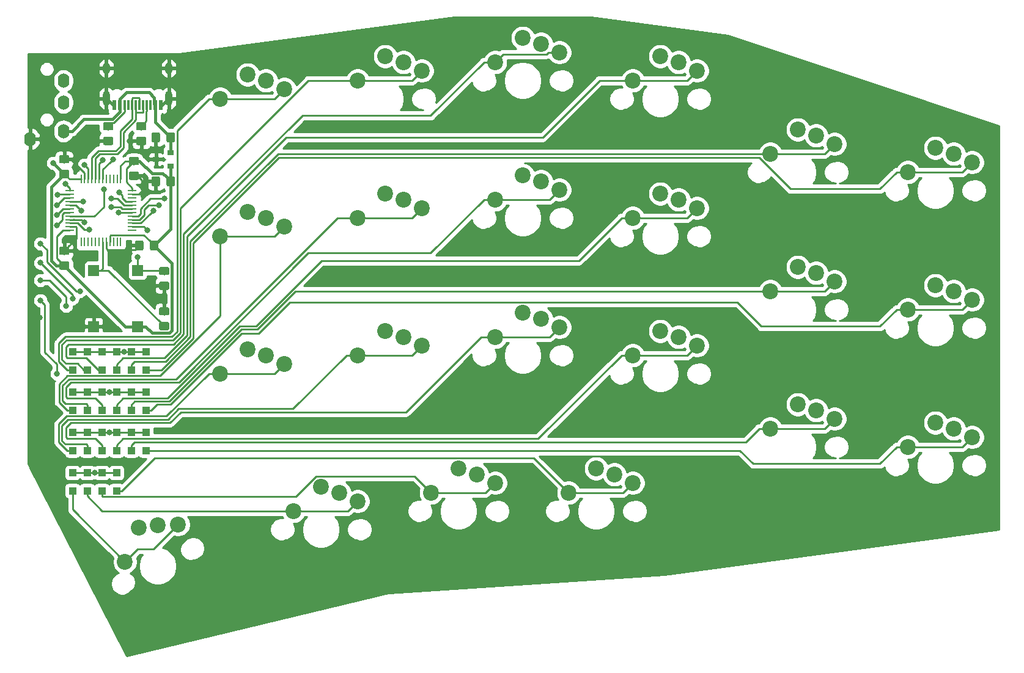
<source format=gtl>
From 091566813df47450a6fca945339cd1e1ba90c915 Mon Sep 17 00:00:00 2001
From: Marc Poulhiès <dkm@kataplop.net>
Date: Wed, 2 Sep 2020 16:06:58 +0200
Subject: Initial work for Pouetpouet board

Based on keyseebee but now very different.
---
 pcb/gerbers/v0.1/right/right-F.Cu.gtl | 12921 --------------------------------
 1 file changed, 12921 deletions(-)
 delete mode 100644 pcb/gerbers/v0.1/right/right-F.Cu.gtl

(limited to 'pcb/gerbers/v0.1/right/right-F.Cu.gtl')

diff --git a/pcb/gerbers/v0.1/right/right-F.Cu.gtl b/pcb/gerbers/v0.1/right/right-F.Cu.gtl
deleted file mode 100644
index a7f93cd..0000000
--- a/pcb/gerbers/v0.1/right/right-F.Cu.gtl
+++ /dev/null
@@ -1,12921 +0,0 @@
-G04 #@! TF.GenerationSoftware,KiCad,Pcbnew,5.0.2+dfsg1-1*
-G04 #@! TF.CreationDate,2020-08-02T18:17:23+02:00*
-G04 #@! TF.ProjectId,right,72696768-742e-46b6-9963-61645f706362,rev?*
-G04 #@! TF.SameCoordinates,Original*
-G04 #@! TF.FileFunction,Copper,L1,Top*
-G04 #@! TF.FilePolarity,Positive*
-%FSLAX46Y46*%
-G04 Gerber Fmt 4.6, Leading zero omitted, Abs format (unit mm)*
-G04 Created by KiCad (PCBNEW 5.0.2+dfsg1-1) date dim. 02 août 2020 18:17:23 CEST*
-%MOMM*%
-%LPD*%
-G01*
-G04 APERTURE LIST*
-G04 #@! TA.AperFunction,ComponentPad*
-%ADD10C,2.200000*%
-G04 #@! TD*
-G04 #@! TA.AperFunction,SMDPad,CuDef*
-%ADD11R,1.500000X1.500000*%
-G04 #@! TD*
-G04 #@! TA.AperFunction,Conductor*
-%ADD12C,0.100000*%
-G04 #@! TD*
-G04 #@! TA.AperFunction,SMDPad,CuDef*
-%ADD13C,1.150000*%
-G04 #@! TD*
-G04 #@! TA.AperFunction,SMDPad,CuDef*
-%ADD14R,1.000000X1.000000*%
-G04 #@! TD*
-G04 #@! TA.AperFunction,SMDPad,CuDef*
-%ADD15R,0.250000X1.300000*%
-G04 #@! TD*
-G04 #@! TA.AperFunction,SMDPad,CuDef*
-%ADD16R,1.300000X0.250000*%
-G04 #@! TD*
-G04 #@! TA.AperFunction,SMDPad,CuDef*
-%ADD17R,0.900000X0.800000*%
-G04 #@! TD*
-G04 #@! TA.AperFunction,ComponentPad*
-%ADD18O,1.600000X2.000000*%
-G04 #@! TD*
-G04 #@! TA.AperFunction,ComponentPad*
-%ADD19O,1.000000X1.400000*%
-G04 #@! TD*
-G04 #@! TA.AperFunction,ComponentPad*
-%ADD20O,1.000000X1.600000*%
-G04 #@! TD*
-G04 #@! TA.AperFunction,ComponentPad*
-%ADD21O,1.000000X2.100000*%
-G04 #@! TD*
-G04 #@! TA.AperFunction,SMDPad,CuDef*
-%ADD22R,0.300000X1.450000*%
-G04 #@! TD*
-G04 #@! TA.AperFunction,SMDPad,CuDef*
-%ADD23R,0.600000X1.450000*%
-G04 #@! TD*
-G04 #@! TA.AperFunction,ViaPad*
-%ADD24C,0.800000*%
-G04 #@! TD*
-G04 #@! TA.AperFunction,Conductor*
-%ADD25C,0.381000*%
-G04 #@! TD*
-G04 #@! TA.AperFunction,Conductor*
-%ADD26C,0.250000*%
-G04 #@! TD*
-G04 #@! TA.AperFunction,Conductor*
-%ADD27C,0.254000*%
-G04 #@! TD*
-G04 APERTURE END LIST*
-D10*
-G04 #@! TO.P,SW15,1*
-G04 #@! TO.N,Net-(D17-Pad1)*
-X95024958Y-136078880D03*
-G04 #@! TO.P,SW15,2*
-G04 #@! TO.N,COL6*
-X99574448Y-130972391D03*
-X96935433Y-131371887D03*
-G04 #@! TO.P,SW15,1*
-G04 #@! TO.N,Net-(D17-Pad1)*
-X102391994Y-130886147D03*
-G04 #@! TD*
-G04 #@! TO.P,SW3,1*
-G04 #@! TO.N,Net-(D5-Pad1)*
-X212364000Y-80682000D03*
-G04 #@! TO.P,SW3,2*
-G04 #@! TO.N,COL1*
-X207264000Y-78682000D03*
-X209804000Y-79502000D03*
-G04 #@! TO.P,SW3,1*
-G04 #@! TO.N,Net-(D5-Pad1)*
-X203454000Y-82042000D03*
-G04 #@! TD*
-G04 #@! TO.P,SW4,1*
-G04 #@! TO.N,Net-(D6-Pad1)*
-X203454000Y-101092000D03*
-G04 #@! TO.P,SW4,2*
-G04 #@! TO.N,COL1*
-X209804000Y-98552000D03*
-X207264000Y-97732000D03*
-G04 #@! TO.P,SW4,1*
-G04 #@! TO.N,Net-(D6-Pad1)*
-X212364000Y-99732000D03*
-G04 #@! TD*
-G04 #@! TO.P,SW5,1*
-G04 #@! TO.N,Net-(D7-Pad1)*
-X212364000Y-118782000D03*
-G04 #@! TO.P,SW5,2*
-G04 #@! TO.N,COL1*
-X207264000Y-116782000D03*
-X209804000Y-117602000D03*
-G04 #@! TO.P,SW5,1*
-G04 #@! TO.N,Net-(D7-Pad1)*
-X203454000Y-120142000D03*
-G04 #@! TD*
-G04 #@! TO.P,SW7,1*
-G04 #@! TO.N,Net-(D9-Pad1)*
-X165354000Y-69342000D03*
-G04 #@! TO.P,SW7,2*
-G04 #@! TO.N,COL3*
-X171704000Y-66802000D03*
-X169164000Y-65982000D03*
-G04 #@! TO.P,SW7,1*
-G04 #@! TO.N,Net-(D9-Pad1)*
-X174264000Y-67982000D03*
-G04 #@! TD*
-G04 #@! TO.P,SW13,1*
-G04 #@! TO.N,Net-(D15-Pad1)*
-X117114000Y-89572000D03*
-G04 #@! TO.P,SW13,2*
-G04 #@! TO.N,COL6*
-X112014000Y-87572000D03*
-X114554000Y-88392000D03*
-G04 #@! TO.P,SW13,1*
-G04 #@! TO.N,Net-(D15-Pad1)*
-X108204000Y-90932000D03*
-G04 #@! TD*
-G04 #@! TO.P,SW8,1*
-G04 #@! TO.N,Net-(D10-Pad1)*
-X165354000Y-88392000D03*
-G04 #@! TO.P,SW8,2*
-G04 #@! TO.N,COL3*
-X171704000Y-85852000D03*
-X169164000Y-85032000D03*
-G04 #@! TO.P,SW8,1*
-G04 #@! TO.N,Net-(D10-Pad1)*
-X174264000Y-87032000D03*
-G04 #@! TD*
-G04 #@! TO.P,SW9,1*
-G04 #@! TO.N,Net-(D11-Pad1)*
-X174264000Y-106082000D03*
-G04 #@! TO.P,SW9,2*
-G04 #@! TO.N,COL3*
-X169164000Y-104082000D03*
-X171704000Y-104902000D03*
-G04 #@! TO.P,SW9,1*
-G04 #@! TO.N,Net-(D11-Pad1)*
-X165354000Y-107442000D03*
-G04 #@! TD*
-G04 #@! TO.P,SW10,1*
-G04 #@! TO.N,Net-(D12-Pad1)*
-X156464000Y-126492000D03*
-G04 #@! TO.P,SW10,2*
-G04 #@! TO.N,COL3*
-X162814000Y-123952000D03*
-X160274000Y-123132000D03*
-G04 #@! TO.P,SW10,1*
-G04 #@! TO.N,Net-(D12-Pad1)*
-X165374000Y-125132000D03*
-G04 #@! TD*
-G04 #@! TO.P,SW12,1*
-G04 #@! TO.N,Net-(D14-Pad1)*
-X117114000Y-70522000D03*
-G04 #@! TO.P,SW12,2*
-G04 #@! TO.N,COL6*
-X112014000Y-68522000D03*
-X114554000Y-69342000D03*
-G04 #@! TO.P,SW12,1*
-G04 #@! TO.N,Net-(D14-Pad1)*
-X108204000Y-71882000D03*
-G04 #@! TD*
-G04 #@! TO.P,SW14,1*
-G04 #@! TO.N,Net-(D16-Pad1)*
-X108204000Y-109982000D03*
-G04 #@! TO.P,SW14,2*
-G04 #@! TO.N,COL6*
-X114554000Y-107442000D03*
-X112014000Y-106622000D03*
-G04 #@! TO.P,SW14,1*
-G04 #@! TO.N,Net-(D16-Pad1)*
-X117114000Y-108622000D03*
-G04 #@! TD*
-G04 #@! TO.P,SW17,1*
-G04 #@! TO.N,Net-(D19-Pad1)*
-X193314000Y-78142000D03*
-G04 #@! TO.P,SW17,2*
-G04 #@! TO.N,COL2*
-X188214000Y-76142000D03*
-X190754000Y-76962000D03*
-G04 #@! TO.P,SW17,1*
-G04 #@! TO.N,Net-(D19-Pad1)*
-X184404000Y-79502000D03*
-G04 #@! TD*
-G04 #@! TO.P,SW18,1*
-G04 #@! TO.N,Net-(D20-Pad1)*
-X184404000Y-98552000D03*
-G04 #@! TO.P,SW18,2*
-G04 #@! TO.N,COL2*
-X190754000Y-96012000D03*
-X188214000Y-95192000D03*
-G04 #@! TO.P,SW18,1*
-G04 #@! TO.N,Net-(D20-Pad1)*
-X193314000Y-97192000D03*
-G04 #@! TD*
-G04 #@! TO.P,SW19,1*
-G04 #@! TO.N,Net-(D21-Pad1)*
-X193314000Y-116242000D03*
-G04 #@! TO.P,SW19,2*
-G04 #@! TO.N,COL2*
-X188214000Y-114242000D03*
-X190754000Y-115062000D03*
-G04 #@! TO.P,SW19,1*
-G04 #@! TO.N,Net-(D21-Pad1)*
-X184404000Y-117602000D03*
-G04 #@! TD*
-G04 #@! TO.P,SW21,1*
-G04 #@! TO.N,Net-(D23-Pad1)*
-X146304000Y-66802000D03*
-G04 #@! TO.P,SW21,2*
-G04 #@! TO.N,COL4*
-X152654000Y-64262000D03*
-X150114000Y-63442000D03*
-G04 #@! TO.P,SW21,1*
-G04 #@! TO.N,Net-(D23-Pad1)*
-X155214000Y-65442000D03*
-G04 #@! TD*
-G04 #@! TO.P,SW22,1*
-G04 #@! TO.N,Net-(D24-Pad1)*
-X155214000Y-84492000D03*
-G04 #@! TO.P,SW22,2*
-G04 #@! TO.N,COL4*
-X150114000Y-82492000D03*
-X152654000Y-83312000D03*
-G04 #@! TO.P,SW22,1*
-G04 #@! TO.N,Net-(D24-Pad1)*
-X146304000Y-85852000D03*
-G04 #@! TD*
-G04 #@! TO.P,SW23,1*
-G04 #@! TO.N,Net-(D25-Pad1)*
-X146304000Y-104902000D03*
-G04 #@! TO.P,SW23,2*
-G04 #@! TO.N,COL4*
-X152654000Y-102362000D03*
-X150114000Y-101542000D03*
-G04 #@! TO.P,SW23,1*
-G04 #@! TO.N,Net-(D25-Pad1)*
-X155214000Y-103542000D03*
-G04 #@! TD*
-G04 #@! TO.P,SW31,1*
-G04 #@! TO.N,Net-(D33-Pad1)*
-X136164000Y-67982000D03*
-G04 #@! TO.P,SW31,2*
-G04 #@! TO.N,COL5*
-X131064000Y-65982000D03*
-X133604000Y-66802000D03*
-G04 #@! TO.P,SW31,1*
-G04 #@! TO.N,Net-(D33-Pad1)*
-X127254000Y-69342000D03*
-G04 #@! TD*
-G04 #@! TO.P,SW32,1*
-G04 #@! TO.N,Net-(D34-Pad1)*
-X127254000Y-88392000D03*
-G04 #@! TO.P,SW32,2*
-G04 #@! TO.N,COL5*
-X133604000Y-85852000D03*
-X131064000Y-85032000D03*
-G04 #@! TO.P,SW32,1*
-G04 #@! TO.N,Net-(D34-Pad1)*
-X136164000Y-87032000D03*
-G04 #@! TD*
-G04 #@! TO.P,SW33,1*
-G04 #@! TO.N,Net-(D35-Pad1)*
-X136164000Y-106082000D03*
-G04 #@! TO.P,SW33,2*
-G04 #@! TO.N,COL5*
-X131064000Y-104082000D03*
-X133604000Y-104902000D03*
-G04 #@! TO.P,SW33,1*
-G04 #@! TO.N,Net-(D35-Pad1)*
-X127254000Y-107442000D03*
-G04 #@! TD*
-G04 #@! TO.P,SW34,1*
-G04 #@! TO.N,Net-(D36-Pad1)*
-X118364000Y-129032000D03*
-G04 #@! TO.P,SW34,2*
-G04 #@! TO.N,COL5*
-X124714000Y-126492000D03*
-X122174000Y-125672000D03*
-G04 #@! TO.P,SW34,1*
-G04 #@! TO.N,Net-(D36-Pad1)*
-X127274000Y-127672000D03*
-G04 #@! TD*
-G04 #@! TO.P,SW24,1*
-G04 #@! TO.N,Net-(D26-Pad1)*
-X146324000Y-125132000D03*
-G04 #@! TO.P,SW24,2*
-G04 #@! TO.N,COL4*
-X141224000Y-123132000D03*
-X143764000Y-123952000D03*
-G04 #@! TO.P,SW24,1*
-G04 #@! TO.N,Net-(D26-Pad1)*
-X137414000Y-126492000D03*
-G04 #@! TD*
-D11*
-G04 #@! TO.P,SW2,2*
-G04 #@! TO.N,Net-(C1-Pad2)*
-X90678000Y-95668000D03*
-G04 #@! TO.P,SW2,1*
-G04 #@! TO.N,GND*
-X90678000Y-103468000D03*
-G04 #@! TD*
-G04 #@! TO.P,SW1,1*
-G04 #@! TO.N,Net-(R1-Pad1)*
-X96774000Y-95668000D03*
-G04 #@! TO.P,SW1,2*
-G04 #@! TO.N,3.3V*
-X96774000Y-103468000D03*
-G04 #@! TD*
-D12*
-G04 #@! TO.N,GND*
-G04 #@! TO.C,C1*
-G36*
-X100931505Y-100763204D02*
-X100955773Y-100766804D01*
-X100979572Y-100772765D01*
-X101002671Y-100781030D01*
-X101024850Y-100791520D01*
-X101045893Y-100804132D01*
-X101065599Y-100818747D01*
-X101083777Y-100835223D01*
-X101100253Y-100853401D01*
-X101114868Y-100873107D01*
-X101127480Y-100894150D01*
-X101137970Y-100916329D01*
-X101146235Y-100939428D01*
-X101152196Y-100963227D01*
-X101155796Y-100987495D01*
-X101157000Y-101011999D01*
-X101157000Y-101662001D01*
-X101155796Y-101686505D01*
-X101152196Y-101710773D01*
-X101146235Y-101734572D01*
-X101137970Y-101757671D01*
-X101127480Y-101779850D01*
-X101114868Y-101800893D01*
-X101100253Y-101820599D01*
-X101083777Y-101838777D01*
-X101065599Y-101855253D01*
-X101045893Y-101869868D01*
-X101024850Y-101882480D01*
-X101002671Y-101892970D01*
-X100979572Y-101901235D01*
-X100955773Y-101907196D01*
-X100931505Y-101910796D01*
-X100907001Y-101912000D01*
-X100006999Y-101912000D01*
-X99982495Y-101910796D01*
-X99958227Y-101907196D01*
-X99934428Y-101901235D01*
-X99911329Y-101892970D01*
-X99889150Y-101882480D01*
-X99868107Y-101869868D01*
-X99848401Y-101855253D01*
-X99830223Y-101838777D01*
-X99813747Y-101820599D01*
-X99799132Y-101800893D01*
-X99786520Y-101779850D01*
-X99776030Y-101757671D01*
-X99767765Y-101734572D01*
-X99761804Y-101710773D01*
-X99758204Y-101686505D01*
-X99757000Y-101662001D01*
-X99757000Y-101011999D01*
-X99758204Y-100987495D01*
-X99761804Y-100963227D01*
-X99767765Y-100939428D01*
-X99776030Y-100916329D01*
-X99786520Y-100894150D01*
-X99799132Y-100873107D01*
-X99813747Y-100853401D01*
-X99830223Y-100835223D01*
-X99848401Y-100818747D01*
-X99868107Y-100804132D01*
-X99889150Y-100791520D01*
-X99911329Y-100781030D01*
-X99934428Y-100772765D01*
-X99958227Y-100766804D01*
-X99982495Y-100763204D01*
-X100006999Y-100762000D01*
-X100907001Y-100762000D01*
-X100931505Y-100763204D01*
-X100931505Y-100763204D01*
-G37*
-D13*
-G04 #@! TD*
-G04 #@! TO.P,C1,1*
-G04 #@! TO.N,GND*
-X100457000Y-101337000D03*
-D12*
-G04 #@! TO.N,Net-(C1-Pad2)*
-G04 #@! TO.C,C1*
-G36*
-X100931505Y-102813204D02*
-X100955773Y-102816804D01*
-X100979572Y-102822765D01*
-X101002671Y-102831030D01*
-X101024850Y-102841520D01*
-X101045893Y-102854132D01*
-X101065599Y-102868747D01*
-X101083777Y-102885223D01*
-X101100253Y-102903401D01*
-X101114868Y-102923107D01*
-X101127480Y-102944150D01*
-X101137970Y-102966329D01*
-X101146235Y-102989428D01*
-X101152196Y-103013227D01*
-X101155796Y-103037495D01*
-X101157000Y-103061999D01*
-X101157000Y-103712001D01*
-X101155796Y-103736505D01*
-X101152196Y-103760773D01*
-X101146235Y-103784572D01*
-X101137970Y-103807671D01*
-X101127480Y-103829850D01*
-X101114868Y-103850893D01*
-X101100253Y-103870599D01*
-X101083777Y-103888777D01*
-X101065599Y-103905253D01*
-X101045893Y-103919868D01*
-X101024850Y-103932480D01*
-X101002671Y-103942970D01*
-X100979572Y-103951235D01*
-X100955773Y-103957196D01*
-X100931505Y-103960796D01*
-X100907001Y-103962000D01*
-X100006999Y-103962000D01*
-X99982495Y-103960796D01*
-X99958227Y-103957196D01*
-X99934428Y-103951235D01*
-X99911329Y-103942970D01*
-X99889150Y-103932480D01*
-X99868107Y-103919868D01*
-X99848401Y-103905253D01*
-X99830223Y-103888777D01*
-X99813747Y-103870599D01*
-X99799132Y-103850893D01*
-X99786520Y-103829850D01*
-X99776030Y-103807671D01*
-X99767765Y-103784572D01*
-X99761804Y-103760773D01*
-X99758204Y-103736505D01*
-X99757000Y-103712001D01*
-X99757000Y-103061999D01*
-X99758204Y-103037495D01*
-X99761804Y-103013227D01*
-X99767765Y-102989428D01*
-X99776030Y-102966329D01*
-X99786520Y-102944150D01*
-X99799132Y-102923107D01*
-X99813747Y-102903401D01*
-X99830223Y-102885223D01*
-X99848401Y-102868747D01*
-X99868107Y-102854132D01*
-X99889150Y-102841520D01*
-X99911329Y-102831030D01*
-X99934428Y-102822765D01*
-X99958227Y-102816804D01*
-X99982495Y-102813204D01*
-X100006999Y-102812000D01*
-X100907001Y-102812000D01*
-X100931505Y-102813204D01*
-X100931505Y-102813204D01*
-G37*
-D13*
-G04 #@! TD*
-G04 #@! TO.P,C1,2*
-G04 #@! TO.N,Net-(C1-Pad2)*
-X100457000Y-103387000D03*
-D12*
-G04 #@! TO.N,3.3V*
-G04 #@! TO.C,C2*
-G36*
-X87088505Y-81731204D02*
-X87112773Y-81734804D01*
-X87136572Y-81740765D01*
-X87159671Y-81749030D01*
-X87181850Y-81759520D01*
-X87202893Y-81772132D01*
-X87222599Y-81786747D01*
-X87240777Y-81803223D01*
-X87257253Y-81821401D01*
-X87271868Y-81841107D01*
-X87284480Y-81862150D01*
-X87294970Y-81884329D01*
-X87303235Y-81907428D01*
-X87309196Y-81931227D01*
-X87312796Y-81955495D01*
-X87314000Y-81979999D01*
-X87314000Y-82630001D01*
-X87312796Y-82654505D01*
-X87309196Y-82678773D01*
-X87303235Y-82702572D01*
-X87294970Y-82725671D01*
-X87284480Y-82747850D01*
-X87271868Y-82768893D01*
-X87257253Y-82788599D01*
-X87240777Y-82806777D01*
-X87222599Y-82823253D01*
-X87202893Y-82837868D01*
-X87181850Y-82850480D01*
-X87159671Y-82860970D01*
-X87136572Y-82869235D01*
-X87112773Y-82875196D01*
-X87088505Y-82878796D01*
-X87064001Y-82880000D01*
-X86163999Y-82880000D01*
-X86139495Y-82878796D01*
-X86115227Y-82875196D01*
-X86091428Y-82869235D01*
-X86068329Y-82860970D01*
-X86046150Y-82850480D01*
-X86025107Y-82837868D01*
-X86005401Y-82823253D01*
-X85987223Y-82806777D01*
-X85970747Y-82788599D01*
-X85956132Y-82768893D01*
-X85943520Y-82747850D01*
-X85933030Y-82725671D01*
-X85924765Y-82702572D01*
-X85918804Y-82678773D01*
-X85915204Y-82654505D01*
-X85914000Y-82630001D01*
-X85914000Y-81979999D01*
-X85915204Y-81955495D01*
-X85918804Y-81931227D01*
-X85924765Y-81907428D01*
-X85933030Y-81884329D01*
-X85943520Y-81862150D01*
-X85956132Y-81841107D01*
-X85970747Y-81821401D01*
-X85987223Y-81803223D01*
-X86005401Y-81786747D01*
-X86025107Y-81772132D01*
-X86046150Y-81759520D01*
-X86068329Y-81749030D01*
-X86091428Y-81740765D01*
-X86115227Y-81734804D01*
-X86139495Y-81731204D01*
-X86163999Y-81730000D01*
-X87064001Y-81730000D01*
-X87088505Y-81731204D01*
-X87088505Y-81731204D01*
-G37*
-D13*
-G04 #@! TD*
-G04 #@! TO.P,C2,2*
-G04 #@! TO.N,3.3V*
-X86614000Y-82305000D03*
-D12*
-G04 #@! TO.N,GND*
-G04 #@! TO.C,C2*
-G36*
-X87088505Y-79681204D02*
-X87112773Y-79684804D01*
-X87136572Y-79690765D01*
-X87159671Y-79699030D01*
-X87181850Y-79709520D01*
-X87202893Y-79722132D01*
-X87222599Y-79736747D01*
-X87240777Y-79753223D01*
-X87257253Y-79771401D01*
-X87271868Y-79791107D01*
-X87284480Y-79812150D01*
-X87294970Y-79834329D01*
-X87303235Y-79857428D01*
-X87309196Y-79881227D01*
-X87312796Y-79905495D01*
-X87314000Y-79929999D01*
-X87314000Y-80580001D01*
-X87312796Y-80604505D01*
-X87309196Y-80628773D01*
-X87303235Y-80652572D01*
-X87294970Y-80675671D01*
-X87284480Y-80697850D01*
-X87271868Y-80718893D01*
-X87257253Y-80738599D01*
-X87240777Y-80756777D01*
-X87222599Y-80773253D01*
-X87202893Y-80787868D01*
-X87181850Y-80800480D01*
-X87159671Y-80810970D01*
-X87136572Y-80819235D01*
-X87112773Y-80825196D01*
-X87088505Y-80828796D01*
-X87064001Y-80830000D01*
-X86163999Y-80830000D01*
-X86139495Y-80828796D01*
-X86115227Y-80825196D01*
-X86091428Y-80819235D01*
-X86068329Y-80810970D01*
-X86046150Y-80800480D01*
-X86025107Y-80787868D01*
-X86005401Y-80773253D01*
-X85987223Y-80756777D01*
-X85970747Y-80738599D01*
-X85956132Y-80718893D01*
-X85943520Y-80697850D01*
-X85933030Y-80675671D01*
-X85924765Y-80652572D01*
-X85918804Y-80628773D01*
-X85915204Y-80604505D01*
-X85914000Y-80580001D01*
-X85914000Y-79929999D01*
-X85915204Y-79905495D01*
-X85918804Y-79881227D01*
-X85924765Y-79857428D01*
-X85933030Y-79834329D01*
-X85943520Y-79812150D01*
-X85956132Y-79791107D01*
-X85970747Y-79771401D01*
-X85987223Y-79753223D01*
-X86005401Y-79736747D01*
-X86025107Y-79722132D01*
-X86046150Y-79709520D01*
-X86068329Y-79699030D01*
-X86091428Y-79690765D01*
-X86115227Y-79684804D01*
-X86139495Y-79681204D01*
-X86163999Y-79680000D01*
-X87064001Y-79680000D01*
-X87088505Y-79681204D01*
-X87088505Y-79681204D01*
-G37*
-D13*
-G04 #@! TD*
-G04 #@! TO.P,C2,1*
-G04 #@! TO.N,GND*
-X86614000Y-80255000D03*
-D12*
-G04 #@! TO.N,GND*
-G04 #@! TO.C,C3*
-G36*
-X96740505Y-81985204D02*
-X96764773Y-81988804D01*
-X96788572Y-81994765D01*
-X96811671Y-82003030D01*
-X96833850Y-82013520D01*
-X96854893Y-82026132D01*
-X96874599Y-82040747D01*
-X96892777Y-82057223D01*
-X96909253Y-82075401D01*
-X96923868Y-82095107D01*
-X96936480Y-82116150D01*
-X96946970Y-82138329D01*
-X96955235Y-82161428D01*
-X96961196Y-82185227D01*
-X96964796Y-82209495D01*
-X96966000Y-82233999D01*
-X96966000Y-82884001D01*
-X96964796Y-82908505D01*
-X96961196Y-82932773D01*
-X96955235Y-82956572D01*
-X96946970Y-82979671D01*
-X96936480Y-83001850D01*
-X96923868Y-83022893D01*
-X96909253Y-83042599D01*
-X96892777Y-83060777D01*
-X96874599Y-83077253D01*
-X96854893Y-83091868D01*
-X96833850Y-83104480D01*
-X96811671Y-83114970D01*
-X96788572Y-83123235D01*
-X96764773Y-83129196D01*
-X96740505Y-83132796D01*
-X96716001Y-83134000D01*
-X95815999Y-83134000D01*
-X95791495Y-83132796D01*
-X95767227Y-83129196D01*
-X95743428Y-83123235D01*
-X95720329Y-83114970D01*
-X95698150Y-83104480D01*
-X95677107Y-83091868D01*
-X95657401Y-83077253D01*
-X95639223Y-83060777D01*
-X95622747Y-83042599D01*
-X95608132Y-83022893D01*
-X95595520Y-83001850D01*
-X95585030Y-82979671D01*
-X95576765Y-82956572D01*
-X95570804Y-82932773D01*
-X95567204Y-82908505D01*
-X95566000Y-82884001D01*
-X95566000Y-82233999D01*
-X95567204Y-82209495D01*
-X95570804Y-82185227D01*
-X95576765Y-82161428D01*
-X95585030Y-82138329D01*
-X95595520Y-82116150D01*
-X95608132Y-82095107D01*
-X95622747Y-82075401D01*
-X95639223Y-82057223D01*
-X95657401Y-82040747D01*
-X95677107Y-82026132D01*
-X95698150Y-82013520D01*
-X95720329Y-82003030D01*
-X95743428Y-81994765D01*
-X95767227Y-81988804D01*
-X95791495Y-81985204D01*
-X95815999Y-81984000D01*
-X96716001Y-81984000D01*
-X96740505Y-81985204D01*
-X96740505Y-81985204D01*
-G37*
-D13*
-G04 #@! TD*
-G04 #@! TO.P,C3,1*
-G04 #@! TO.N,GND*
-X96266000Y-82559000D03*
-D12*
-G04 #@! TO.N,3.3V*
-G04 #@! TO.C,C3*
-G36*
-X96740505Y-79935204D02*
-X96764773Y-79938804D01*
-X96788572Y-79944765D01*
-X96811671Y-79953030D01*
-X96833850Y-79963520D01*
-X96854893Y-79976132D01*
-X96874599Y-79990747D01*
-X96892777Y-80007223D01*
-X96909253Y-80025401D01*
-X96923868Y-80045107D01*
-X96936480Y-80066150D01*
-X96946970Y-80088329D01*
-X96955235Y-80111428D01*
-X96961196Y-80135227D01*
-X96964796Y-80159495D01*
-X96966000Y-80183999D01*
-X96966000Y-80834001D01*
-X96964796Y-80858505D01*
-X96961196Y-80882773D01*
-X96955235Y-80906572D01*
-X96946970Y-80929671D01*
-X96936480Y-80951850D01*
-X96923868Y-80972893D01*
-X96909253Y-80992599D01*
-X96892777Y-81010777D01*
-X96874599Y-81027253D01*
-X96854893Y-81041868D01*
-X96833850Y-81054480D01*
-X96811671Y-81064970D01*
-X96788572Y-81073235D01*
-X96764773Y-81079196D01*
-X96740505Y-81082796D01*
-X96716001Y-81084000D01*
-X95815999Y-81084000D01*
-X95791495Y-81082796D01*
-X95767227Y-81079196D01*
-X95743428Y-81073235D01*
-X95720329Y-81064970D01*
-X95698150Y-81054480D01*
-X95677107Y-81041868D01*
-X95657401Y-81027253D01*
-X95639223Y-81010777D01*
-X95622747Y-80992599D01*
-X95608132Y-80972893D01*
-X95595520Y-80951850D01*
-X95585030Y-80929671D01*
-X95576765Y-80906572D01*
-X95570804Y-80882773D01*
-X95567204Y-80858505D01*
-X95566000Y-80834001D01*
-X95566000Y-80183999D01*
-X95567204Y-80159495D01*
-X95570804Y-80135227D01*
-X95576765Y-80111428D01*
-X95585030Y-80088329D01*
-X95595520Y-80066150D01*
-X95608132Y-80045107D01*
-X95622747Y-80025401D01*
-X95639223Y-80007223D01*
-X95657401Y-79990747D01*
-X95677107Y-79976132D01*
-X95698150Y-79963520D01*
-X95720329Y-79953030D01*
-X95743428Y-79944765D01*
-X95767227Y-79938804D01*
-X95791495Y-79935204D01*
-X95815999Y-79934000D01*
-X96716001Y-79934000D01*
-X96740505Y-79935204D01*
-X96740505Y-79935204D01*
-G37*
-D13*
-G04 #@! TD*
-G04 #@! TO.P,C3,2*
-G04 #@! TO.N,3.3V*
-X96266000Y-80509000D03*
-D12*
-G04 #@! TO.N,3.3V*
-G04 #@! TO.C,C4*
-G36*
-X99418505Y-91503204D02*
-X99442773Y-91506804D01*
-X99466572Y-91512765D01*
-X99489671Y-91521030D01*
-X99511850Y-91531520D01*
-X99532893Y-91544132D01*
-X99552599Y-91558747D01*
-X99570777Y-91575223D01*
-X99587253Y-91593401D01*
-X99601868Y-91613107D01*
-X99614480Y-91634150D01*
-X99624970Y-91656329D01*
-X99633235Y-91679428D01*
-X99639196Y-91703227D01*
-X99642796Y-91727495D01*
-X99644000Y-91751999D01*
-X99644000Y-92652001D01*
-X99642796Y-92676505D01*
-X99639196Y-92700773D01*
-X99633235Y-92724572D01*
-X99624970Y-92747671D01*
-X99614480Y-92769850D01*
-X99601868Y-92790893D01*
-X99587253Y-92810599D01*
-X99570777Y-92828777D01*
-X99552599Y-92845253D01*
-X99532893Y-92859868D01*
-X99511850Y-92872480D01*
-X99489671Y-92882970D01*
-X99466572Y-92891235D01*
-X99442773Y-92897196D01*
-X99418505Y-92900796D01*
-X99394001Y-92902000D01*
-X98743999Y-92902000D01*
-X98719495Y-92900796D01*
-X98695227Y-92897196D01*
-X98671428Y-92891235D01*
-X98648329Y-92882970D01*
-X98626150Y-92872480D01*
-X98605107Y-92859868D01*
-X98585401Y-92845253D01*
-X98567223Y-92828777D01*
-X98550747Y-92810599D01*
-X98536132Y-92790893D01*
-X98523520Y-92769850D01*
-X98513030Y-92747671D01*
-X98504765Y-92724572D01*
-X98498804Y-92700773D01*
-X98495204Y-92676505D01*
-X98494000Y-92652001D01*
-X98494000Y-91751999D01*
-X98495204Y-91727495D01*
-X98498804Y-91703227D01*
-X98504765Y-91679428D01*
-X98513030Y-91656329D01*
-X98523520Y-91634150D01*
-X98536132Y-91613107D01*
-X98550747Y-91593401D01*
-X98567223Y-91575223D01*
-X98585401Y-91558747D01*
-X98605107Y-91544132D01*
-X98626150Y-91531520D01*
-X98648329Y-91521030D01*
-X98671428Y-91512765D01*
-X98695227Y-91506804D01*
-X98719495Y-91503204D01*
-X98743999Y-91502000D01*
-X99394001Y-91502000D01*
-X99418505Y-91503204D01*
-X99418505Y-91503204D01*
-G37*
-D13*
-G04 #@! TD*
-G04 #@! TO.P,C4,2*
-G04 #@! TO.N,3.3V*
-X99069000Y-92202000D03*
-D12*
-G04 #@! TO.N,GND*
-G04 #@! TO.C,C4*
-G36*
-X97368505Y-91503204D02*
-X97392773Y-91506804D01*
-X97416572Y-91512765D01*
-X97439671Y-91521030D01*
-X97461850Y-91531520D01*
-X97482893Y-91544132D01*
-X97502599Y-91558747D01*
-X97520777Y-91575223D01*
-X97537253Y-91593401D01*
-X97551868Y-91613107D01*
-X97564480Y-91634150D01*
-X97574970Y-91656329D01*
-X97583235Y-91679428D01*
-X97589196Y-91703227D01*
-X97592796Y-91727495D01*
-X97594000Y-91751999D01*
-X97594000Y-92652001D01*
-X97592796Y-92676505D01*
-X97589196Y-92700773D01*
-X97583235Y-92724572D01*
-X97574970Y-92747671D01*
-X97564480Y-92769850D01*
-X97551868Y-92790893D01*
-X97537253Y-92810599D01*
-X97520777Y-92828777D01*
-X97502599Y-92845253D01*
-X97482893Y-92859868D01*
-X97461850Y-92872480D01*
-X97439671Y-92882970D01*
-X97416572Y-92891235D01*
-X97392773Y-92897196D01*
-X97368505Y-92900796D01*
-X97344001Y-92902000D01*
-X96693999Y-92902000D01*
-X96669495Y-92900796D01*
-X96645227Y-92897196D01*
-X96621428Y-92891235D01*
-X96598329Y-92882970D01*
-X96576150Y-92872480D01*
-X96555107Y-92859868D01*
-X96535401Y-92845253D01*
-X96517223Y-92828777D01*
-X96500747Y-92810599D01*
-X96486132Y-92790893D01*
-X96473520Y-92769850D01*
-X96463030Y-92747671D01*
-X96454765Y-92724572D01*
-X96448804Y-92700773D01*
-X96445204Y-92676505D01*
-X96444000Y-92652001D01*
-X96444000Y-91751999D01*
-X96445204Y-91727495D01*
-X96448804Y-91703227D01*
-X96454765Y-91679428D01*
-X96463030Y-91656329D01*
-X96473520Y-91634150D01*
-X96486132Y-91613107D01*
-X96500747Y-91593401D01*
-X96517223Y-91575223D01*
-X96535401Y-91558747D01*
-X96555107Y-91544132D01*
-X96576150Y-91531520D01*
-X96598329Y-91521030D01*
-X96621428Y-91512765D01*
-X96645227Y-91506804D01*
-X96669495Y-91503204D01*
-X96693999Y-91502000D01*
-X97344001Y-91502000D01*
-X97368505Y-91503204D01*
-X97368505Y-91503204D01*
-G37*
-D13*
-G04 #@! TD*
-G04 #@! TO.P,C4,1*
-G04 #@! TO.N,GND*
-X97019000Y-92202000D03*
-D12*
-G04 #@! TO.N,GND*
-G04 #@! TO.C,C5*
-G36*
-X87088505Y-92381204D02*
-X87112773Y-92384804D01*
-X87136572Y-92390765D01*
-X87159671Y-92399030D01*
-X87181850Y-92409520D01*
-X87202893Y-92422132D01*
-X87222599Y-92436747D01*
-X87240777Y-92453223D01*
-X87257253Y-92471401D01*
-X87271868Y-92491107D01*
-X87284480Y-92512150D01*
-X87294970Y-92534329D01*
-X87303235Y-92557428D01*
-X87309196Y-92581227D01*
-X87312796Y-92605495D01*
-X87314000Y-92629999D01*
-X87314000Y-93280001D01*
-X87312796Y-93304505D01*
-X87309196Y-93328773D01*
-X87303235Y-93352572D01*
-X87294970Y-93375671D01*
-X87284480Y-93397850D01*
-X87271868Y-93418893D01*
-X87257253Y-93438599D01*
-X87240777Y-93456777D01*
-X87222599Y-93473253D01*
-X87202893Y-93487868D01*
-X87181850Y-93500480D01*
-X87159671Y-93510970D01*
-X87136572Y-93519235D01*
-X87112773Y-93525196D01*
-X87088505Y-93528796D01*
-X87064001Y-93530000D01*
-X86163999Y-93530000D01*
-X86139495Y-93528796D01*
-X86115227Y-93525196D01*
-X86091428Y-93519235D01*
-X86068329Y-93510970D01*
-X86046150Y-93500480D01*
-X86025107Y-93487868D01*
-X86005401Y-93473253D01*
-X85987223Y-93456777D01*
-X85970747Y-93438599D01*
-X85956132Y-93418893D01*
-X85943520Y-93397850D01*
-X85933030Y-93375671D01*
-X85924765Y-93352572D01*
-X85918804Y-93328773D01*
-X85915204Y-93304505D01*
-X85914000Y-93280001D01*
-X85914000Y-92629999D01*
-X85915204Y-92605495D01*
-X85918804Y-92581227D01*
-X85924765Y-92557428D01*
-X85933030Y-92534329D01*
-X85943520Y-92512150D01*
-X85956132Y-92491107D01*
-X85970747Y-92471401D01*
-X85987223Y-92453223D01*
-X86005401Y-92436747D01*
-X86025107Y-92422132D01*
-X86046150Y-92409520D01*
-X86068329Y-92399030D01*
-X86091428Y-92390765D01*
-X86115227Y-92384804D01*
-X86139495Y-92381204D01*
-X86163999Y-92380000D01*
-X87064001Y-92380000D01*
-X87088505Y-92381204D01*
-X87088505Y-92381204D01*
-G37*
-D13*
-G04 #@! TD*
-G04 #@! TO.P,C5,1*
-G04 #@! TO.N,GND*
-X86614000Y-92955000D03*
-D12*
-G04 #@! TO.N,3.3V*
-G04 #@! TO.C,C5*
-G36*
-X87088505Y-94431204D02*
-X87112773Y-94434804D01*
-X87136572Y-94440765D01*
-X87159671Y-94449030D01*
-X87181850Y-94459520D01*
-X87202893Y-94472132D01*
-X87222599Y-94486747D01*
-X87240777Y-94503223D01*
-X87257253Y-94521401D01*
-X87271868Y-94541107D01*
-X87284480Y-94562150D01*
-X87294970Y-94584329D01*
-X87303235Y-94607428D01*
-X87309196Y-94631227D01*
-X87312796Y-94655495D01*
-X87314000Y-94679999D01*
-X87314000Y-95330001D01*
-X87312796Y-95354505D01*
-X87309196Y-95378773D01*
-X87303235Y-95402572D01*
-X87294970Y-95425671D01*
-X87284480Y-95447850D01*
-X87271868Y-95468893D01*
-X87257253Y-95488599D01*
-X87240777Y-95506777D01*
-X87222599Y-95523253D01*
-X87202893Y-95537868D01*
-X87181850Y-95550480D01*
-X87159671Y-95560970D01*
-X87136572Y-95569235D01*
-X87112773Y-95575196D01*
-X87088505Y-95578796D01*
-X87064001Y-95580000D01*
-X86163999Y-95580000D01*
-X86139495Y-95578796D01*
-X86115227Y-95575196D01*
-X86091428Y-95569235D01*
-X86068329Y-95560970D01*
-X86046150Y-95550480D01*
-X86025107Y-95537868D01*
-X86005401Y-95523253D01*
-X85987223Y-95506777D01*
-X85970747Y-95488599D01*
-X85956132Y-95468893D01*
-X85943520Y-95447850D01*
-X85933030Y-95425671D01*
-X85924765Y-95402572D01*
-X85918804Y-95378773D01*
-X85915204Y-95354505D01*
-X85914000Y-95330001D01*
-X85914000Y-94679999D01*
-X85915204Y-94655495D01*
-X85918804Y-94631227D01*
-X85924765Y-94607428D01*
-X85933030Y-94584329D01*
-X85943520Y-94562150D01*
-X85956132Y-94541107D01*
-X85970747Y-94521401D01*
-X85987223Y-94503223D01*
-X86005401Y-94486747D01*
-X86025107Y-94472132D01*
-X86046150Y-94459520D01*
-X86068329Y-94449030D01*
-X86091428Y-94440765D01*
-X86115227Y-94434804D01*
-X86139495Y-94431204D01*
-X86163999Y-94430000D01*
-X87064001Y-94430000D01*
-X87088505Y-94431204D01*
-X87088505Y-94431204D01*
-G37*
-D13*
-G04 #@! TD*
-G04 #@! TO.P,C5,2*
-G04 #@! TO.N,3.3V*
-X86614000Y-95005000D03*
-D12*
-G04 #@! TO.N,3.3V*
-G04 #@! TO.C,C6*
-G36*
-X101704505Y-82613204D02*
-X101728773Y-82616804D01*
-X101752572Y-82622765D01*
-X101775671Y-82631030D01*
-X101797850Y-82641520D01*
-X101818893Y-82654132D01*
-X101838599Y-82668747D01*
-X101856777Y-82685223D01*
-X101873253Y-82703401D01*
-X101887868Y-82723107D01*
-X101900480Y-82744150D01*
-X101910970Y-82766329D01*
-X101919235Y-82789428D01*
-X101925196Y-82813227D01*
-X101928796Y-82837495D01*
-X101930000Y-82861999D01*
-X101930000Y-83762001D01*
-X101928796Y-83786505D01*
-X101925196Y-83810773D01*
-X101919235Y-83834572D01*
-X101910970Y-83857671D01*
-X101900480Y-83879850D01*
-X101887868Y-83900893D01*
-X101873253Y-83920599D01*
-X101856777Y-83938777D01*
-X101838599Y-83955253D01*
-X101818893Y-83969868D01*
-X101797850Y-83982480D01*
-X101775671Y-83992970D01*
-X101752572Y-84001235D01*
-X101728773Y-84007196D01*
-X101704505Y-84010796D01*
-X101680001Y-84012000D01*
-X101029999Y-84012000D01*
-X101005495Y-84010796D01*
-X100981227Y-84007196D01*
-X100957428Y-84001235D01*
-X100934329Y-83992970D01*
-X100912150Y-83982480D01*
-X100891107Y-83969868D01*
-X100871401Y-83955253D01*
-X100853223Y-83938777D01*
-X100836747Y-83920599D01*
-X100822132Y-83900893D01*
-X100809520Y-83879850D01*
-X100799030Y-83857671D01*
-X100790765Y-83834572D01*
-X100784804Y-83810773D01*
-X100781204Y-83786505D01*
-X100780000Y-83762001D01*
-X100780000Y-82861999D01*
-X100781204Y-82837495D01*
-X100784804Y-82813227D01*
-X100790765Y-82789428D01*
-X100799030Y-82766329D01*
-X100809520Y-82744150D01*
-X100822132Y-82723107D01*
-X100836747Y-82703401D01*
-X100853223Y-82685223D01*
-X100871401Y-82668747D01*
-X100891107Y-82654132D01*
-X100912150Y-82641520D01*
-X100934329Y-82631030D01*
-X100957428Y-82622765D01*
-X100981227Y-82616804D01*
-X101005495Y-82613204D01*
-X101029999Y-82612000D01*
-X101680001Y-82612000D01*
-X101704505Y-82613204D01*
-X101704505Y-82613204D01*
-G37*
-D13*
-G04 #@! TD*
-G04 #@! TO.P,C6,2*
-G04 #@! TO.N,3.3V*
-X101355000Y-83312000D03*
-D12*
-G04 #@! TO.N,GND*
-G04 #@! TO.C,C6*
-G36*
-X99654505Y-82613204D02*
-X99678773Y-82616804D01*
-X99702572Y-82622765D01*
-X99725671Y-82631030D01*
-X99747850Y-82641520D01*
-X99768893Y-82654132D01*
-X99788599Y-82668747D01*
-X99806777Y-82685223D01*
-X99823253Y-82703401D01*
-X99837868Y-82723107D01*
-X99850480Y-82744150D01*
-X99860970Y-82766329D01*
-X99869235Y-82789428D01*
-X99875196Y-82813227D01*
-X99878796Y-82837495D01*
-X99880000Y-82861999D01*
-X99880000Y-83762001D01*
-X99878796Y-83786505D01*
-X99875196Y-83810773D01*
-X99869235Y-83834572D01*
-X99860970Y-83857671D01*
-X99850480Y-83879850D01*
-X99837868Y-83900893D01*
-X99823253Y-83920599D01*
-X99806777Y-83938777D01*
-X99788599Y-83955253D01*
-X99768893Y-83969868D01*
-X99747850Y-83982480D01*
-X99725671Y-83992970D01*
-X99702572Y-84001235D01*
-X99678773Y-84007196D01*
-X99654505Y-84010796D01*
-X99630001Y-84012000D01*
-X98979999Y-84012000D01*
-X98955495Y-84010796D01*
-X98931227Y-84007196D01*
-X98907428Y-84001235D01*
-X98884329Y-83992970D01*
-X98862150Y-83982480D01*
-X98841107Y-83969868D01*
-X98821401Y-83955253D01*
-X98803223Y-83938777D01*
-X98786747Y-83920599D01*
-X98772132Y-83900893D01*
-X98759520Y-83879850D01*
-X98749030Y-83857671D01*
-X98740765Y-83834572D01*
-X98734804Y-83810773D01*
-X98731204Y-83786505D01*
-X98730000Y-83762001D01*
-X98730000Y-82861999D01*
-X98731204Y-82837495D01*
-X98734804Y-82813227D01*
-X98740765Y-82789428D01*
-X98749030Y-82766329D01*
-X98759520Y-82744150D01*
-X98772132Y-82723107D01*
-X98786747Y-82703401D01*
-X98803223Y-82685223D01*
-X98821401Y-82668747D01*
-X98841107Y-82654132D01*
-X98862150Y-82641520D01*
-X98884329Y-82631030D01*
-X98907428Y-82622765D01*
-X98931227Y-82616804D01*
-X98955495Y-82613204D01*
-X98979999Y-82612000D01*
-X99630001Y-82612000D01*
-X99654505Y-82613204D01*
-X99654505Y-82613204D01*
-G37*
-D13*
-G04 #@! TD*
-G04 #@! TO.P,C6,1*
-G04 #@! TO.N,GND*
-X99305000Y-83312000D03*
-D12*
-G04 #@! TO.N,GND*
-G04 #@! TO.C,C7*
-G36*
-X99654505Y-76517204D02*
-X99678773Y-76520804D01*
-X99702572Y-76526765D01*
-X99725671Y-76535030D01*
-X99747850Y-76545520D01*
-X99768893Y-76558132D01*
-X99788599Y-76572747D01*
-X99806777Y-76589223D01*
-X99823253Y-76607401D01*
-X99837868Y-76627107D01*
-X99850480Y-76648150D01*
-X99860970Y-76670329D01*
-X99869235Y-76693428D01*
-X99875196Y-76717227D01*
-X99878796Y-76741495D01*
-X99880000Y-76765999D01*
-X99880000Y-77666001D01*
-X99878796Y-77690505D01*
-X99875196Y-77714773D01*
-X99869235Y-77738572D01*
-X99860970Y-77761671D01*
-X99850480Y-77783850D01*
-X99837868Y-77804893D01*
-X99823253Y-77824599D01*
-X99806777Y-77842777D01*
-X99788599Y-77859253D01*
-X99768893Y-77873868D01*
-X99747850Y-77886480D01*
-X99725671Y-77896970D01*
-X99702572Y-77905235D01*
-X99678773Y-77911196D01*
-X99654505Y-77914796D01*
-X99630001Y-77916000D01*
-X98979999Y-77916000D01*
-X98955495Y-77914796D01*
-X98931227Y-77911196D01*
-X98907428Y-77905235D01*
-X98884329Y-77896970D01*
-X98862150Y-77886480D01*
-X98841107Y-77873868D01*
-X98821401Y-77859253D01*
-X98803223Y-77842777D01*
-X98786747Y-77824599D01*
-X98772132Y-77804893D01*
-X98759520Y-77783850D01*
-X98749030Y-77761671D01*
-X98740765Y-77738572D01*
-X98734804Y-77714773D01*
-X98731204Y-77690505D01*
-X98730000Y-77666001D01*
-X98730000Y-76765999D01*
-X98731204Y-76741495D01*
-X98734804Y-76717227D01*
-X98740765Y-76693428D01*
-X98749030Y-76670329D01*
-X98759520Y-76648150D01*
-X98772132Y-76627107D01*
-X98786747Y-76607401D01*
-X98803223Y-76589223D01*
-X98821401Y-76572747D01*
-X98841107Y-76558132D01*
-X98862150Y-76545520D01*
-X98884329Y-76535030D01*
-X98907428Y-76526765D01*
-X98931227Y-76520804D01*
-X98955495Y-76517204D01*
-X98979999Y-76516000D01*
-X99630001Y-76516000D01*
-X99654505Y-76517204D01*
-X99654505Y-76517204D01*
-G37*
-D13*
-G04 #@! TD*
-G04 #@! TO.P,C7,1*
-G04 #@! TO.N,GND*
-X99305000Y-77216000D03*
-D12*
-G04 #@! TO.N,5V*
-G04 #@! TO.C,C7*
-G36*
-X101704505Y-76517204D02*
-X101728773Y-76520804D01*
-X101752572Y-76526765D01*
-X101775671Y-76535030D01*
-X101797850Y-76545520D01*
-X101818893Y-76558132D01*
-X101838599Y-76572747D01*
-X101856777Y-76589223D01*
-X101873253Y-76607401D01*
-X101887868Y-76627107D01*
-X101900480Y-76648150D01*
-X101910970Y-76670329D01*
-X101919235Y-76693428D01*
-X101925196Y-76717227D01*
-X101928796Y-76741495D01*
-X101930000Y-76765999D01*
-X101930000Y-77666001D01*
-X101928796Y-77690505D01*
-X101925196Y-77714773D01*
-X101919235Y-77738572D01*
-X101910970Y-77761671D01*
-X101900480Y-77783850D01*
-X101887868Y-77804893D01*
-X101873253Y-77824599D01*
-X101856777Y-77842777D01*
-X101838599Y-77859253D01*
-X101818893Y-77873868D01*
-X101797850Y-77886480D01*
-X101775671Y-77896970D01*
-X101752572Y-77905235D01*
-X101728773Y-77911196D01*
-X101704505Y-77914796D01*
-X101680001Y-77916000D01*
-X101029999Y-77916000D01*
-X101005495Y-77914796D01*
-X100981227Y-77911196D01*
-X100957428Y-77905235D01*
-X100934329Y-77896970D01*
-X100912150Y-77886480D01*
-X100891107Y-77873868D01*
-X100871401Y-77859253D01*
-X100853223Y-77842777D01*
-X100836747Y-77824599D01*
-X100822132Y-77804893D01*
-X100809520Y-77783850D01*
-X100799030Y-77761671D01*
-X100790765Y-77738572D01*
-X100784804Y-77714773D01*
-X100781204Y-77690505D01*
-X100780000Y-77666001D01*
-X100780000Y-76765999D01*
-X100781204Y-76741495D01*
-X100784804Y-76717227D01*
-X100790765Y-76693428D01*
-X100799030Y-76670329D01*
-X100809520Y-76648150D01*
-X100822132Y-76627107D01*
-X100836747Y-76607401D01*
-X100853223Y-76589223D01*
-X100871401Y-76572747D01*
-X100891107Y-76558132D01*
-X100912150Y-76545520D01*
-X100934329Y-76535030D01*
-X100957428Y-76526765D01*
-X100981227Y-76520804D01*
-X101005495Y-76517204D01*
-X101029999Y-76516000D01*
-X101680001Y-76516000D01*
-X101704505Y-76517204D01*
-X101704505Y-76517204D01*
-G37*
-D13*
-G04 #@! TD*
-G04 #@! TO.P,C7,2*
-G04 #@! TO.N,5V*
-X101355000Y-77216000D03*
-D14*
-G04 #@! TO.P,D17,2*
-G04 #@! TO.N,ROW4*
-X87757000Y-123718000D03*
-G04 #@! TO.P,D17,1*
-G04 #@! TO.N,Net-(D17-Pad1)*
-X87757000Y-126218000D03*
-G04 #@! TD*
-G04 #@! TO.P,D15,1*
-G04 #@! TO.N,Net-(D15-Pad1)*
-X87757000Y-115042000D03*
-G04 #@! TO.P,D15,2*
-G04 #@! TO.N,ROW2*
-X87757000Y-112542000D03*
-G04 #@! TD*
-G04 #@! TO.P,D14,2*
-G04 #@! TO.N,ROW1*
-X87757000Y-106954000D03*
-G04 #@! TO.P,D14,1*
-G04 #@! TO.N,Net-(D14-Pad1)*
-X87757000Y-109454000D03*
-G04 #@! TD*
-G04 #@! TO.P,D12,1*
-G04 #@! TO.N,Net-(D12-Pad1)*
-X93853000Y-126218000D03*
-G04 #@! TO.P,D12,2*
-G04 #@! TO.N,ROW4*
-X93853000Y-123718000D03*
-G04 #@! TD*
-G04 #@! TO.P,D11,2*
-G04 #@! TO.N,ROW3*
-X93853000Y-118130000D03*
-G04 #@! TO.P,D11,1*
-G04 #@! TO.N,Net-(D11-Pad1)*
-X93853000Y-120630000D03*
-G04 #@! TD*
-G04 #@! TO.P,D10,1*
-G04 #@! TO.N,Net-(D10-Pad1)*
-X93853000Y-115042000D03*
-G04 #@! TO.P,D10,2*
-G04 #@! TO.N,ROW2*
-X93853000Y-112542000D03*
-G04 #@! TD*
-G04 #@! TO.P,D9,2*
-G04 #@! TO.N,ROW1*
-X93853000Y-106954000D03*
-G04 #@! TO.P,D9,1*
-G04 #@! TO.N,Net-(D9-Pad1)*
-X93853000Y-109454000D03*
-G04 #@! TD*
-G04 #@! TO.P,D7,1*
-G04 #@! TO.N,Net-(D7-Pad1)*
-X97917000Y-120630000D03*
-G04 #@! TO.P,D7,2*
-G04 #@! TO.N,ROW3*
-X97917000Y-118130000D03*
-G04 #@! TD*
-G04 #@! TO.P,D6,2*
-G04 #@! TO.N,ROW2*
-X97917000Y-112542000D03*
-G04 #@! TO.P,D6,1*
-G04 #@! TO.N,Net-(D6-Pad1)*
-X97917000Y-115042000D03*
-G04 #@! TD*
-G04 #@! TO.P,D5,1*
-G04 #@! TO.N,Net-(D5-Pad1)*
-X97917000Y-109454000D03*
-G04 #@! TO.P,D5,2*
-G04 #@! TO.N,ROW1*
-X97917000Y-106954000D03*
-G04 #@! TD*
-G04 #@! TO.P,D16,2*
-G04 #@! TO.N,ROW3*
-X87757000Y-118130000D03*
-G04 #@! TO.P,D16,1*
-G04 #@! TO.N,Net-(D16-Pad1)*
-X87757000Y-120630000D03*
-G04 #@! TD*
-G04 #@! TO.P,D20,1*
-G04 #@! TO.N,Net-(D20-Pad1)*
-X95885000Y-115042000D03*
-G04 #@! TO.P,D20,2*
-G04 #@! TO.N,ROW2*
-X95885000Y-112542000D03*
-G04 #@! TD*
-G04 #@! TO.P,D36,2*
-G04 #@! TO.N,ROW4*
-X89789000Y-123718000D03*
-G04 #@! TO.P,D36,1*
-G04 #@! TO.N,Net-(D36-Pad1)*
-X89789000Y-126218000D03*
-G04 #@! TD*
-G04 #@! TO.P,D34,1*
-G04 #@! TO.N,Net-(D34-Pad1)*
-X89789000Y-115042000D03*
-G04 #@! TO.P,D34,2*
-G04 #@! TO.N,ROW2*
-X89789000Y-112542000D03*
-G04 #@! TD*
-G04 #@! TO.P,D33,2*
-G04 #@! TO.N,ROW1*
-X89789000Y-106954000D03*
-G04 #@! TO.P,D33,1*
-G04 #@! TO.N,Net-(D33-Pad1)*
-X89789000Y-109454000D03*
-G04 #@! TD*
-G04 #@! TO.P,D26,1*
-G04 #@! TO.N,Net-(D26-Pad1)*
-X91821000Y-126218000D03*
-G04 #@! TO.P,D26,2*
-G04 #@! TO.N,ROW4*
-X91821000Y-123718000D03*
-G04 #@! TD*
-G04 #@! TO.P,D25,2*
-G04 #@! TO.N,ROW3*
-X91821000Y-118130000D03*
-G04 #@! TO.P,D25,1*
-G04 #@! TO.N,Net-(D25-Pad1)*
-X91821000Y-120630000D03*
-G04 #@! TD*
-G04 #@! TO.P,D24,1*
-G04 #@! TO.N,Net-(D24-Pad1)*
-X91821000Y-115042000D03*
-G04 #@! TO.P,D24,2*
-G04 #@! TO.N,ROW2*
-X91821000Y-112542000D03*
-G04 #@! TD*
-G04 #@! TO.P,D23,2*
-G04 #@! TO.N,ROW1*
-X91821000Y-106954000D03*
-G04 #@! TO.P,D23,1*
-G04 #@! TO.N,Net-(D23-Pad1)*
-X91821000Y-109454000D03*
-G04 #@! TD*
-G04 #@! TO.P,D21,1*
-G04 #@! TO.N,Net-(D21-Pad1)*
-X95885000Y-120630000D03*
-G04 #@! TO.P,D21,2*
-G04 #@! TO.N,ROW3*
-X95885000Y-118130000D03*
-G04 #@! TD*
-G04 #@! TO.P,D19,2*
-G04 #@! TO.N,ROW1*
-X95885000Y-106954000D03*
-G04 #@! TO.P,D19,1*
-G04 #@! TO.N,Net-(D19-Pad1)*
-X95885000Y-109454000D03*
-G04 #@! TD*
-G04 #@! TO.P,D35,1*
-G04 #@! TO.N,Net-(D35-Pad1)*
-X89789000Y-120630000D03*
-G04 #@! TO.P,D35,2*
-G04 #@! TO.N,ROW3*
-X89789000Y-118130000D03*
-G04 #@! TD*
-D15*
-G04 #@! TO.P,U1,1*
-G04 #@! TO.N,VBAT*
-X88944000Y-91726000D03*
-G04 #@! TO.P,U1,2*
-G04 #@! TO.N,Net-(U1-Pad2)*
-X89444000Y-91726000D03*
-G04 #@! TO.P,U1,3*
-G04 #@! TO.N,Net-(U1-Pad3)*
-X89944000Y-91726000D03*
-G04 #@! TO.P,U1,4*
-G04 #@! TO.N,Net-(U1-Pad4)*
-X90444000Y-91726000D03*
-G04 #@! TO.P,U1,5*
-G04 #@! TO.N,Net-(U1-Pad5)*
-X90944000Y-91726000D03*
-G04 #@! TO.P,U1,6*
-G04 #@! TO.N,Net-(U1-Pad6)*
-X91444000Y-91726000D03*
-G04 #@! TO.P,U1,7*
-G04 #@! TO.N,Net-(C1-Pad2)*
-X91944000Y-91726000D03*
-G04 #@! TO.P,U1,8*
-G04 #@! TO.N,GND*
-X92444000Y-91726000D03*
-G04 #@! TO.P,U1,9*
-G04 #@! TO.N,3.3V*
-X92944000Y-91726000D03*
-G04 #@! TO.P,U1,10*
-G04 #@! TO.N,Net-(U1-Pad10)*
-X93444000Y-91726000D03*
-G04 #@! TO.P,U1,11*
-G04 #@! TO.N,Net-(U1-Pad11)*
-X93944000Y-91726000D03*
-G04 #@! TO.P,U1,12*
-G04 #@! TO.N,Net-(U1-Pad12)*
-X94444000Y-91726000D03*
-D16*
-G04 #@! TO.P,U1,13*
-G04 #@! TO.N,Net-(U1-Pad13)*
-X96044000Y-90126000D03*
-G04 #@! TO.P,U1,14*
-G04 #@! TO.N,PA4*
-X96044000Y-89626000D03*
-G04 #@! TO.P,U1,15*
-G04 #@! TO.N,PA5*
-X96044000Y-89126000D03*
-G04 #@! TO.P,U1,16*
-G04 #@! TO.N,PA6*
-X96044000Y-88626000D03*
-G04 #@! TO.P,U1,17*
-G04 #@! TO.N,PA7*
-X96044000Y-88126000D03*
-G04 #@! TO.P,U1,18*
-G04 #@! TO.N,ROW1*
-X96044000Y-87626000D03*
-G04 #@! TO.P,U1,19*
-G04 #@! TO.N,ROW2*
-X96044000Y-87126000D03*
-G04 #@! TO.P,U1,20*
-G04 #@! TO.N,ROW3*
-X96044000Y-86626000D03*
-G04 #@! TO.P,U1,21*
-G04 #@! TO.N,ROW4*
-X96044000Y-86126000D03*
-G04 #@! TO.P,U1,22*
-G04 #@! TO.N,Net-(U1-Pad22)*
-X96044000Y-85626000D03*
-G04 #@! TO.P,U1,23*
-G04 #@! TO.N,GND*
-X96044000Y-85126000D03*
-G04 #@! TO.P,U1,24*
-G04 #@! TO.N,3.3V*
-X96044000Y-84626000D03*
-D15*
-G04 #@! TO.P,U1,25*
-X94444000Y-83026000D03*
-G04 #@! TO.P,U1,26*
-G04 #@! TO.N,Net-(U1-Pad26)*
-X93944000Y-83026000D03*
-G04 #@! TO.P,U1,27*
-G04 #@! TO.N,Net-(U1-Pad27)*
-X93444000Y-83026000D03*
-G04 #@! TO.P,U1,28*
-G04 #@! TO.N,Net-(U1-Pad28)*
-X92944000Y-83026000D03*
-G04 #@! TO.P,U1,29*
-G04 #@! TO.N,Net-(U1-Pad29)*
-X92444000Y-83026000D03*
-G04 #@! TO.P,U1,30*
-G04 #@! TO.N,TX*
-X91944000Y-83026000D03*
-G04 #@! TO.P,U1,31*
-G04 #@! TO.N,RX*
-X91444000Y-83026000D03*
-G04 #@! TO.P,U1,32*
-G04 #@! TO.N,D-*
-X90944000Y-83026000D03*
-G04 #@! TO.P,U1,33*
-G04 #@! TO.N,D+*
-X90444000Y-83026000D03*
-G04 #@! TO.P,U1,34*
-G04 #@! TO.N,SWDIO*
-X89944000Y-83026000D03*
-G04 #@! TO.P,U1,35*
-G04 #@! TO.N,GND*
-X89444000Y-83026000D03*
-G04 #@! TO.P,U1,36*
-G04 #@! TO.N,3.3V*
-X88944000Y-83026000D03*
-D16*
-G04 #@! TO.P,U1,37*
-G04 #@! TO.N,SWDCLK*
-X87344000Y-84626000D03*
-G04 #@! TO.P,U1,38*
-G04 #@! TO.N,COL1*
-X87344000Y-85126000D03*
-G04 #@! TO.P,U1,39*
-G04 #@! TO.N,COL2*
-X87344000Y-85626000D03*
-G04 #@! TO.P,U1,40*
-G04 #@! TO.N,COL3*
-X87344000Y-86126000D03*
-G04 #@! TO.P,U1,41*
-G04 #@! TO.N,COL4*
-X87344000Y-86626000D03*
-G04 #@! TO.P,U1,42*
-G04 #@! TO.N,PB6*
-X87344000Y-87126000D03*
-G04 #@! TO.P,U1,43*
-G04 #@! TO.N,PB7*
-X87344000Y-87626000D03*
-G04 #@! TO.P,U1,44*
-G04 #@! TO.N,Net-(R1-Pad1)*
-X87344000Y-88126000D03*
-G04 #@! TO.P,U1,45*
-G04 #@! TO.N,COL5*
-X87344000Y-88626000D03*
-G04 #@! TO.P,U1,46*
-G04 #@! TO.N,COL6*
-X87344000Y-89126000D03*
-G04 #@! TO.P,U1,47*
-G04 #@! TO.N,GND*
-X87344000Y-89626000D03*
-G04 #@! TO.P,U1,48*
-G04 #@! TO.N,3.3V*
-X87344000Y-90126000D03*
-G04 #@! TD*
-D17*
-G04 #@! TO.P,U2,1*
-G04 #@! TO.N,3.3V*
-X101330000Y-81214000D03*
-G04 #@! TO.P,U2,2*
-G04 #@! TO.N,5V*
-X101330000Y-79314000D03*
-G04 #@! TO.P,U2,3*
-G04 #@! TO.N,GND*
-X99330000Y-80264000D03*
-G04 #@! TD*
-D12*
-G04 #@! TO.N,Net-(J1-PadA5)*
-G04 #@! TO.C,R7*
-G36*
-X97756505Y-75109204D02*
-X97780773Y-75112804D01*
-X97804572Y-75118765D01*
-X97827671Y-75127030D01*
-X97849850Y-75137520D01*
-X97870893Y-75150132D01*
-X97890599Y-75164747D01*
-X97908777Y-75181223D01*
-X97925253Y-75199401D01*
-X97939868Y-75219107D01*
-X97952480Y-75240150D01*
-X97962970Y-75262329D01*
-X97971235Y-75285428D01*
-X97977196Y-75309227D01*
-X97980796Y-75333495D01*
-X97982000Y-75357999D01*
-X97982000Y-76008001D01*
-X97980796Y-76032505D01*
-X97977196Y-76056773D01*
-X97971235Y-76080572D01*
-X97962970Y-76103671D01*
-X97952480Y-76125850D01*
-X97939868Y-76146893D01*
-X97925253Y-76166599D01*
-X97908777Y-76184777D01*
-X97890599Y-76201253D01*
-X97870893Y-76215868D01*
-X97849850Y-76228480D01*
-X97827671Y-76238970D01*
-X97804572Y-76247235D01*
-X97780773Y-76253196D01*
-X97756505Y-76256796D01*
-X97732001Y-76258000D01*
-X96831999Y-76258000D01*
-X96807495Y-76256796D01*
-X96783227Y-76253196D01*
-X96759428Y-76247235D01*
-X96736329Y-76238970D01*
-X96714150Y-76228480D01*
-X96693107Y-76215868D01*
-X96673401Y-76201253D01*
-X96655223Y-76184777D01*
-X96638747Y-76166599D01*
-X96624132Y-76146893D01*
-X96611520Y-76125850D01*
-X96601030Y-76103671D01*
-X96592765Y-76080572D01*
-X96586804Y-76056773D01*
-X96583204Y-76032505D01*
-X96582000Y-76008001D01*
-X96582000Y-75357999D01*
-X96583204Y-75333495D01*
-X96586804Y-75309227D01*
-X96592765Y-75285428D01*
-X96601030Y-75262329D01*
-X96611520Y-75240150D01*
-X96624132Y-75219107D01*
-X96638747Y-75199401D01*
-X96655223Y-75181223D01*
-X96673401Y-75164747D01*
-X96693107Y-75150132D01*
-X96714150Y-75137520D01*
-X96736329Y-75127030D01*
-X96759428Y-75118765D01*
-X96783227Y-75112804D01*
-X96807495Y-75109204D01*
-X96831999Y-75108000D01*
-X97732001Y-75108000D01*
-X97756505Y-75109204D01*
-X97756505Y-75109204D01*
-G37*
-D13*
-G04 #@! TD*
-G04 #@! TO.P,R7,1*
-G04 #@! TO.N,Net-(J1-PadA5)*
-X97282000Y-75683000D03*
-D12*
-G04 #@! TO.N,GND*
-G04 #@! TO.C,R7*
-G36*
-X97756505Y-77159204D02*
-X97780773Y-77162804D01*
-X97804572Y-77168765D01*
-X97827671Y-77177030D01*
-X97849850Y-77187520D01*
-X97870893Y-77200132D01*
-X97890599Y-77214747D01*
-X97908777Y-77231223D01*
-X97925253Y-77249401D01*
-X97939868Y-77269107D01*
-X97952480Y-77290150D01*
-X97962970Y-77312329D01*
-X97971235Y-77335428D01*
-X97977196Y-77359227D01*
-X97980796Y-77383495D01*
-X97982000Y-77407999D01*
-X97982000Y-78058001D01*
-X97980796Y-78082505D01*
-X97977196Y-78106773D01*
-X97971235Y-78130572D01*
-X97962970Y-78153671D01*
-X97952480Y-78175850D01*
-X97939868Y-78196893D01*
-X97925253Y-78216599D01*
-X97908777Y-78234777D01*
-X97890599Y-78251253D01*
-X97870893Y-78265868D01*
-X97849850Y-78278480D01*
-X97827671Y-78288970D01*
-X97804572Y-78297235D01*
-X97780773Y-78303196D01*
-X97756505Y-78306796D01*
-X97732001Y-78308000D01*
-X96831999Y-78308000D01*
-X96807495Y-78306796D01*
-X96783227Y-78303196D01*
-X96759428Y-78297235D01*
-X96736329Y-78288970D01*
-X96714150Y-78278480D01*
-X96693107Y-78265868D01*
-X96673401Y-78251253D01*
-X96655223Y-78234777D01*
-X96638747Y-78216599D01*
-X96624132Y-78196893D01*
-X96611520Y-78175850D01*
-X96601030Y-78153671D01*
-X96592765Y-78130572D01*
-X96586804Y-78106773D01*
-X96583204Y-78082505D01*
-X96582000Y-78058001D01*
-X96582000Y-77407999D01*
-X96583204Y-77383495D01*
-X96586804Y-77359227D01*
-X96592765Y-77335428D01*
-X96601030Y-77312329D01*
-X96611520Y-77290150D01*
-X96624132Y-77269107D01*
-X96638747Y-77249401D01*
-X96655223Y-77231223D01*
-X96673401Y-77214747D01*
-X96693107Y-77200132D01*
-X96714150Y-77187520D01*
-X96736329Y-77177030D01*
-X96759428Y-77168765D01*
-X96783227Y-77162804D01*
-X96807495Y-77159204D01*
-X96831999Y-77158000D01*
-X97732001Y-77158000D01*
-X97756505Y-77159204D01*
-X97756505Y-77159204D01*
-G37*
-D13*
-G04 #@! TD*
-G04 #@! TO.P,R7,2*
-G04 #@! TO.N,GND*
-X97282000Y-77733000D03*
-D12*
-G04 #@! TO.N,GND*
-G04 #@! TO.C,R6*
-G36*
-X93184505Y-77159204D02*
-X93208773Y-77162804D01*
-X93232572Y-77168765D01*
-X93255671Y-77177030D01*
-X93277850Y-77187520D01*
-X93298893Y-77200132D01*
-X93318599Y-77214747D01*
-X93336777Y-77231223D01*
-X93353253Y-77249401D01*
-X93367868Y-77269107D01*
-X93380480Y-77290150D01*
-X93390970Y-77312329D01*
-X93399235Y-77335428D01*
-X93405196Y-77359227D01*
-X93408796Y-77383495D01*
-X93410000Y-77407999D01*
-X93410000Y-78058001D01*
-X93408796Y-78082505D01*
-X93405196Y-78106773D01*
-X93399235Y-78130572D01*
-X93390970Y-78153671D01*
-X93380480Y-78175850D01*
-X93367868Y-78196893D01*
-X93353253Y-78216599D01*
-X93336777Y-78234777D01*
-X93318599Y-78251253D01*
-X93298893Y-78265868D01*
-X93277850Y-78278480D01*
-X93255671Y-78288970D01*
-X93232572Y-78297235D01*
-X93208773Y-78303196D01*
-X93184505Y-78306796D01*
-X93160001Y-78308000D01*
-X92259999Y-78308000D01*
-X92235495Y-78306796D01*
-X92211227Y-78303196D01*
-X92187428Y-78297235D01*
-X92164329Y-78288970D01*
-X92142150Y-78278480D01*
-X92121107Y-78265868D01*
-X92101401Y-78251253D01*
-X92083223Y-78234777D01*
-X92066747Y-78216599D01*
-X92052132Y-78196893D01*
-X92039520Y-78175850D01*
-X92029030Y-78153671D01*
-X92020765Y-78130572D01*
-X92014804Y-78106773D01*
-X92011204Y-78082505D01*
-X92010000Y-78058001D01*
-X92010000Y-77407999D01*
-X92011204Y-77383495D01*
-X92014804Y-77359227D01*
-X92020765Y-77335428D01*
-X92029030Y-77312329D01*
-X92039520Y-77290150D01*
-X92052132Y-77269107D01*
-X92066747Y-77249401D01*
-X92083223Y-77231223D01*
-X92101401Y-77214747D01*
-X92121107Y-77200132D01*
-X92142150Y-77187520D01*
-X92164329Y-77177030D01*
-X92187428Y-77168765D01*
-X92211227Y-77162804D01*
-X92235495Y-77159204D01*
-X92259999Y-77158000D01*
-X93160001Y-77158000D01*
-X93184505Y-77159204D01*
-X93184505Y-77159204D01*
-G37*
-D13*
-G04 #@! TD*
-G04 #@! TO.P,R6,2*
-G04 #@! TO.N,GND*
-X92710000Y-77733000D03*
-D12*
-G04 #@! TO.N,Net-(J1-PadB5)*
-G04 #@! TO.C,R6*
-G36*
-X93184505Y-75109204D02*
-X93208773Y-75112804D01*
-X93232572Y-75118765D01*
-X93255671Y-75127030D01*
-X93277850Y-75137520D01*
-X93298893Y-75150132D01*
-X93318599Y-75164747D01*
-X93336777Y-75181223D01*
-X93353253Y-75199401D01*
-X93367868Y-75219107D01*
-X93380480Y-75240150D01*
-X93390970Y-75262329D01*
-X93399235Y-75285428D01*
-X93405196Y-75309227D01*
-X93408796Y-75333495D01*
-X93410000Y-75357999D01*
-X93410000Y-76008001D01*
-X93408796Y-76032505D01*
-X93405196Y-76056773D01*
-X93399235Y-76080572D01*
-X93390970Y-76103671D01*
-X93380480Y-76125850D01*
-X93367868Y-76146893D01*
-X93353253Y-76166599D01*
-X93336777Y-76184777D01*
-X93318599Y-76201253D01*
-X93298893Y-76215868D01*
-X93277850Y-76228480D01*
-X93255671Y-76238970D01*
-X93232572Y-76247235D01*
-X93208773Y-76253196D01*
-X93184505Y-76256796D01*
-X93160001Y-76258000D01*
-X92259999Y-76258000D01*
-X92235495Y-76256796D01*
-X92211227Y-76253196D01*
-X92187428Y-76247235D01*
-X92164329Y-76238970D01*
-X92142150Y-76228480D01*
-X92121107Y-76215868D01*
-X92101401Y-76201253D01*
-X92083223Y-76184777D01*
-X92066747Y-76166599D01*
-X92052132Y-76146893D01*
-X92039520Y-76125850D01*
-X92029030Y-76103671D01*
-X92020765Y-76080572D01*
-X92014804Y-76056773D01*
-X92011204Y-76032505D01*
-X92010000Y-76008001D01*
-X92010000Y-75357999D01*
-X92011204Y-75333495D01*
-X92014804Y-75309227D01*
-X92020765Y-75285428D01*
-X92029030Y-75262329D01*
-X92039520Y-75240150D01*
-X92052132Y-75219107D01*
-X92066747Y-75199401D01*
-X92083223Y-75181223D01*
-X92101401Y-75164747D01*
-X92121107Y-75150132D01*
-X92142150Y-75137520D01*
-X92164329Y-75127030D01*
-X92187428Y-75118765D01*
-X92211227Y-75112804D01*
-X92235495Y-75109204D01*
-X92259999Y-75108000D01*
-X93160001Y-75108000D01*
-X93184505Y-75109204D01*
-X93184505Y-75109204D01*
-G37*
-D13*
-G04 #@! TD*
-G04 #@! TO.P,R6,1*
-G04 #@! TO.N,Net-(J1-PadB5)*
-X92710000Y-75683000D03*
-D12*
-G04 #@! TO.N,Net-(R1-Pad1)*
-G04 #@! TO.C,R1*
-G36*
-X100931505Y-95175204D02*
-X100955773Y-95178804D01*
-X100979572Y-95184765D01*
-X101002671Y-95193030D01*
-X101024850Y-95203520D01*
-X101045893Y-95216132D01*
-X101065599Y-95230747D01*
-X101083777Y-95247223D01*
-X101100253Y-95265401D01*
-X101114868Y-95285107D01*
-X101127480Y-95306150D01*
-X101137970Y-95328329D01*
-X101146235Y-95351428D01*
-X101152196Y-95375227D01*
-X101155796Y-95399495D01*
-X101157000Y-95423999D01*
-X101157000Y-96074001D01*
-X101155796Y-96098505D01*
-X101152196Y-96122773D01*
-X101146235Y-96146572D01*
-X101137970Y-96169671D01*
-X101127480Y-96191850D01*
-X101114868Y-96212893D01*
-X101100253Y-96232599D01*
-X101083777Y-96250777D01*
-X101065599Y-96267253D01*
-X101045893Y-96281868D01*
-X101024850Y-96294480D01*
-X101002671Y-96304970D01*
-X100979572Y-96313235D01*
-X100955773Y-96319196D01*
-X100931505Y-96322796D01*
-X100907001Y-96324000D01*
-X100006999Y-96324000D01*
-X99982495Y-96322796D01*
-X99958227Y-96319196D01*
-X99934428Y-96313235D01*
-X99911329Y-96304970D01*
-X99889150Y-96294480D01*
-X99868107Y-96281868D01*
-X99848401Y-96267253D01*
-X99830223Y-96250777D01*
-X99813747Y-96232599D01*
-X99799132Y-96212893D01*
-X99786520Y-96191850D01*
-X99776030Y-96169671D01*
-X99767765Y-96146572D01*
-X99761804Y-96122773D01*
-X99758204Y-96098505D01*
-X99757000Y-96074001D01*
-X99757000Y-95423999D01*
-X99758204Y-95399495D01*
-X99761804Y-95375227D01*
-X99767765Y-95351428D01*
-X99776030Y-95328329D01*
-X99786520Y-95306150D01*
-X99799132Y-95285107D01*
-X99813747Y-95265401D01*
-X99830223Y-95247223D01*
-X99848401Y-95230747D01*
-X99868107Y-95216132D01*
-X99889150Y-95203520D01*
-X99911329Y-95193030D01*
-X99934428Y-95184765D01*
-X99958227Y-95178804D01*
-X99982495Y-95175204D01*
-X100006999Y-95174000D01*
-X100907001Y-95174000D01*
-X100931505Y-95175204D01*
-X100931505Y-95175204D01*
-G37*
-D13*
-G04 #@! TD*
-G04 #@! TO.P,R1,1*
-G04 #@! TO.N,Net-(R1-Pad1)*
-X100457000Y-95749000D03*
-D12*
-G04 #@! TO.N,GND*
-G04 #@! TO.C,R1*
-G36*
-X100931505Y-97225204D02*
-X100955773Y-97228804D01*
-X100979572Y-97234765D01*
-X101002671Y-97243030D01*
-X101024850Y-97253520D01*
-X101045893Y-97266132D01*
-X101065599Y-97280747D01*
-X101083777Y-97297223D01*
-X101100253Y-97315401D01*
-X101114868Y-97335107D01*
-X101127480Y-97356150D01*
-X101137970Y-97378329D01*
-X101146235Y-97401428D01*
-X101152196Y-97425227D01*
-X101155796Y-97449495D01*
-X101157000Y-97473999D01*
-X101157000Y-98124001D01*
-X101155796Y-98148505D01*
-X101152196Y-98172773D01*
-X101146235Y-98196572D01*
-X101137970Y-98219671D01*
-X101127480Y-98241850D01*
-X101114868Y-98262893D01*
-X101100253Y-98282599D01*
-X101083777Y-98300777D01*
-X101065599Y-98317253D01*
-X101045893Y-98331868D01*
-X101024850Y-98344480D01*
-X101002671Y-98354970D01*
-X100979572Y-98363235D01*
-X100955773Y-98369196D01*
-X100931505Y-98372796D01*
-X100907001Y-98374000D01*
-X100006999Y-98374000D01*
-X99982495Y-98372796D01*
-X99958227Y-98369196D01*
-X99934428Y-98363235D01*
-X99911329Y-98354970D01*
-X99889150Y-98344480D01*
-X99868107Y-98331868D01*
-X99848401Y-98317253D01*
-X99830223Y-98300777D01*
-X99813747Y-98282599D01*
-X99799132Y-98262893D01*
-X99786520Y-98241850D01*
-X99776030Y-98219671D01*
-X99767765Y-98196572D01*
-X99761804Y-98172773D01*
-X99758204Y-98148505D01*
-X99757000Y-98124001D01*
-X99757000Y-97473999D01*
-X99758204Y-97449495D01*
-X99761804Y-97425227D01*
-X99767765Y-97401428D01*
-X99776030Y-97378329D01*
-X99786520Y-97356150D01*
-X99799132Y-97335107D01*
-X99813747Y-97315401D01*
-X99830223Y-97297223D01*
-X99848401Y-97280747D01*
-X99868107Y-97266132D01*
-X99889150Y-97253520D01*
-X99911329Y-97243030D01*
-X99934428Y-97234765D01*
-X99958227Y-97228804D01*
-X99982495Y-97225204D01*
-X100006999Y-97224000D01*
-X100907001Y-97224000D01*
-X100931505Y-97225204D01*
-X100931505Y-97225204D01*
-G37*
-D13*
-G04 #@! TD*
-G04 #@! TO.P,R1,2*
-G04 #@! TO.N,GND*
-X100457000Y-97799000D03*
-D18*
-G04 #@! TO.P,J2,1*
-G04 #@! TO.N,GND*
-X81901000Y-77467000D03*
-G04 #@! TO.P,J2,2*
-G04 #@! TO.N,5V*
-X86501000Y-76367000D03*
-G04 #@! TO.P,J2,4*
-G04 #@! TO.N,TX*
-X86501000Y-69367000D03*
-G04 #@! TO.P,J2,3*
-G04 #@! TO.N,RX*
-X86501000Y-72367000D03*
-D19*
-G04 #@! TO.P,J2,4*
-G04 #@! TO.N,TX*
-X86501000Y-69367000D03*
-G04 #@! TO.P,J2,3*
-G04 #@! TO.N,RX*
-X86501000Y-72367000D03*
-G04 #@! TO.P,J2,2*
-G04 #@! TO.N,5V*
-X86501000Y-76367000D03*
-G04 #@! TO.P,J2,1*
-G04 #@! TO.N,GND*
-X81901000Y-77467000D03*
-G04 #@! TD*
-D20*
-G04 #@! TO.P,J1,S1*
-G04 #@! TO.N,GND*
-X92454000Y-67657000D03*
-X101094000Y-67657000D03*
-D21*
-X101094000Y-71837000D03*
-X92454000Y-71837000D03*
-D22*
-G04 #@! TO.P,J1,A6*
-G04 #@! TO.N,D+*
-X97024000Y-72752000D03*
-G04 #@! TO.P,J1,B5*
-G04 #@! TO.N,Net-(J1-PadB5)*
-X95024000Y-72752000D03*
-G04 #@! TO.P,J1,A8*
-G04 #@! TO.N,Net-(J1-PadA8)*
-X95524000Y-72752000D03*
-G04 #@! TO.P,J1,B6*
-G04 #@! TO.N,D+*
-X96024000Y-72752000D03*
-G04 #@! TO.P,J1,A7*
-G04 #@! TO.N,D-*
-X96524000Y-72752000D03*
-G04 #@! TO.P,J1,B7*
-X97524000Y-72752000D03*
-G04 #@! TO.P,J1,A5*
-G04 #@! TO.N,Net-(J1-PadA5)*
-X98024000Y-72752000D03*
-G04 #@! TO.P,J1,B8*
-G04 #@! TO.N,Net-(J1-PadB8)*
-X98524000Y-72752000D03*
-D23*
-G04 #@! TO.P,J1,A12*
-G04 #@! TO.N,GND*
-X93524000Y-72752000D03*
-G04 #@! TO.P,J1,B4*
-G04 #@! TO.N,5V*
-X94324000Y-72752000D03*
-G04 #@! TO.P,J1,A4*
-X99224000Y-72752000D03*
-G04 #@! TO.P,J1,A1*
-G04 #@! TO.N,GND*
-X100024000Y-72752000D03*
-G04 #@! TO.P,J1,B12*
-X100024000Y-72752000D03*
-G04 #@! TO.P,J1,B9*
-G04 #@! TO.N,5V*
-X99224000Y-72752000D03*
-G04 #@! TO.P,J1,A9*
-X94324000Y-72752000D03*
-G04 #@! TO.P,J1,B1*
-G04 #@! TO.N,GND*
-X93524000Y-72752000D03*
-G04 #@! TD*
-D24*
-G04 #@! TO.N,GND*
-X95631000Y-77724000D03*
-X139446000Y-68453000D03*
-X118999000Y-68453000D03*
-X88773000Y-93726000D03*
-X110617000Y-133350000D03*
-X132080000Y-128651000D03*
-X83185000Y-102235000D03*
-X83185000Y-87122000D03*
-X97790000Y-98806000D03*
-X98044000Y-84963000D03*
-X90297000Y-101092000D03*
-G04 #@! TO.N,3.3V*
-X85090000Y-80772000D03*
-G04 #@! TO.N,SWDIO*
-X89408000Y-81026000D03*
-G04 #@! TO.N,SWDCLK*
-X86786000Y-83693000D03*
-G04 #@! TO.N,PA4*
-X98139235Y-90067167D03*
-X88773000Y-98552000D03*
-X83312000Y-91948000D03*
-G04 #@! TO.N,PA5*
-X87757000Y-99568000D03*
-X83312000Y-94615000D03*
-X98933000Y-87375998D03*
-G04 #@! TO.N,PA6*
-X86868000Y-100584000D03*
-X83312000Y-97028000D03*
-X99694996Y-86614000D03*
-G04 #@! TO.N,PA7*
-X85598000Y-109982000D03*
-X83312000Y-99822000D03*
-X100457000Y-85725000D03*
-G04 #@! TO.N,PB6*
-X85598000Y-87972000D03*
-G04 #@! TO.N,PB7*
-X85598000Y-89408000D03*
-G04 #@! TO.N,TX*
-X93345000Y-80264000D03*
-G04 #@! TO.N,RX*
-X91953360Y-80396370D03*
-G04 #@! TO.N,COL4*
-X88994000Y-87376000D03*
-G04 #@! TO.N,COL5*
-X89412660Y-89022340D03*
-G04 #@! TO.N,COL2*
-X85598000Y-86614006D03*
-G04 #@! TO.N,COL6*
-X90043000Y-90042998D03*
-G04 #@! TO.N,COL3*
-X89261000Y-86126000D03*
-G04 #@! TO.N,COL1*
-X85684167Y-85192152D03*
-G04 #@! TO.N,Net-(R1-Pad1)*
-X92075000Y-84455000D03*
-X96774000Y-93853000D03*
-G04 #@! TO.N,ROW1*
-X94869000Y-106954000D03*
-X94107000Y-87630000D03*
-G04 #@! TO.N,ROW2*
-X93091000Y-86868000D03*
-X92837000Y-112542000D03*
-G04 #@! TO.N,ROW3*
-X92837000Y-118130000D03*
-X93091000Y-85725000D03*
-G04 #@! TO.N,ROW4*
-X94234000Y-84836000D03*
-X90805000Y-123718000D03*
-G04 #@! TD*
-D25*
-G04 #@! TO.N,GND*
-X93369000Y-72752000D02*
-X92454000Y-71837000D01*
-X93524000Y-72752000D02*
-X93369000Y-72752000D01*
-X100179000Y-72752000D02*
-X101094000Y-71837000D01*
-X100024000Y-72752000D02*
-X100179000Y-72752000D01*
-D26*
-X87414000Y-80255000D02*
-X86614000Y-80255000D01*
-X87573000Y-80255000D02*
-X87414000Y-80255000D01*
-X89444000Y-82126000D02*
-X87573000Y-80255000D01*
-X89444000Y-83026000D02*
-X89444000Y-82126000D01*
-X97397372Y-83182372D02*
-X96774000Y-82559000D01*
-X97397372Y-84632630D02*
-X97397372Y-83182372D01*
-X96904002Y-85126000D02*
-X97397372Y-84632630D01*
-X96044000Y-85126000D02*
-X96904002Y-85126000D01*
-D25*
-X96774000Y-92447000D02*
-X97019000Y-92202000D01*
-D26*
-X96395628Y-92825372D02*
-X97019000Y-92202000D01*
-X92643372Y-92825372D02*
-X96395628Y-92825372D01*
-X92444000Y-92626000D02*
-X92643372Y-92825372D01*
-X92444000Y-91726000D02*
-X92444000Y-92626000D01*
-X87237372Y-92331628D02*
-X86614000Y-92955000D01*
-X88319001Y-91249999D02*
-X87237372Y-92331628D01*
-X88319001Y-89701001D02*
-X88319001Y-91249999D01*
-X88244000Y-89626000D02*
-X88319001Y-89701001D01*
-X87344000Y-89626000D02*
-X88244000Y-89626000D01*
-G04 #@! TO.N,D+*
-X97024000Y-71777000D02*
-X97024000Y-72752000D01*
-X96948999Y-71701999D02*
-X97024000Y-71777000D01*
-X96099001Y-71701999D02*
-X96948999Y-71701999D01*
-X96024000Y-71777000D02*
-X96099001Y-71701999D01*
-X96024000Y-72752000D02*
-X96024000Y-71777000D01*
-X90444000Y-82126000D02*
-X90444000Y-83026000D01*
-X96024000Y-72752000D02*
-X96024000Y-74664000D01*
-X91343602Y-79088987D02*
-X90444000Y-79988589D01*
-X90444000Y-79988589D02*
-X90444000Y-82126000D01*
-X93758013Y-79088987D02*
-X91343602Y-79088987D01*
-X94361000Y-78486000D02*
-X93758013Y-79088987D01*
-X94361000Y-76326999D02*
-X94361000Y-78486000D01*
-X96024000Y-74664000D02*
-X94361000Y-76326999D01*
-G04 #@! TO.N,Net-(J1-PadB5)*
-X93160001Y-75232999D02*
-X92710000Y-75683000D01*
-X93499943Y-75232999D02*
-X93160001Y-75232999D01*
-X95024000Y-73708942D02*
-X93499943Y-75232999D01*
-X95024000Y-72752000D02*
-X95024000Y-73708942D01*
-G04 #@! TO.N,D-*
-X97524000Y-73727000D02*
-X97524000Y-72752000D01*
-X97448999Y-73802001D02*
-X97524000Y-73727000D01*
-X96524000Y-73727000D02*
-X96599001Y-73802001D01*
-X96599001Y-73802001D02*
-X97448999Y-73802001D01*
-X96524000Y-72752000D02*
-X96524000Y-73727000D01*
-X90944000Y-82126000D02*
-X90944000Y-83026000D01*
-X93944413Y-79538998D02*
-X91530002Y-79538998D01*
-X94811011Y-76513399D02*
-X94811011Y-78672400D01*
-X90944000Y-80125000D02*
-X90944000Y-82126000D01*
-X96524000Y-72752000D02*
-X96524000Y-74800410D01*
-X96524000Y-74800410D02*
-X94811011Y-76513399D01*
-X94811011Y-78672400D02*
-X93944413Y-79538998D01*
-X91530002Y-79538998D02*
-X90944000Y-80125000D01*
-G04 #@! TO.N,Net-(J1-PadA5)*
-X97905372Y-75059628D02*
-X97282000Y-75683000D01*
-X97999001Y-74965999D02*
-X97905372Y-75059628D01*
-X98024000Y-73553000D02*
-X97999001Y-73577999D01*
-X97999001Y-73577999D02*
-X97999001Y-74965999D01*
-X98024000Y-72752000D02*
-X98024000Y-73553000D01*
-D25*
-G04 #@! TO.N,5V*
-X99224000Y-75085000D02*
-X101355000Y-77216000D01*
-X99224000Y-72752000D02*
-X99224000Y-75085000D01*
-X87682000Y-76367000D02*
-X86501000Y-76367000D01*
-X89331510Y-74717490D02*
-X87682000Y-76367000D01*
-X93286412Y-74717490D02*
-X89331510Y-74717490D01*
-X94324000Y-73679902D02*
-X93286412Y-74717490D01*
-X94324000Y-72752000D02*
-X94324000Y-73679902D01*
-X101355000Y-79289000D02*
-X101330000Y-79314000D01*
-X101355000Y-77216000D02*
-X101355000Y-79289000D01*
-X99064501Y-72592501D02*
-X99224000Y-72752000D01*
-X99064501Y-71714599D02*
-X99064501Y-72592501D01*
-X98342902Y-70993000D02*
-X99064501Y-71714599D01*
-X95256942Y-70993000D02*
-X98342902Y-70993000D01*
-X94324000Y-72752000D02*
-X94324000Y-71925942D01*
-X94324000Y-71925942D02*
-X95256942Y-70993000D01*
-G04 #@! TO.N,3.3V*
-X101330000Y-83287000D02*
-X101355000Y-83312000D01*
-X101330000Y-81214000D02*
-X101330000Y-83287000D01*
-D26*
-X87335000Y-83026000D02*
-X86614000Y-82305000D01*
-X88944000Y-83026000D02*
-X87335000Y-83026000D01*
-D25*
-X85090000Y-80781000D02*
-X86614000Y-82305000D01*
-X85090000Y-80772000D02*
-X85090000Y-80781000D01*
-X101355000Y-89916000D02*
-X99069000Y-92202000D01*
-X101355000Y-83312000D02*
-X101355000Y-89916000D01*
-X97905000Y-103468000D02*
-X96774000Y-103468000D01*
-X98789510Y-104352510D02*
-X97905000Y-103468000D01*
-X101547510Y-103977310D02*
-X101172310Y-104352510D01*
-X101547510Y-94680510D02*
-X101547510Y-103977310D01*
-X101172310Y-104352510D02*
-X98789510Y-104352510D01*
-X99069000Y-92202000D02*
-X101547510Y-94680510D01*
-D26*
-X98445628Y-91578628D02*
-X99069000Y-92202000D01*
-X97617999Y-90750999D02*
-X98445628Y-91578628D01*
-X93019001Y-90750999D02*
-X97617999Y-90750999D01*
-X92944000Y-90826000D02*
-X93019001Y-90750999D01*
-X92944000Y-91726000D02*
-X92944000Y-90826000D01*
-D25*
-X95077000Y-103468000D02*
-X86614000Y-95005000D01*
-X96774000Y-103468000D02*
-X95077000Y-103468000D01*
-D26*
-X85990628Y-94381628D02*
-X86614000Y-95005000D01*
-X85588990Y-93979990D02*
-X85990628Y-94381628D01*
-X85588990Y-90981010D02*
-X85588990Y-93979990D01*
-X86444000Y-90126000D02*
-X85588990Y-90981010D01*
-X87344000Y-90126000D02*
-X86444000Y-90126000D01*
-D25*
-X84807499Y-94341499D02*
-X84807499Y-84111501D01*
-X84807499Y-84111501D02*
-X85990628Y-82928372D01*
-X86614000Y-95005000D02*
-X85471000Y-95005000D01*
-X85471000Y-95005000D02*
-X84807499Y-94341499D01*
-X85990628Y-82928372D02*
-X86614000Y-82305000D01*
-X100264490Y-82221490D02*
-X100731628Y-82688628D01*
-X100731628Y-82688628D02*
-X101355000Y-83312000D01*
-X97066000Y-80509000D02*
-X98778490Y-82221490D01*
-X98778490Y-82221490D02*
-X100264490Y-82221490D01*
-X96266000Y-80509000D02*
-X97066000Y-80509000D01*
-D26*
-X95088000Y-80509000D02*
-X96266000Y-80509000D01*
-X94444000Y-83026000D02*
-X94444000Y-81153000D01*
-X94444000Y-81153000D02*
-X95088000Y-80509000D01*
-X95240990Y-81534010D02*
-X95642628Y-81132372D01*
-X95240990Y-83447990D02*
-X95240990Y-81534010D01*
-X95642628Y-81132372D02*
-X96266000Y-80509000D01*
-X96044000Y-84251000D02*
-X95240990Y-83447990D01*
-X96044000Y-84626000D02*
-X96044000Y-84251000D01*
-G04 #@! TO.N,SWDIO*
-X89944000Y-83026000D02*
-X89944000Y-81562000D01*
-X89944000Y-81562000D02*
-X89408000Y-81026000D01*
-X89408000Y-81026000D02*
-X89408000Y-81026000D01*
-G04 #@! TO.N,SWDCLK*
-X87344000Y-84251000D02*
-X86786000Y-83693000D01*
-X87344000Y-84626000D02*
-X87344000Y-84251000D01*
-X86786000Y-83693000D02*
-X86786000Y-83693000D01*
-G04 #@! TO.N,PA4*
-X97739236Y-89667168D02*
-X98139235Y-90067167D01*
-X97698068Y-89626000D02*
-X97739236Y-89667168D01*
-X96044000Y-89626000D02*
-X97698068Y-89626000D01*
-X83312000Y-91948000D02*
-X83312000Y-91948000D01*
-X84201000Y-92837000D02*
-X83312000Y-91948000D01*
-X84201000Y-94464040D02*
-X84201000Y-92837000D01*
-X88773000Y-98552000D02*
-X88288960Y-98552000D01*
-X88288960Y-98552000D02*
-X84201000Y-94464040D01*
-G04 #@! TO.N,PA5*
-X87757000Y-99060000D02*
-X83312000Y-94615000D01*
-X87757000Y-99568000D02*
-X87757000Y-99060000D01*
-X83312000Y-94615000D02*
-X83312000Y-94615000D01*
-X98533001Y-87775997D02*
-X98933000Y-87375998D01*
-X97182998Y-89126000D02*
-X98533001Y-87775997D01*
-X96044000Y-89126000D02*
-X97182998Y-89126000D01*
-G04 #@! TO.N,PA6*
-X83312000Y-97028000D02*
-X83312000Y-97028000D01*
-X84582000Y-97028000D02*
-X83312000Y-97028000D01*
-X86868000Y-100584000D02*
-X86868000Y-99314000D01*
-X86868000Y-99314000D02*
-X84582000Y-97028000D01*
-X97663000Y-87953997D02*
-X97663000Y-87250410D01*
-X96044000Y-88626000D02*
-X96990997Y-88626000D01*
-X96990997Y-88626000D02*
-X97663000Y-87953997D01*
-X98299410Y-86614000D02*
-X99694996Y-86614000D01*
-X97663000Y-87250410D02*
-X98299410Y-86614000D01*
-G04 #@! TO.N,PA7*
-X83910001Y-106993411D02*
-X83910001Y-100420001D01*
-X85598000Y-109982000D02*
-X85598000Y-108681410D01*
-X85598000Y-108681410D02*
-X83910001Y-106993411D01*
-X83910001Y-100420001D02*
-X83312000Y-99822000D01*
-X83312000Y-99822000D02*
-X83312000Y-99822000D01*
-X98552000Y-85725000D02*
-X99891315Y-85725000D01*
-X97155000Y-87122000D02*
-X98552000Y-85725000D01*
-X97155000Y-87825587D02*
-X97155000Y-87122000D01*
-X96044000Y-88126000D02*
-X96854587Y-88126000D01*
-X99891315Y-85725000D02*
-X100457000Y-85725000D01*
-X96854587Y-88126000D02*
-X97155000Y-87825587D01*
-G04 #@! TO.N,PB6*
-X85598000Y-87972000D02*
-X85598000Y-87972000D01*
-X87344000Y-87126000D02*
-X86444000Y-87126000D01*
-X86444000Y-87126000D02*
-X85598000Y-87972000D01*
-G04 #@! TO.N,PB7*
-X85598000Y-89408000D02*
-X85598000Y-89408000D01*
-X86323001Y-87883409D02*
-X86323001Y-88682999D01*
-X86323001Y-88682999D02*
-X85598000Y-89408000D01*
-X86580410Y-87626000D02*
-X86323001Y-87883409D01*
-X87344000Y-87626000D02*
-X86580410Y-87626000D01*
-G04 #@! TO.N,TX*
-X93345000Y-80518000D02*
-X93345000Y-80264000D01*
-X92945001Y-80663999D02*
-X93345000Y-80264000D01*
-X91944000Y-81665000D02*
-X92945001Y-80663999D01*
-X91944000Y-83026000D02*
-X91944000Y-81665000D01*
-G04 #@! TO.N,RX*
-X91553361Y-80796369D02*
-X91953360Y-80396370D01*
-X91444000Y-83026000D02*
-X91444000Y-80905730D01*
-X91444000Y-80905730D02*
-X91553361Y-80796369D01*
-G04 #@! TO.N,COL4*
-X88244000Y-86626000D02*
-X88994000Y-87376000D01*
-X87344000Y-86626000D02*
-X88244000Y-86626000D01*
-X88994000Y-87376000D02*
-X88994000Y-87376000D01*
-G04 #@! TO.N,COL5*
-X87344000Y-88626000D02*
-X87904000Y-88626000D01*
-X87904000Y-88626000D02*
-X87953999Y-88576001D01*
-X87344000Y-88626000D02*
-X89016320Y-88626000D01*
-X89016320Y-88626000D02*
-X89412660Y-89022340D01*
-G04 #@! TO.N,COL2*
-X86586006Y-85626000D02*
-X85598000Y-86614006D01*
-X87344000Y-85626000D02*
-X86586006Y-85626000D01*
-G04 #@! TO.N,COL6*
-X89407998Y-90042998D02*
-X88491000Y-89126000D01*
-X90043000Y-90042998D02*
-X89407998Y-90042998D01*
-X88491000Y-89126000D02*
-X87344000Y-89126000D01*
-G04 #@! TO.N,COL3*
-X87344000Y-86126000D02*
-X89261000Y-86126000D01*
-X89261000Y-86126000D02*
-X89261000Y-86126000D01*
-G04 #@! TO.N,COL1*
-X87344000Y-85126000D02*
-X85507000Y-85126000D01*
-G04 #@! TO.N,Net-(R1-Pad1)*
-X100376000Y-95668000D02*
-X100457000Y-95749000D01*
-X96774000Y-95668000D02*
-X100376000Y-95668000D01*
-X92075000Y-84455000D02*
-X92075000Y-84455000D01*
-X96774000Y-93853000D02*
-X96774000Y-95668000D01*
-X91821000Y-84455000D02*
-X92075000Y-84455000D01*
-X87344000Y-88126000D02*
-X90793000Y-88126000D01*
-X92075000Y-86844000D02*
-X92075000Y-84455000D01*
-X90793000Y-88126000D02*
-X92075000Y-86844000D01*
-G04 #@! TO.N,Net-(C1-Pad2)*
-X91944000Y-95402000D02*
-X91678000Y-95668000D01*
-X91944000Y-91726000D02*
-X91944000Y-95402000D01*
-X91678000Y-95668000D02*
-X90678000Y-95668000D01*
-X92738000Y-95668000D02*
-X100457000Y-103387000D01*
-X90678000Y-95668000D02*
-X92738000Y-95668000D01*
-G04 #@! TO.N,ROW1*
-X87757000Y-106954000D02*
-X94869000Y-106954000D01*
-X94619000Y-87626000D02*
-X94619000Y-87626000D01*
-X94869000Y-106954000D02*
-X97917000Y-106954000D01*
-X96044000Y-87626000D02*
-X94111000Y-87626000D01*
-X94111000Y-87626000D02*
-X94107000Y-87630000D01*
-G04 #@! TO.N,ROW2*
-X87757000Y-112542000D02*
-X92837000Y-112542000D01*
-X94676002Y-87126000D02*
-X94418002Y-86868000D01*
-X96044000Y-87126000D02*
-X94676002Y-87126000D01*
-X94418002Y-86868000D02*
-X93091000Y-86868000D01*
-X93091000Y-86868000D02*
-X93091000Y-86868000D01*
-X92837000Y-112542000D02*
-X97917000Y-112542000D01*
-G04 #@! TO.N,ROW3*
-X87757000Y-118130000D02*
-X92837000Y-118130000D01*
-X92837000Y-118130000D02*
-X97917000Y-118130000D01*
-X93656685Y-85725000D02*
-X93091000Y-85725000D01*
-X93980000Y-85725000D02*
-X93656685Y-85725000D01*
-X96044000Y-86626000D02*
-X94881000Y-86626000D01*
-X94881000Y-86626000D02*
-X93980000Y-85725000D01*
-G04 #@! TO.N,ROW4*
-X87884000Y-123718000D02*
-X90805000Y-123718000D01*
-X94633999Y-85235999D02*
-X94234000Y-84836000D01*
-X94633999Y-85615999D02*
-X94633999Y-85235999D01*
-X95144000Y-86126000D02*
-X94633999Y-85615999D01*
-X96044000Y-86126000D02*
-X95144000Y-86126000D01*
-X90805000Y-123718000D02*
-X93853000Y-123718000D01*
-G04 #@! TO.N,Net-(D5-Pad1)*
-X100108911Y-109454000D02*
-X104505060Y-105057851D01*
-X97917000Y-109454000D02*
-X100108911Y-109454000D01*
-X104505060Y-105057851D02*
-X104505060Y-91838350D01*
-X104505060Y-91838350D02*
-X116333410Y-80010000D01*
-X201898366Y-82042000D02*
-X203454000Y-82042000D01*
-X199573365Y-84367001D02*
-X201898366Y-82042000D01*
-X187198003Y-84367001D02*
-X199573365Y-84367001D01*
-X182841002Y-80010000D02*
-X187198003Y-84367001D01*
-X116333410Y-80010000D02*
-X182841002Y-80010000D01*
-X211004000Y-82042000D02*
-X212364000Y-80682000D01*
-X203454000Y-82042000D02*
-X211004000Y-82042000D01*
-G04 #@! TO.N,Net-(D6-Pad1)*
-X211004000Y-101092000D02*
-X212364000Y-99732000D01*
-X203454000Y-101092000D02*
-X211004000Y-101092000D01*
-X201898366Y-101092000D02*
-X203454000Y-101092000D01*
-X183151999Y-103417001D02*
-X199573365Y-103417001D01*
-X117815001Y-100116999D02*
-X179851997Y-100116999D01*
-X199573365Y-103417001D02*
-X201898366Y-101092000D01*
-X179851997Y-100116999D02*
-X183151999Y-103417001D01*
-X98667000Y-115042000D02*
-X99441981Y-114267019D01*
-X99441981Y-114267019D02*
-X101327209Y-114267019D01*
-X97917000Y-115042000D02*
-X98667000Y-115042000D01*
-X113538000Y-104394000D02*
-X117815001Y-100116999D01*
-X111200228Y-104394000D02*
-X113538000Y-104394000D01*
-X101327209Y-114267019D02*
-X111200228Y-104394000D01*
-G04 #@! TO.N,Net-(D7-Pad1)*
-X211004000Y-120142000D02*
-X212364000Y-118782000D01*
-X203454000Y-120142000D02*
-X211004000Y-120142000D01*
-X182030001Y-122467001D02*
-X199573365Y-122467001D01*
-X97917000Y-120630000D02*
-X180193000Y-120630000D01*
-X201898366Y-120142000D02*
-X203454000Y-120142000D01*
-X199573365Y-122467001D02*
-X201898366Y-120142000D01*
-X180193000Y-120630000D02*
-X182030001Y-122467001D01*
-G04 #@! TO.N,Net-(D26-Pad1)*
-X135168999Y-124246999D02*
-X136314001Y-125392001D01*
-X121489999Y-124246999D02*
-X135168999Y-124246999D01*
-X118693997Y-127043001D02*
-X121489999Y-124246999D01*
-X91896001Y-127043001D02*
-X118693997Y-127043001D01*
-X91821000Y-126968000D02*
-X91896001Y-127043001D01*
-X136314001Y-125392001D02*
-X137414000Y-126492000D01*
-X91821000Y-126218000D02*
-X91821000Y-126968000D01*
-X144964000Y-126492000D02*
-X146324000Y-125132000D01*
-X137414000Y-126492000D02*
-X144964000Y-126492000D01*
-G04 #@! TO.N,Net-(D36-Pad1)*
-X125914000Y-129032000D02*
-X127274000Y-127672000D01*
-X118364000Y-129032000D02*
-X125914000Y-129032000D01*
-X116808366Y-129032000D02*
-X118364000Y-129032000D01*
-X91853000Y-129032000D02*
-X116808366Y-129032000D01*
-X89789000Y-126968000D02*
-X91853000Y-129032000D01*
-X89789000Y-126218000D02*
-X89789000Y-126968000D01*
-G04 #@! TO.N,Net-(D35-Pad1)*
-X134804000Y-107442000D02*
-X136164000Y-106082000D01*
-X127254000Y-107442000D02*
-X134804000Y-107442000D01*
-X125698366Y-107442000D02*
-X127254000Y-107442000D01*
-X118293365Y-114847001D02*
-X125698366Y-107442000D01*
-X100979989Y-116317011D02*
-X102449999Y-114847001D01*
-X87138399Y-116317011D02*
-X100979989Y-116317011D01*
-X89789000Y-119880000D02*
-X89670000Y-119761000D01*
-X89670000Y-119761000D02*
-X86774410Y-119761000D01*
-X86302010Y-119288600D02*
-X86302010Y-117153400D01*
-X89789000Y-120630000D02*
-X89789000Y-119880000D01*
-X86302010Y-117153400D02*
-X87138399Y-116317011D01*
-X102449999Y-114847001D02*
-X118293365Y-114847001D01*
-X86774410Y-119761000D02*
-X86302010Y-119288600D01*
-G04 #@! TO.N,Net-(D34-Pad1)*
-X134804000Y-88392000D02*
-X136164000Y-87032000D01*
-X127254000Y-88392000D02*
-X134804000Y-88392000D01*
-X87263990Y-110729010D02*
-X102143992Y-110729010D01*
-X125698366Y-88392000D02*
-X127254000Y-88392000D01*
-X102143992Y-110729010D02*
-X124481002Y-88392000D01*
-X86360000Y-111633000D02*
-X87263990Y-110729010D01*
-X89789000Y-115042000D02*
-X89789000Y-114292000D01*
-X89789000Y-114292000D02*
-X89670000Y-114173000D01*
-X89670000Y-114173000D02*
-X86774410Y-114173000D01*
-X124481002Y-88392000D02*
-X125698366Y-88392000D01*
-X86774410Y-114173000D02*
-X86360000Y-113758590D01*
-X86360000Y-113758590D02*
-X86360000Y-111633000D01*
-G04 #@! TO.N,Net-(D33-Pad1)*
-X134804000Y-69342000D02*
-X136164000Y-67982000D01*
-X127254000Y-69342000D02*
-X134804000Y-69342000D01*
-X102705020Y-87071978D02*
-X120434998Y-69342000D01*
-X102705020Y-104312251D02*
-X102705020Y-87071978D01*
-X101699242Y-105318029D02*
-X102705020Y-104312251D01*
-X86959971Y-105318029D02*
-X101699242Y-105318029D01*
-X86302010Y-105975990D02*
-X86959971Y-105318029D01*
-X86302010Y-108019010D02*
-X86302010Y-105975990D01*
-X86868000Y-108585000D02*
-X86302010Y-108019010D01*
-X88473002Y-108585000D02*
-X86868000Y-108585000D01*
-X89342002Y-109454000D02*
-X88473002Y-108585000D01*
-X89789000Y-109454000D02*
-X89342002Y-109454000D01*
-X120434998Y-69342000D02*
-X127254000Y-69342000D01*
-G04 #@! TO.N,Net-(D25-Pad1)*
-X153854000Y-104902000D02*
-X155214000Y-103542000D01*
-X146304000Y-104902000D02*
-X153854000Y-104902000D01*
-X144748366Y-104902000D02*
-X146304000Y-104902000D01*
-X144342998Y-104902000D02*
-X144748366Y-104902000D01*
-X102743000Y-115316000D02*
-X133928998Y-115316000D01*
-X101291979Y-116767021D02*
-X102743000Y-115316000D01*
-X87534977Y-116767021D02*
-X101291979Y-116767021D01*
-X91821000Y-119880000D02*
-X90896001Y-118955001D01*
-X91821000Y-120630000D02*
-X91821000Y-119880000D01*
-X86996999Y-118955001D02*
-X86868000Y-118826002D01*
-X133928998Y-115316000D02*
-X144342998Y-104902000D01*
-X90896001Y-118955001D02*
-X86996999Y-118955001D01*
-X86868000Y-118826002D02*
-X86868000Y-117433998D01*
-X86868000Y-117433998D02*
-X87534977Y-116767021D01*
-G04 #@! TO.N,Net-(D24-Pad1)*
-X86868000Y-113238002D02*
-X86868000Y-111845998D01*
-X86868000Y-111845998D02*
-X87534978Y-111179020D01*
-X86996999Y-113367001D02*
-X86868000Y-113238002D01*
-X90896001Y-113367001D02*
-X86996999Y-113367001D01*
-X91821000Y-115042000D02*
-X91821000Y-114292000D01*
-X91821000Y-114292000D02*
-X90896001Y-113367001D01*
-X137343365Y-93257001D02*
-X144748366Y-85852000D01*
-X120427997Y-93257001D02*
-X137343365Y-93257001D01*
-X102505978Y-111179020D02*
-X120427997Y-93257001D01*
-X144748366Y-85852000D02*
-X146304000Y-85852000D01*
-X87534978Y-111179020D02*
-X102505978Y-111179020D01*
-X153854000Y-85852000D02*
-X155214000Y-84492000D01*
-X146304000Y-85852000D02*
-X153854000Y-85852000D01*
-G04 #@! TO.N,Net-(D23-Pad1)*
-X153413365Y-65687001D02*
-X153658366Y-65442000D01*
-X153658366Y-65442000D02*
-X155214000Y-65442000D01*
-X147418999Y-65687001D02*
-X153413365Y-65687001D01*
-X146304000Y-66802000D02*
-X147418999Y-65687001D01*
-X103155030Y-90646970D02*
-X119594999Y-74207001D01*
-X103155030Y-104498651D02*
-X103155030Y-90646970D01*
-X101735681Y-105918000D02*
-X103155030Y-104498651D01*
-X87207998Y-105918000D02*
-X101735681Y-105918000D01*
-X91374002Y-109454000D02*
-X89699003Y-107779001D01*
-X86868000Y-106257998D02*
-X87207998Y-105918000D01*
-X91821000Y-109454000D02*
-X91374002Y-109454000D01*
-X137343365Y-74207001D02*
-X144748366Y-66802000D01*
-X119594999Y-74207001D02*
-X137343365Y-74207001D01*
-X86996999Y-107779001D02*
-X86868000Y-107650002D01*
-X89699003Y-107779001D02*
-X86996999Y-107779001D01*
-X144748366Y-66802000D02*
-X146304000Y-66802000D01*
-X86868000Y-107650002D02*
-X86868000Y-106257998D01*
-G04 #@! TO.N,Net-(D21-Pad1)*
-X182848366Y-117602000D02*
-X184404000Y-117602000D01*
-X181001356Y-119449010D02*
-X182848366Y-117602000D01*
-X96315990Y-119449010D02*
-X181001356Y-119449010D01*
-X95885000Y-119880000D02*
-X96315990Y-119449010D01*
-X95885000Y-120630000D02*
-X95885000Y-119880000D01*
-X191954000Y-117602000D02*
-X193314000Y-116242000D01*
-X184404000Y-117602000D02*
-X191954000Y-117602000D01*
-G04 #@! TO.N,Net-(D20-Pad1)*
-X191954000Y-98552000D02*
-X193314000Y-97192000D01*
-X184404000Y-98552000D02*
-X191954000Y-98552000D01*
-X118619410Y-98552000D02*
-X184404000Y-98552000D01*
-X113343401Y-103828009D02*
-X118619410Y-98552000D01*
-X95885000Y-114292000D02*
-X96359989Y-113817011D01*
-X95885000Y-115042000D02*
-X95885000Y-114292000D01*
-X96359989Y-113817011D02*
-X101140808Y-113817010D01*
-X101140808Y-113817010D02*
-X111129808Y-103828010D01*
-X111129808Y-103828010D02*
-X113343401Y-103828009D01*
-G04 #@! TO.N,Net-(D19-Pad1)*
-X116205000Y-79502000D02*
-X159639000Y-79502000D01*
-X95885000Y-108704000D02*
-X96315990Y-108273010D01*
-X104055050Y-104871451D02*
-X104055050Y-91651950D01*
-X104055050Y-91651950D02*
-X116205000Y-79502000D01*
-X95885000Y-109454000D02*
-X95885000Y-108704000D01*
-X96315990Y-108273010D02*
-X100653492Y-108273009D01*
-X159639000Y-79502000D02*
-X184404000Y-79502000D01*
-X100653492Y-108273009D02*
-X104055050Y-104871451D01*
-X191954000Y-79502000D02*
-X193314000Y-78142000D01*
-X184404000Y-79502000D02*
-X191954000Y-79502000D01*
-G04 #@! TO.N,Net-(D16-Pad1)*
-X86951999Y-115867001D02*
-X100763365Y-115867001D01*
-X100763365Y-115867001D02*
-X106648366Y-109982000D01*
-X87007000Y-120630000D02*
-X85852000Y-119475000D01*
-X87757000Y-120630000D02*
-X87007000Y-120630000D01*
-X85852000Y-119475000D02*
-X85852000Y-116967000D01*
-X106648366Y-109982000D02*
-X108204000Y-109982000D01*
-X85852000Y-116967000D02*
-X86951999Y-115867001D01*
-X115754000Y-109982000D02*
-X117114000Y-108622000D01*
-X108204000Y-109982000D02*
-X115754000Y-109982000D01*
-G04 #@! TO.N,Net-(D14-Pad1)*
-X115754000Y-71882000D02*
-X117114000Y-70522000D01*
-X108204000Y-71882000D02*
-X115754000Y-71882000D01*
-X102235000Y-104145861D02*
-X102235000Y-84020190D01*
-X102235000Y-82603810D02*
-X102235000Y-77924190D01*
-X102235000Y-76507810D02*
-X102235000Y-76295366D01*
-X102235000Y-77924190D02*
-X102255010Y-77904180D01*
-X106648366Y-71882000D02*
-X108204000Y-71882000D01*
-X102255010Y-76527820D02*
-X102235000Y-76507810D01*
-X85852000Y-108299000D02*
-X85851999Y-105789590D01*
-X102235000Y-76295366D02*
-X106648366Y-71882000D01*
-X102255010Y-82623820D02*
-X102235000Y-82603810D01*
-X102255010Y-84000180D02*
-X102255010Y-82623820D01*
-X85851999Y-105789590D02*
-X86773571Y-104868018D01*
-X101512843Y-104868018D02*
-X102235000Y-104145861D01*
-X86773571Y-104868018D02*
-X101512843Y-104868018D01*
-X87007000Y-109454000D02*
-X85852000Y-108299000D01*
-X102235000Y-84020190D02*
-X102255010Y-84000180D01*
-X102255010Y-77904180D02*
-X102255010Y-76527820D01*
-X87757000Y-109454000D02*
-X87007000Y-109454000D01*
-G04 #@! TO.N,Net-(D12-Pad1)*
-X151678999Y-121706999D02*
-X155364001Y-125392001D01*
-X155364001Y-125392001D02*
-X156464000Y-126492000D01*
-X99114001Y-121706999D02*
-X151678999Y-121706999D01*
-X94603000Y-126218000D02*
-X99114001Y-121706999D01*
-X93853000Y-126218000D02*
-X94603000Y-126218000D01*
-X164014000Y-126492000D02*
-X165374000Y-125132000D01*
-X156464000Y-126492000D02*
-X164014000Y-126492000D01*
-G04 #@! TO.N,Net-(D11-Pad1)*
-X93853000Y-119880000D02*
-X94734000Y-118999000D01*
-X93853000Y-120630000D02*
-X93853000Y-119880000D01*
-X163798366Y-107442000D02*
-X165354000Y-107442000D01*
-X152241366Y-118999000D02*
-X163798366Y-107442000D01*
-X94734000Y-118999000D02*
-X152241366Y-118999000D01*
-X172904000Y-107442000D02*
-X174264000Y-106082000D01*
-X165354000Y-107442000D02*
-X172904000Y-107442000D01*
-G04 #@! TO.N,Net-(D10-Pad1)*
-X163798366Y-88392000D02*
-X165354000Y-88392000D01*
-X157883367Y-94306999D02*
-X163798366Y-88392000D01*
-X122228001Y-94306999D02*
-X157883367Y-94306999D01*
-X93853000Y-115042000D02*
-X93853000Y-114292000D01*
-X113157000Y-103378000D02*
-X122228001Y-94306999D01*
-X93853000Y-114292000D02*
-X94777999Y-113367001D01*
-X94777999Y-113367001D02*
-X100954407Y-113367001D01*
-X110943408Y-103378000D02*
-X113157000Y-103378000D01*
-X100954407Y-113367001D02*
-X110943408Y-103378000D01*
-X172904000Y-88392000D02*
-X174264000Y-87032000D01*
-X165354000Y-88392000D02*
-X172904000Y-88392000D01*
-G04 #@! TO.N,Net-(D15-Pad1)*
-X115754000Y-90932000D02*
-X117114000Y-89572000D01*
-X108204000Y-90932000D02*
-X115754000Y-90932000D01*
-X85909989Y-111446600D02*
-X87077588Y-110279001D01*
-X87077588Y-110279001D02*
-X99920320Y-110279001D01*
-X99920320Y-110279001D02*
-X108204000Y-101995321D01*
-X87007000Y-115042000D02*
-X85909989Y-113944989D01*
-X85909989Y-113944989D02*
-X85909989Y-111446600D01*
-X87757000Y-115042000D02*
-X87007000Y-115042000D01*
-X108204000Y-101995321D02*
-X108204000Y-92487634D01*
-X108204000Y-92487634D02*
-X108204000Y-90932000D01*
-G04 #@! TO.N,Net-(D9-Pad1)*
-X172904000Y-69342000D02*
-X174264000Y-67982000D01*
-X165354000Y-69342000D02*
-X172904000Y-69342000D01*
-X163798366Y-69342000D02*
-X165354000Y-69342000D01*
-X152881002Y-77216000D02*
-X160755002Y-69342000D01*
-X93853000Y-108704000D02*
-X94734000Y-107823000D01*
-X160755002Y-69342000D02*
-X163798366Y-69342000D01*
-X103605040Y-104685051D02*
-X103605040Y-90958960D01*
-X117348000Y-77216000D02*
-X152881002Y-77216000D01*
-X93853000Y-109454000D02*
-X93853000Y-108704000D01*
-X100467091Y-107823000D02*
-X103605040Y-104685051D01*
-X94734000Y-107823000D02*
-X100467091Y-107823000D01*
-X103605040Y-90958960D02*
-X117348000Y-77216000D01*
-G04 #@! TO.N,Net-(D17-Pad1)*
-X101291995Y-131986146D02*
-X102391994Y-130886147D01*
-X98951142Y-134326999D02*
-X101291995Y-131986146D01*
-X96776839Y-134326999D02*
-X98951142Y-134326999D01*
-X95024958Y-136078880D02*
-X96776839Y-134326999D01*
-X87757000Y-128810922D02*
-X95024958Y-136078880D01*
-X87757000Y-126218000D02*
-X87757000Y-128810922D01*
-G04 #@! TD*
-D27*
-G04 #@! TO.N,GND*
-G36*
-X178522737Y-63076336D02*
-X216054000Y-75586758D01*
-X216054001Y-131564644D01*
-X169725250Y-137825286D01*
-X131695722Y-140360587D01*
-X131669096Y-140359050D01*
-X131623658Y-140365392D01*
-X131614084Y-140366030D01*
-X131587924Y-140370379D01*
-X131561636Y-140374048D01*
-X131552301Y-140376301D01*
-X131507051Y-140383824D01*
-X131482103Y-140393246D01*
-X95259537Y-149136625D01*
-X81998845Y-123218000D01*
-X86618928Y-123218000D01*
-X86618928Y-124218000D01*
-X86631188Y-124342482D01*
-X86667498Y-124462180D01*
-X86726463Y-124572494D01*
-X86805815Y-124669185D01*
-X86902506Y-124748537D01*
-X87012820Y-124807502D01*
-X87132518Y-124843812D01*
-X87257000Y-124856072D01*
-X88257000Y-124856072D01*
-X88381482Y-124843812D01*
-X88501180Y-124807502D01*
-X88611494Y-124748537D01*
-X88708185Y-124669185D01*
-X88773000Y-124590207D01*
-X88837815Y-124669185D01*
-X88934506Y-124748537D01*
-X89044820Y-124807502D01*
-X89164518Y-124843812D01*
-X89289000Y-124856072D01*
-X90289000Y-124856072D01*
-X90413482Y-124843812D01*
-X90533180Y-124807502D01*
-X90643494Y-124748537D01*
-X90650738Y-124742592D01*
-X90703061Y-124753000D01*
-X90906939Y-124753000D01*
-X90959262Y-124742592D01*
-X90966506Y-124748537D01*
-X91076820Y-124807502D01*
-X91196518Y-124843812D01*
-X91321000Y-124856072D01*
-X92321000Y-124856072D01*
-X92445482Y-124843812D01*
-X92565180Y-124807502D01*
-X92675494Y-124748537D01*
-X92772185Y-124669185D01*
-X92837000Y-124590207D01*
-X92901815Y-124669185D01*
-X92998506Y-124748537D01*
-X93108820Y-124807502D01*
-X93228518Y-124843812D01*
-X93353000Y-124856072D01*
-X94353000Y-124856072D01*
-X94477482Y-124843812D01*
-X94597180Y-124807502D01*
-X94707494Y-124748537D01*
-X94804185Y-124669185D01*
-X94883537Y-124572494D01*
-X94942502Y-124462180D01*
-X94978812Y-124342482D01*
-X94991072Y-124218000D01*
-X94991072Y-123218000D01*
-X94978812Y-123093518D01*
-X94942502Y-122973820D01*
-X94883537Y-122863506D01*
-X94804185Y-122766815D01*
-X94707494Y-122687463D01*
-X94597180Y-122628498D01*
-X94477482Y-122592188D01*
-X94353000Y-122579928D01*
-X93353000Y-122579928D01*
-X93228518Y-122592188D01*
-X93108820Y-122628498D01*
-X92998506Y-122687463D01*
-X92901815Y-122766815D01*
-X92837000Y-122845793D01*
-X92772185Y-122766815D01*
-X92675494Y-122687463D01*
-X92565180Y-122628498D01*
-X92445482Y-122592188D01*
-X92321000Y-122579928D01*
-X91321000Y-122579928D01*
-X91196518Y-122592188D01*
-X91076820Y-122628498D01*
-X90966506Y-122687463D01*
-X90959262Y-122693408D01*
-X90906939Y-122683000D01*
-X90703061Y-122683000D01*
-X90650738Y-122693408D01*
-X90643494Y-122687463D01*
-X90533180Y-122628498D01*
-X90413482Y-122592188D01*
-X90289000Y-122579928D01*
-X89289000Y-122579928D01*
-X89164518Y-122592188D01*
-X89044820Y-122628498D01*
-X88934506Y-122687463D01*
-X88837815Y-122766815D01*
-X88773000Y-122845793D01*
-X88708185Y-122766815D01*
-X88611494Y-122687463D01*
-X88501180Y-122628498D01*
-X88381482Y-122592188D01*
-X88257000Y-122579928D01*
-X87257000Y-122579928D01*
-X87132518Y-122592188D01*
-X87012820Y-122628498D01*
-X86902506Y-122687463D01*
-X86805815Y-122766815D01*
-X86726463Y-122863506D01*
-X86667498Y-122973820D01*
-X86631188Y-123093518D01*
-X86618928Y-123218000D01*
-X81998845Y-123218000D01*
-X81609000Y-122456031D01*
-X81609000Y-91846061D01*
-X82277000Y-91846061D01*
-X82277000Y-92049939D01*
-X82316774Y-92249898D01*
-X82394795Y-92438256D01*
-X82508063Y-92607774D01*
-X82652226Y-92751937D01*
-X82821744Y-92865205D01*
-X83010102Y-92943226D01*
-X83210061Y-92983000D01*
-X83272198Y-92983000D01*
-X83441001Y-93151803D01*
-X83441001Y-93585383D01*
-X83413939Y-93580000D01*
-X83210061Y-93580000D01*
-X83010102Y-93619774D01*
-X82821744Y-93697795D01*
-X82652226Y-93811063D01*
-X82508063Y-93955226D01*
-X82394795Y-94124744D01*
-X82316774Y-94313102D01*
-X82277000Y-94513061D01*
-X82277000Y-94716939D01*
-X82316774Y-94916898D01*
-X82394795Y-95105256D01*
-X82508063Y-95274774D01*
-X82652226Y-95418937D01*
-X82821744Y-95532205D01*
-X83010102Y-95610226D01*
-X83210061Y-95650000D01*
-X83272199Y-95650000D01*
-X83684017Y-96061819D01*
-X83613898Y-96032774D01*
-X83413939Y-95993000D01*
-X83210061Y-95993000D01*
-X83010102Y-96032774D01*
-X82821744Y-96110795D01*
-X82652226Y-96224063D01*
-X82508063Y-96368226D01*
-X82394795Y-96537744D01*
-X82316774Y-96726102D01*
-X82277000Y-96926061D01*
-X82277000Y-97129939D01*
-X82316774Y-97329898D01*
-X82394795Y-97518256D01*
-X82508063Y-97687774D01*
-X82652226Y-97831937D01*
-X82821744Y-97945205D01*
-X83010102Y-98023226D01*
-X83210061Y-98063000D01*
-X83413939Y-98063000D01*
-X83613898Y-98023226D01*
-X83802256Y-97945205D01*
-X83971774Y-97831937D01*
-X84015711Y-97788000D01*
-X84267199Y-97788000D01*
-X86108001Y-99628803D01*
-X86108001Y-99880288D01*
-X86064063Y-99924226D01*
-X85950795Y-100093744D01*
-X85872774Y-100282102D01*
-X85833000Y-100482061D01*
-X85833000Y-100685939D01*
-X85872774Y-100885898D01*
-X85950795Y-101074256D01*
-X86064063Y-101243774D01*
-X86208226Y-101387937D01*
-X86377744Y-101501205D01*
-X86566102Y-101579226D01*
-X86766061Y-101619000D01*
-X86969939Y-101619000D01*
-X87169898Y-101579226D01*
-X87358256Y-101501205D01*
-X87527774Y-101387937D01*
-X87671937Y-101243774D01*
-X87785205Y-101074256D01*
-X87863226Y-100885898D01*
-X87903000Y-100685939D01*
-X87903000Y-100594236D01*
-X88058898Y-100563226D01*
-X88247256Y-100485205D01*
-X88416774Y-100371937D01*
-X88560937Y-100227774D01*
-X88674205Y-100058256D01*
-X88752226Y-99869898D01*
-X88792000Y-99669939D01*
-X88792000Y-99587000D01*
-X88874939Y-99587000D01*
-X89074898Y-99547226D01*
-X89263256Y-99469205D01*
-X89432774Y-99355937D01*
-X89576937Y-99211774D01*
-X89607540Y-99165973D01*
-X94464607Y-104023040D01*
-X94490459Y-104054541D01*
-X94555621Y-104108018D01*
-X92063000Y-104108018D01*
-X92063000Y-103753750D01*
-X91904250Y-103595000D01*
-X90805000Y-103595000D01*
-X90805000Y-103615000D01*
-X90551000Y-103615000D01*
-X90551000Y-103595000D01*
-X89451750Y-103595000D01*
-X89293000Y-103753750D01*
-X89293000Y-104108018D01*
-X86810904Y-104108018D01*
-X86773571Y-104104341D01*
-X86736238Y-104108018D01*
-X86624585Y-104119015D01*
-X86481324Y-104162472D01*
-X86349295Y-104233044D01*
-X86233570Y-104328017D01*
-X86209772Y-104357015D01*
-X85340996Y-105225792D01*
-X85311998Y-105249590D01*
-X85288200Y-105278588D01*
-X85217025Y-105365314D01*
-X85179248Y-105435989D01*
-X85146453Y-105497344D01*
-X85102996Y-105640605D01*
-X85091999Y-105752258D01*
-X85091999Y-105752268D01*
-X85088323Y-105789590D01*
-X85091999Y-105826913D01*
-X85092000Y-107100609D01*
-X84670001Y-106678610D01*
-X84670001Y-102655458D01*
-X89293000Y-102655458D01*
-X89293000Y-103182250D01*
-X89451750Y-103341000D01*
-X90551000Y-103341000D01*
-X90551000Y-102241750D01*
-X90805000Y-102241750D01*
-X90805000Y-103341000D01*
-X91904250Y-103341000D01*
-X92063000Y-103182250D01*
-X92063000Y-102655458D01*
-X92038597Y-102532777D01*
-X91990730Y-102417215D01*
-X91921237Y-102313211D01*
-X91832789Y-102224763D01*
-X91728785Y-102155270D01*
-X91613223Y-102107403D01*
-X91490542Y-102083000D01*
-X90963750Y-102083000D01*
-X90805000Y-102241750D01*
-X90551000Y-102241750D01*
-X90392250Y-102083000D01*
-X89865458Y-102083000D01*
-X89742777Y-102107403D01*
-X89627215Y-102155270D01*
-X89523211Y-102224763D01*
-X89434763Y-102313211D01*
-X89365270Y-102417215D01*
-X89317403Y-102532777D01*
-X89293000Y-102655458D01*
-X84670001Y-102655458D01*
-X84670001Y-100457323D01*
-X84673677Y-100420000D01*
-X84670001Y-100382677D01*
-X84670001Y-100382668D01*
-X84659004Y-100271015D01*
-X84615547Y-100127754D01*
-X84590888Y-100081621D01*
-X84544975Y-99995724D01*
-X84473800Y-99908998D01*
-X84450002Y-99880000D01*
-X84421003Y-99856201D01*
-X84347000Y-99782198D01*
-X84347000Y-99720061D01*
-X84307226Y-99520102D01*
-X84229205Y-99331744D01*
-X84115937Y-99162226D01*
-X83971774Y-99018063D01*
-X83802256Y-98904795D01*
-X83613898Y-98826774D01*
-X83413939Y-98787000D01*
-X83210061Y-98787000D01*
-X83010102Y-98826774D01*
-X82821744Y-98904795D01*
-X82652226Y-99018063D01*
-X82508063Y-99162226D01*
-X82394795Y-99331744D01*
-X82316774Y-99520102D01*
-X82277000Y-99720061D01*
-X82277000Y-99923939D01*
-X82316774Y-100123898D01*
-X82394795Y-100312256D01*
-X82508063Y-100481774D01*
-X82652226Y-100625937D01*
-X82821744Y-100739205D01*
-X83010102Y-100817226D01*
-X83150002Y-100845054D01*
-X83150001Y-106956088D01*
-X83146325Y-106993411D01*
-X83150001Y-107030733D01*
-X83150001Y-107030743D01*
-X83160998Y-107142396D01*
-X83201021Y-107274337D01*
-X83204455Y-107285657D01*
-X83275027Y-107417687D01*
-X83296483Y-107443831D01*
-X83370000Y-107533412D01*
-X83399004Y-107557215D01*
-X84838001Y-108996213D01*
-X84838001Y-109278288D01*
-X84794063Y-109322226D01*
-X84680795Y-109491744D01*
-X84602774Y-109680102D01*
-X84563000Y-109880061D01*
-X84563000Y-110083939D01*
-X84602774Y-110283898D01*
-X84680795Y-110472256D01*
-X84794063Y-110641774D01*
-X84938226Y-110785937D01*
-X85107744Y-110899205D01*
-X85296102Y-110977226D01*
-X85309792Y-110979949D01*
-X85275015Y-111022324D01*
-X85204443Y-111154354D01*
-X85196961Y-111179020D01*
-X85169664Y-111269011D01*
-X85160987Y-111297615D01*
-X85146313Y-111446600D01*
-X85149990Y-111483932D01*
-X85149989Y-113907666D01*
-X85146313Y-113944989D01*
-X85149989Y-113982311D01*
-X85149989Y-113982321D01*
-X85160986Y-114093974D01*
-X85204443Y-114237235D01*
-X85275015Y-114369265D01*
-X85294957Y-114393564D01*
-X85369988Y-114484990D01*
-X85398991Y-114508793D01*
-X86317198Y-115427000D01*
-X85340998Y-116403201D01*
-X85312000Y-116426999D01*
-X85288202Y-116455997D01*
-X85288201Y-116455998D01*
-X85217026Y-116542724D01*
-X85146454Y-116674754D01*
-X85122718Y-116753004D01*
-X85102998Y-116818014D01*
-X85099157Y-116857012D01*
-X85088324Y-116967000D01*
-X85092001Y-117004332D01*
-X85092000Y-119437677D01*
-X85088324Y-119475000D01*
-X85092000Y-119512322D01*
-X85092000Y-119512332D01*
-X85102997Y-119623985D01*
-X85140617Y-119748003D01*
-X85146454Y-119767246D01*
-X85217026Y-119899276D01*
-X85256871Y-119947826D01*
-X85311999Y-120015001D01*
-X85341003Y-120038804D01*
-X86443200Y-121141002D01*
-X86466999Y-121170001D01*
-X86582724Y-121264974D01*
-X86644366Y-121297923D01*
-X86667498Y-121374180D01*
-X86726463Y-121484494D01*
-X86805815Y-121581185D01*
-X86902506Y-121660537D01*
-X87012820Y-121719502D01*
-X87132518Y-121755812D01*
-X87257000Y-121768072D01*
-X88257000Y-121768072D01*
-X88381482Y-121755812D01*
-X88501180Y-121719502D01*
-X88611494Y-121660537D01*
-X88708185Y-121581185D01*
-X88773000Y-121502207D01*
-X88837815Y-121581185D01*
-X88934506Y-121660537D01*
-X89044820Y-121719502D01*
-X89164518Y-121755812D01*
-X89289000Y-121768072D01*
-X90289000Y-121768072D01*
-X90413482Y-121755812D01*
-X90533180Y-121719502D01*
-X90643494Y-121660537D01*
-X90740185Y-121581185D01*
-X90805000Y-121502207D01*
-X90869815Y-121581185D01*
-X90966506Y-121660537D01*
-X91076820Y-121719502D01*
-X91196518Y-121755812D01*
-X91321000Y-121768072D01*
-X92321000Y-121768072D01*
-X92445482Y-121755812D01*
-X92565180Y-121719502D01*
-X92675494Y-121660537D01*
-X92772185Y-121581185D01*
-X92837000Y-121502207D01*
-X92901815Y-121581185D01*
-X92998506Y-121660537D01*
-X93108820Y-121719502D01*
-X93228518Y-121755812D01*
-X93353000Y-121768072D01*
-X94353000Y-121768072D01*
-X94477482Y-121755812D01*
-X94597180Y-121719502D01*
-X94707494Y-121660537D01*
-X94804185Y-121581185D01*
-X94869000Y-121502207D01*
-X94933815Y-121581185D01*
-X95030506Y-121660537D01*
-X95140820Y-121719502D01*
-X95260518Y-121755812D01*
-X95385000Y-121768072D01*
-X96385000Y-121768072D01*
-X96509482Y-121755812D01*
-X96629180Y-121719502D01*
-X96739494Y-121660537D01*
-X96836185Y-121581185D01*
-X96901000Y-121502207D01*
-X96965815Y-121581185D01*
-X97062506Y-121660537D01*
-X97172820Y-121719502D01*
-X97292518Y-121755812D01*
-X97417000Y-121768072D01*
-X97978126Y-121768072D01*
-X94610553Y-125135646D01*
-X94597180Y-125128498D01*
-X94477482Y-125092188D01*
-X94353000Y-125079928D01*
-X93353000Y-125079928D01*
-X93228518Y-125092188D01*
-X93108820Y-125128498D01*
-X92998506Y-125187463D01*
-X92901815Y-125266815D01*
-X92837000Y-125345793D01*
-X92772185Y-125266815D01*
-X92675494Y-125187463D01*
-X92565180Y-125128498D01*
-X92445482Y-125092188D01*
-X92321000Y-125079928D01*
-X91321000Y-125079928D01*
-X91196518Y-125092188D01*
-X91076820Y-125128498D01*
-X90966506Y-125187463D01*
-X90869815Y-125266815D01*
-X90805000Y-125345793D01*
-X90740185Y-125266815D01*
-X90643494Y-125187463D01*
-X90533180Y-125128498D01*
-X90413482Y-125092188D01*
-X90289000Y-125079928D01*
-X89289000Y-125079928D01*
-X89164518Y-125092188D01*
-X89044820Y-125128498D01*
-X88934506Y-125187463D01*
-X88837815Y-125266815D01*
-X88773000Y-125345793D01*
-X88708185Y-125266815D01*
-X88611494Y-125187463D01*
-X88501180Y-125128498D01*
-X88381482Y-125092188D01*
-X88257000Y-125079928D01*
-X87257000Y-125079928D01*
-X87132518Y-125092188D01*
-X87012820Y-125128498D01*
-X86902506Y-125187463D01*
-X86805815Y-125266815D01*
-X86726463Y-125363506D01*
-X86667498Y-125473820D01*
-X86631188Y-125593518D01*
-X86618928Y-125718000D01*
-X86618928Y-126718000D01*
-X86631188Y-126842482D01*
-X86667498Y-126962180D01*
-X86726463Y-127072494D01*
-X86805815Y-127169185D01*
-X86902506Y-127248537D01*
-X86997000Y-127299046D01*
-X86997001Y-128773590D01*
-X86993324Y-128810922D01*
-X87007998Y-128959907D01*
-X87051454Y-129103168D01*
-X87122026Y-129235198D01*
-X87168253Y-129291525D01*
-X87217000Y-129350923D01*
-X87245998Y-129374721D01*
-X93382244Y-135510968D01*
-X93356633Y-135572799D01*
-X93289958Y-135907997D01*
-X93289958Y-136249763D01*
-X93356633Y-136584961D01*
-X93487421Y-136900711D01*
-X93677295Y-137184878D01*
-X93918960Y-137426543D01*
-X94163831Y-137590160D01*
-X93895082Y-137701479D01*
-X93635482Y-137874938D01*
-X93414711Y-138095709D01*
-X93241252Y-138355309D01*
-X93121772Y-138643761D01*
-X93060861Y-138949979D01*
-X93060861Y-139262197D01*
-X93121772Y-139568415D01*
-X93241252Y-139856867D01*
-X93414711Y-140116467D01*
-X93635482Y-140337238D01*
-X93895082Y-140510697D01*
-X94183534Y-140630177D01*
-X94489752Y-140691088D01*
-X94801970Y-140691088D01*
-X95108188Y-140630177D01*
-X95396640Y-140510697D01*
-X95656240Y-140337238D01*
-X95826581Y-140166897D01*
-X95968365Y-140072160D01*
-X96175208Y-139865317D01*
-X96337723Y-139622096D01*
-X96449665Y-139351843D01*
-X96506733Y-139064945D01*
-X96506733Y-138772425D01*
-X96449665Y-138485527D01*
-X96337723Y-138215274D01*
-X96175208Y-137972053D01*
-X95968365Y-137765210D01*
-X95784373Y-137642271D01*
-X95846789Y-137616417D01*
-X96130956Y-137426543D01*
-X96372621Y-137184878D01*
-X96562495Y-136900711D01*
-X96693283Y-136584961D01*
-X96759958Y-136249763D01*
-X96759958Y-135907997D01*
-X96693283Y-135572799D01*
-X96667672Y-135510968D01*
-X97091641Y-135086999D01*
-X97444612Y-135086999D01*
-X97232893Y-135403859D01*
-X97034261Y-135883399D01*
-X96933000Y-136392475D01*
-X96933000Y-136911525D01*
-X97034261Y-137420601D01*
-X97232893Y-137900141D01*
-X97521262Y-138331715D01*
-X97888285Y-138698738D01*
-X98319859Y-138987107D01*
-X98799399Y-139185739D01*
-X99308475Y-139287000D01*
-X99827525Y-139287000D01*
-X100336601Y-139185739D01*
-X100816141Y-138987107D01*
-X101247715Y-138698738D01*
-X101614738Y-138331715D01*
-X101903107Y-137900141D01*
-X102101739Y-137420601D01*
-X102203000Y-136911525D01*
-X102203000Y-136392475D01*
-X102101739Y-135883399D01*
-X101903107Y-135403859D01*
-X101614738Y-134972285D01*
-X101247715Y-134605262D01*
-X100816141Y-134316893D01*
-X100628224Y-134239055D01*
-X102629267Y-134239055D01*
-X102629267Y-134531575D01*
-X102686335Y-134818473D01*
-X102798277Y-135088726D01*
-X102960792Y-135331947D01*
-X103167635Y-135538790D01*
-X103410856Y-135701305D01*
-X103681109Y-135813247D01*
-X103968007Y-135870315D01*
-X104260527Y-135870315D01*
-X104547425Y-135813247D01*
-X104620660Y-135782912D01*
-X104646248Y-135782912D01*
-X104952466Y-135722001D01*
-X105240918Y-135602521D01*
-X105500518Y-135429062D01*
-X105721289Y-135208291D01*
-X105894748Y-134948691D01*
-X106014228Y-134660239D01*
-X106075139Y-134354021D01*
-X106075139Y-134041803D01*
-X106014228Y-133735585D01*
-X105894748Y-133447133D01*
-X105721289Y-133187533D01*
-X105500518Y-132966762D01*
-X105240918Y-132793303D01*
-X104952466Y-132673823D01*
-X104646248Y-132612912D01*
-X104334030Y-132612912D01*
-X104027812Y-132673823D01*
-X103739360Y-132793303D01*
-X103479760Y-132966762D01*
-X103309419Y-133137103D01*
-X103167635Y-133231840D01*
-X102960792Y-133438683D01*
-X102798277Y-133681904D01*
-X102686335Y-133952157D01*
-X102629267Y-134239055D01*
-X100628224Y-134239055D01*
-X100336601Y-134118261D01*
-X100251591Y-134101352D01*
-X101824082Y-132528861D01*
-X101885913Y-132554472D01*
-X102221111Y-132621147D01*
-X102562877Y-132621147D01*
-X102898075Y-132554472D01*
-X103213825Y-132423684D01*
-X103497992Y-132233810D01*
-X103739657Y-131992145D01*
-X103929531Y-131707978D01*
-X104060319Y-131392228D01*
-X104126994Y-131057030D01*
-X104126994Y-130715264D01*
-X104060319Y-130380066D01*
-X103929531Y-130064316D01*
-X103747576Y-129792000D01*
-X116800852Y-129792000D01*
-X116826463Y-129853831D01*
-X116928524Y-130006576D01*
-X116830109Y-129987000D01*
-X116517891Y-129987000D01*
-X116211673Y-130047911D01*
-X115923221Y-130167391D01*
-X115663621Y-130340850D01*
-X115442850Y-130561621D01*
-X115269391Y-130821221D01*
-X115149911Y-131109673D01*
-X115089000Y-131415891D01*
-X115089000Y-131728109D01*
-X115149911Y-132034327D01*
-X115269391Y-132322779D01*
-X115442850Y-132582379D01*
-X115663621Y-132803150D01*
-X115923221Y-132976609D01*
-X116211673Y-133096089D01*
-X116517891Y-133157000D01*
-X116830109Y-133157000D01*
-X117136327Y-133096089D01*
-X117230697Y-133057000D01*
-X117240260Y-133057000D01*
-X117527158Y-132999932D01*
-X117797411Y-132887990D01*
-X118040632Y-132725475D01*
-X118247475Y-132518632D01*
-X118409990Y-132275411D01*
-X118521932Y-132005158D01*
-X118579000Y-131718260D01*
-X118579000Y-131425740D01*
-X118521932Y-131138842D01*
-X118409990Y-130868589D01*
-X118342110Y-130767000D01*
-X118534883Y-130767000D01*
-X118870081Y-130700325D01*
-X119185831Y-130569537D01*
-X119469998Y-130379663D01*
-X119711663Y-130137998D01*
-X119901537Y-129853831D01*
-X119927148Y-129792000D01*
-X120227547Y-129792000D01*
-X120127262Y-129892285D01*
-X119838893Y-130323859D01*
-X119640261Y-130803399D01*
-X119539000Y-131312475D01*
-X119539000Y-131831525D01*
-X119640261Y-132340601D01*
-X119838893Y-132820141D01*
-X120127262Y-133251715D01*
-X120494285Y-133618738D01*
-X120925859Y-133907107D01*
-X121405399Y-134105739D01*
-X121914475Y-134207000D01*
-X122433525Y-134207000D01*
-X122942601Y-134105739D01*
-X123422141Y-133907107D01*
-X123853715Y-133618738D01*
-X124220738Y-133251715D01*
-X124509107Y-132820141D01*
-X124707739Y-132340601D01*
-X124809000Y-131831525D01*
-X124809000Y-131425740D01*
-X125769000Y-131425740D01*
-X125769000Y-131718260D01*
-X125826068Y-132005158D01*
-X125938010Y-132275411D01*
-X126100525Y-132518632D01*
-X126307368Y-132725475D01*
-X126550589Y-132887990D01*
-X126820842Y-132999932D01*
-X127107740Y-133057000D01*
-X127117303Y-133057000D01*
-X127211673Y-133096089D01*
-X127517891Y-133157000D01*
-X127830109Y-133157000D01*
-X128136327Y-133096089D01*
-X128424779Y-132976609D01*
-X128684379Y-132803150D01*
-X128905150Y-132582379D01*
-X129078609Y-132322779D01*
-X129198089Y-132034327D01*
-X129259000Y-131728109D01*
-X129259000Y-131415891D01*
-X129198089Y-131109673D01*
-X129078609Y-130821221D01*
-X128905150Y-130561621D01*
-X128684379Y-130340850D01*
-X128424779Y-130167391D01*
-X128136327Y-130047911D01*
-X127830109Y-129987000D01*
-X127517891Y-129987000D01*
-X127211673Y-130047911D01*
-X127117303Y-130087000D01*
-X127107740Y-130087000D01*
-X126820842Y-130144068D01*
-X126550589Y-130256010D01*
-X126307368Y-130418525D01*
-X126100525Y-130625368D01*
-X125938010Y-130868589D01*
-X125826068Y-131138842D01*
-X125769000Y-131425740D01*
-X124809000Y-131425740D01*
-X124809000Y-131312475D01*
-X124707739Y-130803399D01*
-X124509107Y-130323859D01*
-X124220738Y-129892285D01*
-X124120453Y-129792000D01*
-X125876678Y-129792000D01*
-X125914000Y-129795676D01*
-X125951322Y-129792000D01*
-X125951333Y-129792000D01*
-X126062986Y-129781003D01*
-X126206247Y-129737546D01*
-X126338276Y-129666974D01*
-X126454001Y-129572001D01*
-X126477803Y-129542998D01*
-X126706088Y-129314714D01*
-X126767919Y-129340325D01*
-X127103117Y-129407000D01*
-X127444883Y-129407000D01*
-X127780081Y-129340325D01*
-X128095831Y-129209537D01*
-X128379998Y-129019663D01*
-X128621663Y-128777998D01*
-X128811537Y-128493831D01*
-X128942325Y-128178081D01*
-X129009000Y-127842883D01*
-X129009000Y-127501117D01*
-X128942325Y-127165919D01*
-X128811537Y-126850169D01*
-X128621663Y-126566002D01*
-X128379998Y-126324337D01*
-X128095831Y-126134463D01*
-X127780081Y-126003675D01*
-X127444883Y-125937000D01*
-X127103117Y-125937000D01*
-X126767919Y-126003675D01*
-X126452169Y-126134463D01*
-X126416600Y-126158230D01*
-X126382325Y-125985919D01*
-X126251537Y-125670169D01*
-X126061663Y-125386002D01*
-X125819998Y-125144337D01*
-X125614457Y-125006999D01*
-X134854198Y-125006999D01*
-X135771286Y-125924088D01*
-X135745675Y-125985919D01*
-X135679000Y-126321117D01*
-X135679000Y-126662883D01*
-X135745675Y-126998081D01*
-X135876463Y-127313831D01*
-X135978524Y-127466576D01*
-X135880109Y-127447000D01*
-X135567891Y-127447000D01*
-X135261673Y-127507911D01*
-X134973221Y-127627391D01*
-X134713621Y-127800850D01*
-X134492850Y-128021621D01*
-X134319391Y-128281221D01*
-X134199911Y-128569673D01*
-X134139000Y-128875891D01*
-X134139000Y-129188109D01*
-X134199911Y-129494327D01*
-X134319391Y-129782779D01*
-X134492850Y-130042379D01*
-X134713621Y-130263150D01*
-X134973221Y-130436609D01*
-X135261673Y-130556089D01*
-X135567891Y-130617000D01*
-X135880109Y-130617000D01*
-X136186327Y-130556089D01*
-X136280697Y-130517000D01*
-X136290260Y-130517000D01*
-X136577158Y-130459932D01*
-X136847411Y-130347990D01*
-X137090632Y-130185475D01*
-X137297475Y-129978632D01*
-X137459990Y-129735411D01*
-X137571932Y-129465158D01*
-X137629000Y-129178260D01*
-X137629000Y-128885740D01*
-X137571932Y-128598842D01*
-X137459990Y-128328589D01*
-X137392110Y-128227000D01*
-X137584883Y-128227000D01*
-X137920081Y-128160325D01*
-X138235831Y-128029537D01*
-X138519998Y-127839663D01*
-X138761663Y-127597998D01*
-X138951537Y-127313831D01*
-X138977148Y-127252000D01*
-X139277547Y-127252000D01*
-X139177262Y-127352285D01*
-X138888893Y-127783859D01*
-X138690261Y-128263399D01*
-X138589000Y-128772475D01*
-X138589000Y-129291525D01*
-X138690261Y-129800601D01*
-X138888893Y-130280141D01*
-X139177262Y-130711715D01*
-X139544285Y-131078738D01*
-X139975859Y-131367107D01*
-X140455399Y-131565739D01*
-X140964475Y-131667000D01*
-X141483525Y-131667000D01*
-X141992601Y-131565739D01*
-X142472141Y-131367107D01*
-X142903715Y-131078738D01*
-X143270738Y-130711715D01*
-X143559107Y-130280141D01*
-X143757739Y-129800601D01*
-X143859000Y-129291525D01*
-X143859000Y-128885740D01*
-X144819000Y-128885740D01*
-X144819000Y-129178260D01*
-X144876068Y-129465158D01*
-X144988010Y-129735411D01*
-X145150525Y-129978632D01*
-X145357368Y-130185475D01*
-X145600589Y-130347990D01*
-X145870842Y-130459932D01*
-X146157740Y-130517000D01*
-X146167303Y-130517000D01*
-X146261673Y-130556089D01*
-X146567891Y-130617000D01*
-X146880109Y-130617000D01*
-X147186327Y-130556089D01*
-X147474779Y-130436609D01*
-X147734379Y-130263150D01*
-X147955150Y-130042379D01*
-X148128609Y-129782779D01*
-X148248089Y-129494327D01*
-X148309000Y-129188109D01*
-X148309000Y-128875891D01*
-X148248089Y-128569673D01*
-X148128609Y-128281221D01*
-X147955150Y-128021621D01*
-X147734379Y-127800850D01*
-X147474779Y-127627391D01*
-X147186327Y-127507911D01*
-X146880109Y-127447000D01*
-X146567891Y-127447000D01*
-X146261673Y-127507911D01*
-X146167303Y-127547000D01*
-X146157740Y-127547000D01*
-X145870842Y-127604068D01*
-X145600589Y-127716010D01*
-X145357368Y-127878525D01*
-X145150525Y-128085368D01*
-X144988010Y-128328589D01*
-X144876068Y-128598842D01*
-X144819000Y-128885740D01*
-X143859000Y-128885740D01*
-X143859000Y-128772475D01*
-X143757739Y-128263399D01*
-X143559107Y-127783859D01*
-X143270738Y-127352285D01*
-X143170453Y-127252000D01*
-X144926678Y-127252000D01*
-X144964000Y-127255676D01*
-X145001322Y-127252000D01*
-X145001333Y-127252000D01*
-X145112986Y-127241003D01*
-X145256247Y-127197546D01*
-X145388276Y-127126974D01*
-X145504001Y-127032001D01*
-X145527803Y-127002998D01*
-X145756088Y-126774714D01*
-X145817919Y-126800325D01*
-X146153117Y-126867000D01*
-X146494883Y-126867000D01*
-X146830081Y-126800325D01*
-X147145831Y-126669537D01*
-X147429998Y-126479663D01*
-X147671663Y-126237998D01*
-X147861537Y-125953831D01*
-X147992325Y-125638081D01*
-X148059000Y-125302883D01*
-X148059000Y-124961117D01*
-X147992325Y-124625919D01*
-X147861537Y-124310169D01*
-X147671663Y-124026002D01*
-X147429998Y-123784337D01*
-X147145831Y-123594463D01*
-X146830081Y-123463675D01*
-X146494883Y-123397000D01*
-X146153117Y-123397000D01*
-X145817919Y-123463675D01*
-X145502169Y-123594463D01*
-X145466600Y-123618230D01*
-X145432325Y-123445919D01*
-X145301537Y-123130169D01*
-X145111663Y-122846002D01*
-X144869998Y-122604337D01*
-X144664457Y-122466999D01*
-X151364198Y-122466999D01*
-X154821286Y-125924088D01*
-X154795675Y-125985919D01*
-X154729000Y-126321117D01*
-X154729000Y-126662883D01*
-X154795675Y-126998081D01*
-X154926463Y-127313831D01*
-X155028524Y-127466576D01*
-X154930109Y-127447000D01*
-X154617891Y-127447000D01*
-X154311673Y-127507911D01*
-X154023221Y-127627391D01*
-X153763621Y-127800850D01*
-X153542850Y-128021621D01*
-X153369391Y-128281221D01*
-X153249911Y-128569673D01*
-X153189000Y-128875891D01*
-X153189000Y-129188109D01*
-X153249911Y-129494327D01*
-X153369391Y-129782779D01*
-X153542850Y-130042379D01*
-X153763621Y-130263150D01*
-X154023221Y-130436609D01*
-X154311673Y-130556089D01*
-X154617891Y-130617000D01*
-X154930109Y-130617000D01*
-X155236327Y-130556089D01*
-X155330697Y-130517000D01*
-X155340260Y-130517000D01*
-X155627158Y-130459932D01*
-X155897411Y-130347990D01*
-X156140632Y-130185475D01*
-X156347475Y-129978632D01*
-X156509990Y-129735411D01*
-X156621932Y-129465158D01*
-X156679000Y-129178260D01*
-X156679000Y-128885740D01*
-X156621932Y-128598842D01*
-X156509990Y-128328589D01*
-X156442110Y-128227000D01*
-X156634883Y-128227000D01*
-X156970081Y-128160325D01*
-X157285831Y-128029537D01*
-X157569998Y-127839663D01*
-X157811663Y-127597998D01*
-X158001537Y-127313831D01*
-X158027148Y-127252000D01*
-X158327547Y-127252000D01*
-X158227262Y-127352285D01*
-X157938893Y-127783859D01*
-X157740261Y-128263399D01*
-X157639000Y-128772475D01*
-X157639000Y-129291525D01*
-X157740261Y-129800601D01*
-X157938893Y-130280141D01*
-X158227262Y-130711715D01*
-X158594285Y-131078738D01*
-X159025859Y-131367107D01*
-X159505399Y-131565739D01*
-X160014475Y-131667000D01*
-X160533525Y-131667000D01*
-X161042601Y-131565739D01*
-X161522141Y-131367107D01*
-X161953715Y-131078738D01*
-X162320738Y-130711715D01*
-X162609107Y-130280141D01*
-X162807739Y-129800601D01*
-X162909000Y-129291525D01*
-X162909000Y-128885740D01*
-X163869000Y-128885740D01*
-X163869000Y-129178260D01*
-X163926068Y-129465158D01*
-X164038010Y-129735411D01*
-X164200525Y-129978632D01*
-X164407368Y-130185475D01*
-X164650589Y-130347990D01*
-X164920842Y-130459932D01*
-X165207740Y-130517000D01*
-X165217303Y-130517000D01*
-X165311673Y-130556089D01*
-X165617891Y-130617000D01*
-X165930109Y-130617000D01*
-X166236327Y-130556089D01*
-X166524779Y-130436609D01*
-X166784379Y-130263150D01*
-X167005150Y-130042379D01*
-X167178609Y-129782779D01*
-X167298089Y-129494327D01*
-X167359000Y-129188109D01*
-X167359000Y-128875891D01*
-X167298089Y-128569673D01*
-X167178609Y-128281221D01*
-X167005150Y-128021621D01*
-X166784379Y-127800850D01*
-X166524779Y-127627391D01*
-X166236327Y-127507911D01*
-X165930109Y-127447000D01*
-X165617891Y-127447000D01*
-X165311673Y-127507911D01*
-X165217303Y-127547000D01*
-X165207740Y-127547000D01*
-X164920842Y-127604068D01*
-X164650589Y-127716010D01*
-X164407368Y-127878525D01*
-X164200525Y-128085368D01*
-X164038010Y-128328589D01*
-X163926068Y-128598842D01*
-X163869000Y-128885740D01*
-X162909000Y-128885740D01*
-X162909000Y-128772475D01*
-X162807739Y-128263399D01*
-X162609107Y-127783859D01*
-X162320738Y-127352285D01*
-X162220453Y-127252000D01*
-X163976678Y-127252000D01*
-X164014000Y-127255676D01*
-X164051322Y-127252000D01*
-X164051333Y-127252000D01*
-X164162986Y-127241003D01*
-X164306247Y-127197546D01*
-X164438276Y-127126974D01*
-X164554001Y-127032001D01*
-X164577803Y-127002998D01*
-X164806088Y-126774714D01*
-X164867919Y-126800325D01*
-X165203117Y-126867000D01*
-X165544883Y-126867000D01*
-X165880081Y-126800325D01*
-X166195831Y-126669537D01*
-X166479998Y-126479663D01*
-X166721663Y-126237998D01*
-X166911537Y-125953831D01*
-X167042325Y-125638081D01*
-X167109000Y-125302883D01*
-X167109000Y-124961117D01*
-X167042325Y-124625919D01*
-X166911537Y-124310169D01*
-X166721663Y-124026002D01*
-X166479998Y-123784337D01*
-X166195831Y-123594463D01*
-X165880081Y-123463675D01*
-X165544883Y-123397000D01*
-X165203117Y-123397000D01*
-X164867919Y-123463675D01*
-X164552169Y-123594463D01*
-X164516600Y-123618230D01*
-X164482325Y-123445919D01*
-X164351537Y-123130169D01*
-X164161663Y-122846002D01*
-X163919998Y-122604337D01*
-X163635831Y-122414463D01*
-X163320081Y-122283675D01*
-X162984883Y-122217000D01*
-X162643117Y-122217000D01*
-X162307919Y-122283675D01*
-X161992169Y-122414463D01*
-X161884528Y-122486386D01*
-X161811537Y-122310169D01*
-X161621663Y-122026002D01*
-X161379998Y-121784337D01*
-X161095831Y-121594463D01*
-X160780081Y-121463675D01*
-X160444883Y-121397000D01*
-X160103117Y-121397000D01*
-X159767919Y-121463675D01*
-X159452169Y-121594463D01*
-X159168002Y-121784337D01*
-X158926337Y-122026002D01*
-X158736463Y-122310169D01*
-X158605675Y-122625919D01*
-X158539000Y-122961117D01*
-X158539000Y-123302883D01*
-X158605675Y-123638081D01*
-X158736463Y-123953831D01*
-X158926337Y-124237998D01*
-X159168002Y-124479663D01*
-X159452169Y-124669537D01*
-X159767919Y-124800325D01*
-X160103117Y-124867000D01*
-X160444883Y-124867000D01*
-X160780081Y-124800325D01*
-X161095831Y-124669537D01*
-X161203472Y-124597614D01*
-X161276463Y-124773831D01*
-X161466337Y-125057998D01*
-X161708002Y-125299663D01*
-X161992169Y-125489537D01*
-X162307919Y-125620325D01*
-X162643117Y-125687000D01*
-X162984883Y-125687000D01*
-X163320081Y-125620325D01*
-X163635831Y-125489537D01*
-X163671400Y-125465770D01*
-X163705675Y-125638081D01*
-X163731286Y-125699912D01*
-X163699199Y-125732000D01*
-X158027148Y-125732000D01*
-X158001537Y-125670169D01*
-X157811663Y-125386002D01*
-X157569998Y-125144337D01*
-X157285831Y-124954463D01*
-X156970081Y-124823675D01*
-X156634883Y-124757000D01*
-X156293117Y-124757000D01*
-X155957919Y-124823675D01*
-X155896088Y-124849286D01*
-X152436801Y-121390000D01*
-X179878199Y-121390000D01*
-X181466202Y-122978004D01*
-X181490000Y-123007002D01*
-X181605725Y-123101975D01*
-X181737754Y-123172547D01*
-X181881015Y-123216004D01*
-X181992668Y-123227001D01*
-X181992676Y-123227001D01*
-X182030001Y-123230677D01*
-X182067326Y-123227001D01*
-X199536043Y-123227001D01*
-X199573365Y-123230677D01*
-X199610687Y-123227001D01*
-X199610698Y-123227001D01*
-X199722351Y-123216004D01*
-X199865612Y-123172547D01*
-X199997641Y-123101975D01*
-X200113366Y-123007002D01*
-X200137169Y-122977998D01*
-X200195269Y-122919898D01*
-X200239911Y-123144327D01*
-X200359391Y-123432779D01*
-X200532850Y-123692379D01*
-X200753621Y-123913150D01*
-X201013221Y-124086609D01*
-X201301673Y-124206089D01*
-X201607891Y-124267000D01*
-X201920109Y-124267000D01*
-X202226327Y-124206089D01*
-X202320697Y-124167000D01*
-X202330260Y-124167000D01*
-X202617158Y-124109932D01*
-X202887411Y-123997990D01*
-X203130632Y-123835475D01*
-X203337475Y-123628632D01*
-X203499990Y-123385411D01*
-X203611932Y-123115158D01*
-X203669000Y-122828260D01*
-X203669000Y-122535740D01*
-X203611932Y-122248842D01*
-X203499990Y-121978589D01*
-X203432110Y-121877000D01*
-X203624883Y-121877000D01*
-X203960081Y-121810325D01*
-X204275831Y-121679537D01*
-X204559998Y-121489663D01*
-X204801663Y-121247998D01*
-X204991537Y-120963831D01*
-X205017148Y-120902000D01*
-X205317547Y-120902000D01*
-X205217262Y-121002285D01*
-X204928893Y-121433859D01*
-X204730261Y-121913399D01*
-X204629000Y-122422475D01*
-X204629000Y-122941525D01*
-X204730261Y-123450601D01*
-X204928893Y-123930141D01*
-X205217262Y-124361715D01*
-X205584285Y-124728738D01*
-X206015859Y-125017107D01*
-X206495399Y-125215739D01*
-X207004475Y-125317000D01*
-X207523525Y-125317000D01*
-X208032601Y-125215739D01*
-X208512141Y-125017107D01*
-X208943715Y-124728738D01*
-X209310738Y-124361715D01*
-X209599107Y-123930141D01*
-X209797739Y-123450601D01*
-X209899000Y-122941525D01*
-X209899000Y-122535740D01*
-X210859000Y-122535740D01*
-X210859000Y-122828260D01*
-X210916068Y-123115158D01*
-X211028010Y-123385411D01*
-X211190525Y-123628632D01*
-X211397368Y-123835475D01*
-X211640589Y-123997990D01*
-X211910842Y-124109932D01*
-X212197740Y-124167000D01*
-X212207303Y-124167000D01*
-X212301673Y-124206089D01*
-X212607891Y-124267000D01*
-X212920109Y-124267000D01*
-X213226327Y-124206089D01*
-X213514779Y-124086609D01*
-X213774379Y-123913150D01*
-X213995150Y-123692379D01*
-X214168609Y-123432779D01*
-X214288089Y-123144327D01*
-X214349000Y-122838109D01*
-X214349000Y-122525891D01*
-X214288089Y-122219673D01*
-X214168609Y-121931221D01*
-X213995150Y-121671621D01*
-X213774379Y-121450850D01*
-X213514779Y-121277391D01*
-X213226327Y-121157911D01*
-X212920109Y-121097000D01*
-X212607891Y-121097000D01*
-X212301673Y-121157911D01*
-X212207303Y-121197000D01*
-X212197740Y-121197000D01*
-X211910842Y-121254068D01*
-X211640589Y-121366010D01*
-X211397368Y-121528525D01*
-X211190525Y-121735368D01*
-X211028010Y-121978589D01*
-X210916068Y-122248842D01*
-X210859000Y-122535740D01*
-X209899000Y-122535740D01*
-X209899000Y-122422475D01*
-X209797739Y-121913399D01*
-X209599107Y-121433859D01*
-X209310738Y-121002285D01*
-X209210453Y-120902000D01*
-X210966678Y-120902000D01*
-X211004000Y-120905676D01*
-X211041322Y-120902000D01*
-X211041333Y-120902000D01*
-X211152986Y-120891003D01*
-X211296247Y-120847546D01*
-X211428276Y-120776974D01*
-X211544001Y-120682001D01*
-X211567803Y-120652998D01*
-X211796088Y-120424714D01*
-X211857919Y-120450325D01*
-X212193117Y-120517000D01*
-X212534883Y-120517000D01*
-X212870081Y-120450325D01*
-X213185831Y-120319537D01*
-X213469998Y-120129663D01*
-X213711663Y-119887998D01*
-X213901537Y-119603831D01*
-X214032325Y-119288081D01*
-X214099000Y-118952883D01*
-X214099000Y-118611117D01*
-X214032325Y-118275919D01*
-X213901537Y-117960169D01*
-X213711663Y-117676002D01*
-X213469998Y-117434337D01*
-X213185831Y-117244463D01*
-X212870081Y-117113675D01*
-X212534883Y-117047000D01*
-X212193117Y-117047000D01*
-X211857919Y-117113675D01*
-X211542169Y-117244463D01*
-X211506600Y-117268230D01*
-X211472325Y-117095919D01*
-X211341537Y-116780169D01*
-X211151663Y-116496002D01*
-X210909998Y-116254337D01*
-X210625831Y-116064463D01*
-X210310081Y-115933675D01*
-X209974883Y-115867000D01*
-X209633117Y-115867000D01*
-X209297919Y-115933675D01*
-X208982169Y-116064463D01*
-X208874528Y-116136386D01*
-X208801537Y-115960169D01*
-X208611663Y-115676002D01*
-X208369998Y-115434337D01*
-X208085831Y-115244463D01*
-X207770081Y-115113675D01*
-X207434883Y-115047000D01*
-X207093117Y-115047000D01*
-X206757919Y-115113675D01*
-X206442169Y-115244463D01*
-X206158002Y-115434337D01*
-X205916337Y-115676002D01*
-X205726463Y-115960169D01*
-X205595675Y-116275919D01*
-X205529000Y-116611117D01*
-X205529000Y-116952883D01*
-X205595675Y-117288081D01*
-X205726463Y-117603831D01*
-X205916337Y-117887998D01*
-X206158002Y-118129663D01*
-X206442169Y-118319537D01*
-X206757919Y-118450325D01*
-X207093117Y-118517000D01*
-X207434883Y-118517000D01*
-X207770081Y-118450325D01*
-X208085831Y-118319537D01*
-X208193472Y-118247614D01*
-X208266463Y-118423831D01*
-X208456337Y-118707998D01*
-X208698002Y-118949663D01*
-X208982169Y-119139537D01*
-X209297919Y-119270325D01*
-X209633117Y-119337000D01*
-X209974883Y-119337000D01*
-X210310081Y-119270325D01*
-X210625831Y-119139537D01*
-X210661400Y-119115770D01*
-X210695675Y-119288081D01*
-X210721286Y-119349912D01*
-X210689199Y-119382000D01*
-X205017148Y-119382000D01*
-X204991537Y-119320169D01*
-X204801663Y-119036002D01*
-X204559998Y-118794337D01*
-X204275831Y-118604463D01*
-X203960081Y-118473675D01*
-X203624883Y-118407000D01*
-X203283117Y-118407000D01*
-X202947919Y-118473675D01*
-X202632169Y-118604463D01*
-X202348002Y-118794337D01*
-X202106337Y-119036002D01*
-X201916463Y-119320169D01*
-X201892120Y-119378939D01*
-X201861043Y-119382000D01*
-X201861033Y-119382000D01*
-X201749380Y-119392997D01*
-X201606119Y-119436454D01*
-X201474089Y-119507026D01*
-X201435128Y-119539001D01*
-X201358365Y-119601999D01*
-X201334567Y-119630997D01*
-X199258564Y-121707001D01*
-X193970650Y-121707001D01*
-X194176327Y-121666089D01*
-X194464779Y-121546609D01*
-X194724379Y-121373150D01*
-X194945150Y-121152379D01*
-X195118609Y-120892779D01*
-X195238089Y-120604327D01*
-X195299000Y-120298109D01*
-X195299000Y-119985891D01*
-X195238089Y-119679673D01*
-X195118609Y-119391221D01*
-X194945150Y-119131621D01*
-X194724379Y-118910850D01*
-X194464779Y-118737391D01*
-X194176327Y-118617911D01*
-X193870109Y-118557000D01*
-X193557891Y-118557000D01*
-X193251673Y-118617911D01*
-X193157303Y-118657000D01*
-X193147740Y-118657000D01*
-X192860842Y-118714068D01*
-X192590589Y-118826010D01*
-X192347368Y-118988525D01*
-X192140525Y-119195368D01*
-X191978010Y-119438589D01*
-X191866068Y-119708842D01*
-X191809000Y-119995740D01*
-X191809000Y-120288260D01*
-X191866068Y-120575158D01*
-X191978010Y-120845411D01*
-X192140525Y-121088632D01*
-X192347368Y-121295475D01*
-X192590589Y-121457990D01*
-X192860842Y-121569932D01*
-X193147740Y-121627000D01*
-X193157303Y-121627000D01*
-X193251673Y-121666089D01*
-X193457350Y-121707001D01*
-X190337388Y-121707001D01*
-X190549107Y-121390141D01*
-X190747739Y-120910601D01*
-X190849000Y-120401525D01*
-X190849000Y-119882475D01*
-X190747739Y-119373399D01*
-X190549107Y-118893859D01*
-X190260738Y-118462285D01*
-X190160453Y-118362000D01*
-X191916678Y-118362000D01*
-X191954000Y-118365676D01*
-X191991322Y-118362000D01*
-X191991333Y-118362000D01*
-X192102986Y-118351003D01*
-X192246247Y-118307546D01*
-X192378276Y-118236974D01*
-X192494001Y-118142001D01*
-X192517803Y-118112998D01*
-X192746088Y-117884714D01*
-X192807919Y-117910325D01*
-X193143117Y-117977000D01*
-X193484883Y-117977000D01*
-X193820081Y-117910325D01*
-X194135831Y-117779537D01*
-X194419998Y-117589663D01*
-X194661663Y-117347998D01*
-X194851537Y-117063831D01*
-X194982325Y-116748081D01*
-X195049000Y-116412883D01*
-X195049000Y-116071117D01*
-X194982325Y-115735919D01*
-X194851537Y-115420169D01*
-X194661663Y-115136002D01*
-X194419998Y-114894337D01*
-X194135831Y-114704463D01*
-X193820081Y-114573675D01*
-X193484883Y-114507000D01*
-X193143117Y-114507000D01*
-X192807919Y-114573675D01*
-X192492169Y-114704463D01*
-X192456600Y-114728230D01*
-X192422325Y-114555919D01*
-X192291537Y-114240169D01*
-X192101663Y-113956002D01*
-X191859998Y-113714337D01*
-X191575831Y-113524463D01*
-X191260081Y-113393675D01*
-X190924883Y-113327000D01*
-X190583117Y-113327000D01*
-X190247919Y-113393675D01*
-X189932169Y-113524463D01*
-X189824528Y-113596386D01*
-X189751537Y-113420169D01*
-X189561663Y-113136002D01*
-X189319998Y-112894337D01*
-X189035831Y-112704463D01*
-X188720081Y-112573675D01*
-X188384883Y-112507000D01*
-X188043117Y-112507000D01*
-X187707919Y-112573675D01*
-X187392169Y-112704463D01*
-X187108002Y-112894337D01*
-X186866337Y-113136002D01*
-X186676463Y-113420169D01*
-X186545675Y-113735919D01*
-X186479000Y-114071117D01*
-X186479000Y-114412883D01*
-X186545675Y-114748081D01*
-X186676463Y-115063831D01*
-X186866337Y-115347998D01*
-X187108002Y-115589663D01*
-X187392169Y-115779537D01*
-X187707919Y-115910325D01*
-X188043117Y-115977000D01*
-X188384883Y-115977000D01*
-X188720081Y-115910325D01*
-X189035831Y-115779537D01*
-X189143472Y-115707614D01*
-X189216463Y-115883831D01*
-X189406337Y-116167998D01*
-X189648002Y-116409663D01*
-X189932169Y-116599537D01*
-X190247919Y-116730325D01*
-X190583117Y-116797000D01*
-X190924883Y-116797000D01*
-X191260081Y-116730325D01*
-X191575831Y-116599537D01*
-X191611400Y-116575770D01*
-X191645675Y-116748081D01*
-X191671286Y-116809912D01*
-X191639199Y-116842000D01*
-X185967148Y-116842000D01*
-X185941537Y-116780169D01*
-X185751663Y-116496002D01*
-X185509998Y-116254337D01*
-X185225831Y-116064463D01*
-X184910081Y-115933675D01*
-X184574883Y-115867000D01*
-X184233117Y-115867000D01*
-X183897919Y-115933675D01*
-X183582169Y-116064463D01*
-X183298002Y-116254337D01*
-X183056337Y-116496002D01*
-X182866463Y-116780169D01*
-X182842120Y-116838938D01*
-X182811033Y-116842000D01*
-X182699380Y-116852997D01*
-X182556119Y-116896454D01*
-X182424090Y-116967026D01*
-X182308365Y-117061999D01*
-X182284567Y-117090997D01*
-X180686555Y-118689010D01*
-X153626157Y-118689010D01*
-X162095269Y-110219899D01*
-X162139911Y-110444327D01*
-X162259391Y-110732779D01*
-X162432850Y-110992379D01*
-X162653621Y-111213150D01*
-X162913221Y-111386609D01*
-X163201673Y-111506089D01*
-X163507891Y-111567000D01*
-X163820109Y-111567000D01*
-X164126327Y-111506089D01*
-X164220697Y-111467000D01*
-X164230260Y-111467000D01*
-X164517158Y-111409932D01*
-X164787411Y-111297990D01*
-X165030632Y-111135475D01*
-X165237475Y-110928632D01*
-X165399990Y-110685411D01*
-X165511932Y-110415158D01*
-X165569000Y-110128260D01*
-X165569000Y-109835740D01*
-X165511932Y-109548842D01*
-X165399990Y-109278589D01*
-X165332110Y-109177000D01*
-X165524883Y-109177000D01*
-X165860081Y-109110325D01*
-X166175831Y-108979537D01*
-X166459998Y-108789663D01*
-X166701663Y-108547998D01*
-X166891537Y-108263831D01*
-X166917148Y-108202000D01*
-X167217547Y-108202000D01*
-X167117262Y-108302285D01*
-X166828893Y-108733859D01*
-X166630261Y-109213399D01*
-X166529000Y-109722475D01*
-X166529000Y-110241525D01*
-X166630261Y-110750601D01*
-X166828893Y-111230141D01*
-X167117262Y-111661715D01*
-X167484285Y-112028738D01*
-X167915859Y-112317107D01*
-X168395399Y-112515739D01*
-X168904475Y-112617000D01*
-X169423525Y-112617000D01*
-X169932601Y-112515739D01*
-X170412141Y-112317107D01*
-X170843715Y-112028738D01*
-X171210738Y-111661715D01*
-X171499107Y-111230141D01*
-X171697739Y-110750601D01*
-X171799000Y-110241525D01*
-X171799000Y-109835740D01*
-X172759000Y-109835740D01*
-X172759000Y-110128260D01*
-X172816068Y-110415158D01*
-X172928010Y-110685411D01*
-X173090525Y-110928632D01*
-X173297368Y-111135475D01*
-X173540589Y-111297990D01*
-X173810842Y-111409932D01*
-X174097740Y-111467000D01*
-X174107303Y-111467000D01*
-X174201673Y-111506089D01*
-X174507891Y-111567000D01*
-X174820109Y-111567000D01*
-X175126327Y-111506089D01*
-X175414779Y-111386609D01*
-X175674379Y-111213150D01*
-X175895150Y-110992379D01*
-X176068609Y-110732779D01*
-X176188089Y-110444327D01*
-X176249000Y-110138109D01*
-X176249000Y-109825891D01*
-X176188089Y-109519673D01*
-X176068609Y-109231221D01*
-X175895150Y-108971621D01*
-X175674379Y-108750850D01*
-X175414779Y-108577391D01*
-X175126327Y-108457911D01*
-X174820109Y-108397000D01*
-X174507891Y-108397000D01*
-X174201673Y-108457911D01*
-X174107303Y-108497000D01*
-X174097740Y-108497000D01*
-X173810842Y-108554068D01*
-X173540589Y-108666010D01*
-X173297368Y-108828525D01*
-X173090525Y-109035368D01*
-X172928010Y-109278589D01*
-X172816068Y-109548842D01*
-X172759000Y-109835740D01*
-X171799000Y-109835740D01*
-X171799000Y-109722475D01*
-X171697739Y-109213399D01*
-X171499107Y-108733859D01*
-X171210738Y-108302285D01*
-X171110453Y-108202000D01*
-X172866678Y-108202000D01*
-X172904000Y-108205676D01*
-X172941322Y-108202000D01*
-X172941333Y-108202000D01*
-X173052986Y-108191003D01*
-X173196247Y-108147546D01*
-X173328276Y-108076974D01*
-X173444001Y-107982001D01*
-X173467803Y-107952998D01*
-X173696088Y-107724714D01*
-X173757919Y-107750325D01*
-X174093117Y-107817000D01*
-X174434883Y-107817000D01*
-X174770081Y-107750325D01*
-X175085831Y-107619537D01*
-X175369998Y-107429663D01*
-X175611663Y-107187998D01*
-X175801537Y-106903831D01*
-X175932325Y-106588081D01*
-X175999000Y-106252883D01*
-X175999000Y-105911117D01*
-X175932325Y-105575919D01*
-X175801537Y-105260169D01*
-X175611663Y-104976002D01*
-X175369998Y-104734337D01*
-X175085831Y-104544463D01*
-X174770081Y-104413675D01*
-X174434883Y-104347000D01*
-X174093117Y-104347000D01*
-X173757919Y-104413675D01*
-X173442169Y-104544463D01*
-X173406600Y-104568230D01*
-X173372325Y-104395919D01*
-X173241537Y-104080169D01*
-X173051663Y-103796002D01*
-X172809998Y-103554337D01*
-X172525831Y-103364463D01*
-X172210081Y-103233675D01*
-X171874883Y-103167000D01*
-X171533117Y-103167000D01*
-X171197919Y-103233675D01*
-X170882169Y-103364463D01*
-X170774528Y-103436386D01*
-X170701537Y-103260169D01*
-X170511663Y-102976002D01*
-X170269998Y-102734337D01*
-X169985831Y-102544463D01*
-X169670081Y-102413675D01*
-X169334883Y-102347000D01*
-X168993117Y-102347000D01*
-X168657919Y-102413675D01*
-X168342169Y-102544463D01*
-X168058002Y-102734337D01*
-X167816337Y-102976002D01*
-X167626463Y-103260169D01*
-X167495675Y-103575919D01*
-X167429000Y-103911117D01*
-X167429000Y-104252883D01*
-X167495675Y-104588081D01*
-X167626463Y-104903831D01*
-X167816337Y-105187998D01*
-X168058002Y-105429663D01*
-X168342169Y-105619537D01*
-X168657919Y-105750325D01*
-X168993117Y-105817000D01*
-X169334883Y-105817000D01*
-X169670081Y-105750325D01*
-X169985831Y-105619537D01*
-X170093472Y-105547614D01*
-X170166463Y-105723831D01*
-X170356337Y-106007998D01*
-X170598002Y-106249663D01*
-X170882169Y-106439537D01*
-X171197919Y-106570325D01*
-X171533117Y-106637000D01*
-X171874883Y-106637000D01*
-X172210081Y-106570325D01*
-X172525831Y-106439537D01*
-X172561400Y-106415770D01*
-X172595675Y-106588081D01*
-X172621286Y-106649912D01*
-X172589199Y-106682000D01*
-X166917148Y-106682000D01*
-X166891537Y-106620169D01*
-X166701663Y-106336002D01*
-X166459998Y-106094337D01*
-X166175831Y-105904463D01*
-X165860081Y-105773675D01*
-X165524883Y-105707000D01*
-X165183117Y-105707000D01*
-X164847919Y-105773675D01*
-X164532169Y-105904463D01*
-X164248002Y-106094337D01*
-X164006337Y-106336002D01*
-X163816463Y-106620169D01*
-X163792120Y-106678939D01*
-X163761042Y-106682000D01*
-X163761033Y-106682000D01*
-X163649380Y-106692997D01*
-X163543905Y-106724992D01*
-X163506119Y-106736454D01*
-X163374089Y-106807026D01*
-X163290449Y-106875668D01*
-X163258365Y-106901999D01*
-X163234567Y-106930997D01*
-X151926565Y-118239000D01*
-X99055072Y-118239000D01*
-X99055072Y-117630000D01*
-X99044930Y-117527021D01*
-X101254657Y-117527021D01*
-X101291979Y-117530697D01*
-X101329301Y-117527021D01*
-X101329312Y-117527021D01*
-X101440965Y-117516024D01*
-X101584226Y-117472567D01*
-X101716255Y-117401995D01*
-X101831980Y-117307022D01*
-X101855783Y-117278018D01*
-X103057802Y-116076000D01*
-X133891676Y-116076000D01*
-X133928998Y-116079676D01*
-X133966320Y-116076000D01*
-X133966331Y-116076000D01*
-X134077984Y-116065003D01*
-X134221245Y-116021546D01*
-X134353274Y-115950974D01*
-X134468999Y-115856001D01*
-X134492802Y-115826997D01*
-X143029000Y-107290800D01*
-X143029000Y-107598109D01*
-X143089911Y-107904327D01*
-X143209391Y-108192779D01*
-X143382850Y-108452379D01*
-X143603621Y-108673150D01*
-X143863221Y-108846609D01*
-X144151673Y-108966089D01*
-X144457891Y-109027000D01*
-X144770109Y-109027000D01*
-X145076327Y-108966089D01*
-X145170697Y-108927000D01*
-X145180260Y-108927000D01*
-X145467158Y-108869932D01*
-X145737411Y-108757990D01*
-X145980632Y-108595475D01*
-X146187475Y-108388632D01*
-X146349990Y-108145411D01*
-X146461932Y-107875158D01*
-X146519000Y-107588260D01*
-X146519000Y-107295740D01*
-X146461932Y-107008842D01*
-X146349990Y-106738589D01*
-X146282110Y-106637000D01*
-X146474883Y-106637000D01*
-X146810081Y-106570325D01*
-X147125831Y-106439537D01*
-X147409998Y-106249663D01*
-X147651663Y-106007998D01*
-X147841537Y-105723831D01*
-X147867148Y-105662000D01*
-X148167547Y-105662000D01*
-X148067262Y-105762285D01*
-X147778893Y-106193859D01*
-X147580261Y-106673399D01*
-X147479000Y-107182475D01*
-X147479000Y-107701525D01*
-X147580261Y-108210601D01*
-X147778893Y-108690141D01*
-X148067262Y-109121715D01*
-X148434285Y-109488738D01*
-X148865859Y-109777107D01*
-X149345399Y-109975739D01*
-X149854475Y-110077000D01*
-X150373525Y-110077000D01*
-X150882601Y-109975739D01*
-X151362141Y-109777107D01*
-X151793715Y-109488738D01*
-X152160738Y-109121715D01*
-X152449107Y-108690141D01*
-X152647739Y-108210601D01*
-X152749000Y-107701525D01*
-X152749000Y-107295740D01*
-X153709000Y-107295740D01*
-X153709000Y-107588260D01*
-X153766068Y-107875158D01*
-X153878010Y-108145411D01*
-X154040525Y-108388632D01*
-X154247368Y-108595475D01*
-X154490589Y-108757990D01*
-X154760842Y-108869932D01*
-X155047740Y-108927000D01*
-X155057303Y-108927000D01*
-X155151673Y-108966089D01*
-X155457891Y-109027000D01*
-X155770109Y-109027000D01*
-X156076327Y-108966089D01*
-X156364779Y-108846609D01*
-X156624379Y-108673150D01*
-X156845150Y-108452379D01*
-X157018609Y-108192779D01*
-X157138089Y-107904327D01*
-X157199000Y-107598109D01*
-X157199000Y-107285891D01*
-X157138089Y-106979673D01*
-X157018609Y-106691221D01*
-X156845150Y-106431621D01*
-X156624379Y-106210850D01*
-X156364779Y-106037391D01*
-X156076327Y-105917911D01*
-X155770109Y-105857000D01*
-X155457891Y-105857000D01*
-X155151673Y-105917911D01*
-X155057303Y-105957000D01*
-X155047740Y-105957000D01*
-X154760842Y-106014068D01*
-X154490589Y-106126010D01*
-X154247368Y-106288525D01*
-X154040525Y-106495368D01*
-X153878010Y-106738589D01*
-X153766068Y-107008842D01*
-X153709000Y-107295740D01*
-X152749000Y-107295740D01*
-X152749000Y-107182475D01*
-X152647739Y-106673399D01*
-X152449107Y-106193859D01*
-X152160738Y-105762285D01*
-X152060453Y-105662000D01*
-X153816678Y-105662000D01*
-X153854000Y-105665676D01*
-X153891322Y-105662000D01*
-X153891333Y-105662000D01*
-X154002986Y-105651003D01*
-X154146247Y-105607546D01*
-X154278276Y-105536974D01*
-X154394001Y-105442001D01*
-X154417803Y-105412998D01*
-X154646088Y-105184714D01*
-X154707919Y-105210325D01*
-X155043117Y-105277000D01*
-X155384883Y-105277000D01*
-X155720081Y-105210325D01*
-X156035831Y-105079537D01*
-X156319998Y-104889663D01*
-X156561663Y-104647998D01*
-X156751537Y-104363831D01*
-X156882325Y-104048081D01*
-X156949000Y-103712883D01*
-X156949000Y-103371117D01*
-X156882325Y-103035919D01*
-X156751537Y-102720169D01*
-X156561663Y-102436002D01*
-X156319998Y-102194337D01*
-X156035831Y-102004463D01*
-X155720081Y-101873675D01*
-X155384883Y-101807000D01*
-X155043117Y-101807000D01*
-X154707919Y-101873675D01*
-X154392169Y-102004463D01*
-X154356600Y-102028230D01*
-X154322325Y-101855919D01*
-X154191537Y-101540169D01*
-X154001663Y-101256002D01*
-X153759998Y-101014337D01*
-X153554457Y-100876999D01*
-X179537196Y-100876999D01*
-X182588200Y-103928004D01*
-X182611998Y-103957002D01*
-X182707133Y-104035077D01*
-X182727723Y-104051975D01*
-X182859752Y-104122547D01*
-X183003013Y-104166004D01*
-X183151999Y-104180678D01*
-X183189332Y-104177001D01*
-X199536043Y-104177001D01*
-X199573365Y-104180677D01*
-X199610687Y-104177001D01*
-X199610698Y-104177001D01*
-X199722351Y-104166004D01*
-X199865612Y-104122547D01*
-X199997641Y-104051975D01*
-X200113366Y-103957002D01*
-X200137169Y-103927998D01*
-X200195269Y-103869898D01*
-X200239911Y-104094327D01*
-X200359391Y-104382779D01*
-X200532850Y-104642379D01*
-X200753621Y-104863150D01*
-X201013221Y-105036609D01*
-X201301673Y-105156089D01*
-X201607891Y-105217000D01*
-X201920109Y-105217000D01*
-X202226327Y-105156089D01*
-X202320697Y-105117000D01*
-X202330260Y-105117000D01*
-X202617158Y-105059932D01*
-X202887411Y-104947990D01*
-X203130632Y-104785475D01*
-X203337475Y-104578632D01*
-X203499990Y-104335411D01*
-X203611932Y-104065158D01*
-X203669000Y-103778260D01*
-X203669000Y-103485740D01*
-X203611932Y-103198842D01*
-X203499990Y-102928589D01*
-X203432110Y-102827000D01*
-X203624883Y-102827000D01*
-X203960081Y-102760325D01*
-X204275831Y-102629537D01*
-X204559998Y-102439663D01*
-X204801663Y-102197998D01*
-X204991537Y-101913831D01*
-X205017148Y-101852000D01*
-X205317547Y-101852000D01*
-X205217262Y-101952285D01*
-X204928893Y-102383859D01*
-X204730261Y-102863399D01*
-X204629000Y-103372475D01*
-X204629000Y-103891525D01*
-X204730261Y-104400601D01*
-X204928893Y-104880141D01*
-X205217262Y-105311715D01*
-X205584285Y-105678738D01*
-X206015859Y-105967107D01*
-X206495399Y-106165739D01*
-X207004475Y-106267000D01*
-X207523525Y-106267000D01*
-X208032601Y-106165739D01*
-X208512141Y-105967107D01*
-X208943715Y-105678738D01*
-X209310738Y-105311715D01*
-X209599107Y-104880141D01*
-X209797739Y-104400601D01*
-X209899000Y-103891525D01*
-X209899000Y-103485740D01*
-X210859000Y-103485740D01*
-X210859000Y-103778260D01*
-X210916068Y-104065158D01*
-X211028010Y-104335411D01*
-X211190525Y-104578632D01*
-X211397368Y-104785475D01*
-X211640589Y-104947990D01*
-X211910842Y-105059932D01*
-X212197740Y-105117000D01*
-X212207303Y-105117000D01*
-X212301673Y-105156089D01*
-X212607891Y-105217000D01*
-X212920109Y-105217000D01*
-X213226327Y-105156089D01*
-X213514779Y-105036609D01*
-X213774379Y-104863150D01*
-X213995150Y-104642379D01*
-X214168609Y-104382779D01*
-X214288089Y-104094327D01*
-X214349000Y-103788109D01*
-X214349000Y-103475891D01*
-X214288089Y-103169673D01*
-X214168609Y-102881221D01*
-X213995150Y-102621621D01*
-X213774379Y-102400850D01*
-X213514779Y-102227391D01*
-X213226327Y-102107911D01*
-X212920109Y-102047000D01*
-X212607891Y-102047000D01*
-X212301673Y-102107911D01*
-X212207303Y-102147000D01*
-X212197740Y-102147000D01*
-X211910842Y-102204068D01*
-X211640589Y-102316010D01*
-X211397368Y-102478525D01*
-X211190525Y-102685368D01*
-X211028010Y-102928589D01*
-X210916068Y-103198842D01*
-X210859000Y-103485740D01*
-X209899000Y-103485740D01*
-X209899000Y-103372475D01*
-X209797739Y-102863399D01*
-X209599107Y-102383859D01*
-X209310738Y-101952285D01*
-X209210453Y-101852000D01*
-X210966678Y-101852000D01*
-X211004000Y-101855676D01*
-X211041322Y-101852000D01*
-X211041333Y-101852000D01*
-X211152986Y-101841003D01*
-X211296247Y-101797546D01*
-X211428276Y-101726974D01*
-X211544001Y-101632001D01*
-X211567803Y-101602998D01*
-X211796088Y-101374714D01*
-X211857919Y-101400325D01*
-X212193117Y-101467000D01*
-X212534883Y-101467000D01*
-X212870081Y-101400325D01*
-X213185831Y-101269537D01*
-X213469998Y-101079663D01*
-X213711663Y-100837998D01*
-X213901537Y-100553831D01*
-X214032325Y-100238081D01*
-X214099000Y-99902883D01*
-X214099000Y-99561117D01*
-X214032325Y-99225919D01*
-X213901537Y-98910169D01*
-X213711663Y-98626002D01*
-X213469998Y-98384337D01*
-X213185831Y-98194463D01*
-X212870081Y-98063675D01*
-X212534883Y-97997000D01*
-X212193117Y-97997000D01*
-X211857919Y-98063675D01*
-X211542169Y-98194463D01*
-X211506600Y-98218230D01*
-X211472325Y-98045919D01*
-X211341537Y-97730169D01*
-X211151663Y-97446002D01*
-X210909998Y-97204337D01*
-X210625831Y-97014463D01*
-X210310081Y-96883675D01*
-X209974883Y-96817000D01*
-X209633117Y-96817000D01*
-X209297919Y-96883675D01*
-X208982169Y-97014463D01*
-X208874528Y-97086386D01*
-X208801537Y-96910169D01*
-X208611663Y-96626002D01*
-X208369998Y-96384337D01*
-X208085831Y-96194463D01*
-X207770081Y-96063675D01*
-X207434883Y-95997000D01*
-X207093117Y-95997000D01*
-X206757919Y-96063675D01*
-X206442169Y-96194463D01*
-X206158002Y-96384337D01*
-X205916337Y-96626002D01*
-X205726463Y-96910169D01*
-X205595675Y-97225919D01*
-X205529000Y-97561117D01*
-X205529000Y-97902883D01*
-X205595675Y-98238081D01*
-X205726463Y-98553831D01*
-X205916337Y-98837998D01*
-X206158002Y-99079663D01*
-X206442169Y-99269537D01*
-X206757919Y-99400325D01*
-X207093117Y-99467000D01*
-X207434883Y-99467000D01*
-X207770081Y-99400325D01*
-X208085831Y-99269537D01*
-X208193472Y-99197614D01*
-X208266463Y-99373831D01*
-X208456337Y-99657998D01*
-X208698002Y-99899663D01*
-X208982169Y-100089537D01*
-X209297919Y-100220325D01*
-X209633117Y-100287000D01*
-X209974883Y-100287000D01*
-X210310081Y-100220325D01*
-X210625831Y-100089537D01*
-X210661400Y-100065770D01*
-X210695675Y-100238081D01*
-X210721286Y-100299912D01*
-X210689199Y-100332000D01*
-X205017148Y-100332000D01*
-X204991537Y-100270169D01*
-X204801663Y-99986002D01*
-X204559998Y-99744337D01*
-X204275831Y-99554463D01*
-X203960081Y-99423675D01*
-X203624883Y-99357000D01*
-X203283117Y-99357000D01*
-X202947919Y-99423675D01*
-X202632169Y-99554463D01*
-X202348002Y-99744337D01*
-X202106337Y-99986002D01*
-X201916463Y-100270169D01*
-X201892120Y-100328939D01*
-X201861043Y-100332000D01*
-X201861033Y-100332000D01*
-X201749380Y-100342997D01*
-X201618600Y-100382668D01*
-X201606119Y-100386454D01*
-X201474089Y-100457026D01*
-X201390449Y-100525668D01*
-X201358365Y-100551999D01*
-X201334567Y-100580997D01*
-X199258564Y-102657001D01*
-X193970650Y-102657001D01*
-X194176327Y-102616089D01*
-X194464779Y-102496609D01*
-X194724379Y-102323150D01*
-X194945150Y-102102379D01*
-X195118609Y-101842779D01*
-X195238089Y-101554327D01*
-X195299000Y-101248109D01*
-X195299000Y-100935891D01*
-X195238089Y-100629673D01*
-X195118609Y-100341221D01*
-X194945150Y-100081621D01*
-X194724379Y-99860850D01*
-X194464779Y-99687391D01*
-X194176327Y-99567911D01*
-X193870109Y-99507000D01*
-X193557891Y-99507000D01*
-X193251673Y-99567911D01*
-X193157303Y-99607000D01*
-X193147740Y-99607000D01*
-X192860842Y-99664068D01*
-X192590589Y-99776010D01*
-X192347368Y-99938525D01*
-X192140525Y-100145368D01*
-X191978010Y-100388589D01*
-X191866068Y-100658842D01*
-X191809000Y-100945740D01*
-X191809000Y-101238260D01*
-X191866068Y-101525158D01*
-X191978010Y-101795411D01*
-X192140525Y-102038632D01*
-X192347368Y-102245475D01*
-X192590589Y-102407990D01*
-X192860842Y-102519932D01*
-X193147740Y-102577000D01*
-X193157303Y-102577000D01*
-X193251673Y-102616089D01*
-X193457350Y-102657001D01*
-X190337388Y-102657001D01*
-X190549107Y-102340141D01*
-X190747739Y-101860601D01*
-X190849000Y-101351525D01*
-X190849000Y-100832475D01*
-X190747739Y-100323399D01*
-X190549107Y-99843859D01*
-X190260738Y-99412285D01*
-X190160453Y-99312000D01*
-X191916678Y-99312000D01*
-X191954000Y-99315676D01*
-X191991322Y-99312000D01*
-X191991333Y-99312000D01*
-X192102986Y-99301003D01*
-X192246247Y-99257546D01*
-X192378276Y-99186974D01*
-X192494001Y-99092001D01*
-X192517803Y-99062998D01*
-X192746088Y-98834714D01*
-X192807919Y-98860325D01*
-X193143117Y-98927000D01*
-X193484883Y-98927000D01*
-X193820081Y-98860325D01*
-X194135831Y-98729537D01*
-X194419998Y-98539663D01*
-X194661663Y-98297998D01*
-X194851537Y-98013831D01*
-X194982325Y-97698081D01*
-X195049000Y-97362883D01*
-X195049000Y-97021117D01*
-X194982325Y-96685919D01*
-X194851537Y-96370169D01*
-X194661663Y-96086002D01*
-X194419998Y-95844337D01*
-X194135831Y-95654463D01*
-X193820081Y-95523675D01*
-X193484883Y-95457000D01*
-X193143117Y-95457000D01*
-X192807919Y-95523675D01*
-X192492169Y-95654463D01*
-X192456600Y-95678230D01*
-X192422325Y-95505919D01*
-X192291537Y-95190169D01*
-X192101663Y-94906002D01*
-X191859998Y-94664337D01*
-X191575831Y-94474463D01*
-X191260081Y-94343675D01*
-X190924883Y-94277000D01*
-X190583117Y-94277000D01*
-X190247919Y-94343675D01*
-X189932169Y-94474463D01*
-X189824528Y-94546386D01*
-X189751537Y-94370169D01*
-X189561663Y-94086002D01*
-X189319998Y-93844337D01*
-X189035831Y-93654463D01*
-X188720081Y-93523675D01*
-X188384883Y-93457000D01*
-X188043117Y-93457000D01*
-X187707919Y-93523675D01*
-X187392169Y-93654463D01*
-X187108002Y-93844337D01*
-X186866337Y-94086002D01*
-X186676463Y-94370169D01*
-X186545675Y-94685919D01*
-X186479000Y-95021117D01*
-X186479000Y-95362883D01*
-X186545675Y-95698081D01*
-X186676463Y-96013831D01*
-X186866337Y-96297998D01*
-X187108002Y-96539663D01*
-X187392169Y-96729537D01*
-X187707919Y-96860325D01*
-X188043117Y-96927000D01*
-X188384883Y-96927000D01*
-X188720081Y-96860325D01*
-X189035831Y-96729537D01*
-X189143472Y-96657614D01*
-X189216463Y-96833831D01*
-X189406337Y-97117998D01*
-X189648002Y-97359663D01*
-X189932169Y-97549537D01*
-X190247919Y-97680325D01*
-X190583117Y-97747000D01*
-X190924883Y-97747000D01*
-X191260081Y-97680325D01*
-X191575831Y-97549537D01*
-X191611400Y-97525770D01*
-X191645675Y-97698081D01*
-X191671286Y-97759912D01*
-X191639199Y-97792000D01*
-X185967148Y-97792000D01*
-X185941537Y-97730169D01*
-X185751663Y-97446002D01*
-X185509998Y-97204337D01*
-X185225831Y-97014463D01*
-X184910081Y-96883675D01*
-X184574883Y-96817000D01*
-X184233117Y-96817000D01*
-X183897919Y-96883675D01*
-X183582169Y-97014463D01*
-X183298002Y-97204337D01*
-X183056337Y-97446002D01*
-X182866463Y-97730169D01*
-X182840852Y-97792000D01*
-X119817802Y-97792000D01*
-X122542803Y-95066999D01*
-X157846045Y-95066999D01*
-X157883367Y-95070675D01*
-X157920689Y-95066999D01*
-X157920700Y-95066999D01*
-X158032353Y-95056002D01*
-X158175614Y-95012545D01*
-X158307643Y-94941973D01*
-X158423368Y-94847000D01*
-X158447171Y-94817996D01*
-X162095269Y-91169899D01*
-X162139911Y-91394327D01*
-X162259391Y-91682779D01*
-X162432850Y-91942379D01*
-X162653621Y-92163150D01*
-X162913221Y-92336609D01*
-X163201673Y-92456089D01*
-X163507891Y-92517000D01*
-X163820109Y-92517000D01*
-X164126327Y-92456089D01*
-X164220697Y-92417000D01*
-X164230260Y-92417000D01*
-X164517158Y-92359932D01*
-X164787411Y-92247990D01*
-X165030632Y-92085475D01*
-X165237475Y-91878632D01*
-X165399990Y-91635411D01*
-X165511932Y-91365158D01*
-X165569000Y-91078260D01*
-X165569000Y-90785740D01*
-X165511932Y-90498842D01*
-X165399990Y-90228589D01*
-X165332110Y-90127000D01*
-X165524883Y-90127000D01*
-X165860081Y-90060325D01*
-X166175831Y-89929537D01*
-X166459998Y-89739663D01*
-X166701663Y-89497998D01*
-X166891537Y-89213831D01*
-X166917148Y-89152000D01*
-X167217547Y-89152000D01*
-X167117262Y-89252285D01*
-X166828893Y-89683859D01*
-X166630261Y-90163399D01*
-X166529000Y-90672475D01*
-X166529000Y-91191525D01*
-X166630261Y-91700601D01*
-X166828893Y-92180141D01*
-X167117262Y-92611715D01*
-X167484285Y-92978738D01*
-X167915859Y-93267107D01*
-X168395399Y-93465739D01*
-X168904475Y-93567000D01*
-X169423525Y-93567000D01*
-X169932601Y-93465739D01*
-X170412141Y-93267107D01*
-X170843715Y-92978738D01*
-X171210738Y-92611715D01*
-X171499107Y-92180141D01*
-X171697739Y-91700601D01*
-X171799000Y-91191525D01*
-X171799000Y-90785740D01*
-X172759000Y-90785740D01*
-X172759000Y-91078260D01*
-X172816068Y-91365158D01*
-X172928010Y-91635411D01*
-X173090525Y-91878632D01*
-X173297368Y-92085475D01*
-X173540589Y-92247990D01*
-X173810842Y-92359932D01*
-X174097740Y-92417000D01*
-X174107303Y-92417000D01*
-X174201673Y-92456089D01*
-X174507891Y-92517000D01*
-X174820109Y-92517000D01*
-X175126327Y-92456089D01*
-X175414779Y-92336609D01*
-X175674379Y-92163150D01*
-X175895150Y-91942379D01*
-X176068609Y-91682779D01*
-X176188089Y-91394327D01*
-X176249000Y-91088109D01*
-X176249000Y-90775891D01*
-X176188089Y-90469673D01*
-X176068609Y-90181221D01*
-X175895150Y-89921621D01*
-X175674379Y-89700850D01*
-X175414779Y-89527391D01*
-X175126327Y-89407911D01*
-X174820109Y-89347000D01*
-X174507891Y-89347000D01*
-X174201673Y-89407911D01*
-X174107303Y-89447000D01*
-X174097740Y-89447000D01*
-X173810842Y-89504068D01*
-X173540589Y-89616010D01*
-X173297368Y-89778525D01*
-X173090525Y-89985368D01*
-X172928010Y-90228589D01*
-X172816068Y-90498842D01*
-X172759000Y-90785740D01*
-X171799000Y-90785740D01*
-X171799000Y-90672475D01*
-X171697739Y-90163399D01*
-X171499107Y-89683859D01*
-X171210738Y-89252285D01*
-X171110453Y-89152000D01*
-X172866678Y-89152000D01*
-X172904000Y-89155676D01*
-X172941322Y-89152000D01*
-X172941333Y-89152000D01*
-X173052986Y-89141003D01*
-X173196247Y-89097546D01*
-X173328276Y-89026974D01*
-X173444001Y-88932001D01*
-X173467803Y-88902998D01*
-X173696088Y-88674714D01*
-X173757919Y-88700325D01*
-X174093117Y-88767000D01*
-X174434883Y-88767000D01*
-X174770081Y-88700325D01*
-X175085831Y-88569537D01*
-X175369998Y-88379663D01*
-X175611663Y-88137998D01*
-X175801537Y-87853831D01*
-X175932325Y-87538081D01*
-X175999000Y-87202883D01*
-X175999000Y-86861117D01*
-X175932325Y-86525919D01*
-X175801537Y-86210169D01*
-X175611663Y-85926002D01*
-X175369998Y-85684337D01*
-X175085831Y-85494463D01*
-X174770081Y-85363675D01*
-X174434883Y-85297000D01*
-X174093117Y-85297000D01*
-X173757919Y-85363675D01*
-X173442169Y-85494463D01*
-X173406600Y-85518230D01*
-X173372325Y-85345919D01*
-X173241537Y-85030169D01*
-X173051663Y-84746002D01*
-X172809998Y-84504337D01*
-X172525831Y-84314463D01*
-X172210081Y-84183675D01*
-X171874883Y-84117000D01*
-X171533117Y-84117000D01*
-X171197919Y-84183675D01*
-X170882169Y-84314463D01*
-X170774528Y-84386386D01*
-X170701537Y-84210169D01*
-X170511663Y-83926002D01*
-X170269998Y-83684337D01*
-X169985831Y-83494463D01*
-X169670081Y-83363675D01*
-X169334883Y-83297000D01*
-X168993117Y-83297000D01*
-X168657919Y-83363675D01*
-X168342169Y-83494463D01*
-X168058002Y-83684337D01*
-X167816337Y-83926002D01*
-X167626463Y-84210169D01*
-X167495675Y-84525919D01*
-X167429000Y-84861117D01*
-X167429000Y-85202883D01*
-X167495675Y-85538081D01*
-X167626463Y-85853831D01*
-X167816337Y-86137998D01*
-X168058002Y-86379663D01*
-X168342169Y-86569537D01*
-X168657919Y-86700325D01*
-X168993117Y-86767000D01*
-X169334883Y-86767000D01*
-X169670081Y-86700325D01*
-X169985831Y-86569537D01*
-X170093472Y-86497614D01*
-X170166463Y-86673831D01*
-X170356337Y-86957998D01*
-X170598002Y-87199663D01*
-X170882169Y-87389537D01*
-X171197919Y-87520325D01*
-X171533117Y-87587000D01*
-X171874883Y-87587000D01*
-X172210081Y-87520325D01*
-X172525831Y-87389537D01*
-X172561400Y-87365770D01*
-X172595675Y-87538081D01*
-X172621286Y-87599912D01*
-X172589199Y-87632000D01*
-X166917148Y-87632000D01*
-X166891537Y-87570169D01*
-X166701663Y-87286002D01*
-X166459998Y-87044337D01*
-X166175831Y-86854463D01*
-X165860081Y-86723675D01*
-X165524883Y-86657000D01*
-X165183117Y-86657000D01*
-X164847919Y-86723675D01*
-X164532169Y-86854463D01*
-X164248002Y-87044337D01*
-X164006337Y-87286002D01*
-X163816463Y-87570169D01*
-X163792120Y-87628939D01*
-X163761043Y-87632000D01*
-X163761033Y-87632000D01*
-X163649380Y-87642997D01*
-X163506119Y-87686454D01*
-X163374090Y-87757026D01*
-X163258365Y-87851999D01*
-X163234567Y-87880997D01*
-X157568566Y-93546999D01*
-X138128168Y-93546999D01*
-X143045269Y-88629899D01*
-X143089911Y-88854327D01*
-X143209391Y-89142779D01*
-X143382850Y-89402379D01*
-X143603621Y-89623150D01*
-X143863221Y-89796609D01*
-X144151673Y-89916089D01*
-X144457891Y-89977000D01*
-X144770109Y-89977000D01*
-X145076327Y-89916089D01*
-X145170697Y-89877000D01*
-X145180260Y-89877000D01*
-X145467158Y-89819932D01*
-X145737411Y-89707990D01*
-X145980632Y-89545475D01*
-X146187475Y-89338632D01*
-X146349990Y-89095411D01*
-X146461932Y-88825158D01*
-X146519000Y-88538260D01*
-X146519000Y-88245740D01*
-X146461932Y-87958842D01*
-X146349990Y-87688589D01*
-X146282110Y-87587000D01*
-X146474883Y-87587000D01*
-X146810081Y-87520325D01*
-X147125831Y-87389537D01*
-X147409998Y-87199663D01*
-X147651663Y-86957998D01*
-X147841537Y-86673831D01*
-X147867148Y-86612000D01*
-X148167547Y-86612000D01*
-X148067262Y-86712285D01*
-X147778893Y-87143859D01*
-X147580261Y-87623399D01*
-X147479000Y-88132475D01*
-X147479000Y-88651525D01*
-X147580261Y-89160601D01*
-X147778893Y-89640141D01*
-X148067262Y-90071715D01*
-X148434285Y-90438738D01*
-X148865859Y-90727107D01*
-X149345399Y-90925739D01*
-X149854475Y-91027000D01*
-X150373525Y-91027000D01*
-X150882601Y-90925739D01*
-X151362141Y-90727107D01*
-X151793715Y-90438738D01*
-X152160738Y-90071715D01*
-X152449107Y-89640141D01*
-X152647739Y-89160601D01*
-X152749000Y-88651525D01*
-X152749000Y-88245740D01*
-X153709000Y-88245740D01*
-X153709000Y-88538260D01*
-X153766068Y-88825158D01*
-X153878010Y-89095411D01*
-X154040525Y-89338632D01*
-X154247368Y-89545475D01*
-X154490589Y-89707990D01*
-X154760842Y-89819932D01*
-X155047740Y-89877000D01*
-X155057303Y-89877000D01*
-X155151673Y-89916089D01*
-X155457891Y-89977000D01*
-X155770109Y-89977000D01*
-X156076327Y-89916089D01*
-X156364779Y-89796609D01*
-X156624379Y-89623150D01*
-X156845150Y-89402379D01*
-X157018609Y-89142779D01*
-X157138089Y-88854327D01*
-X157199000Y-88548109D01*
-X157199000Y-88235891D01*
-X157138089Y-87929673D01*
-X157018609Y-87641221D01*
-X156845150Y-87381621D01*
-X156624379Y-87160850D01*
-X156364779Y-86987391D01*
-X156076327Y-86867911D01*
-X155770109Y-86807000D01*
-X155457891Y-86807000D01*
-X155151673Y-86867911D01*
-X155057303Y-86907000D01*
-X155047740Y-86907000D01*
-X154760842Y-86964068D01*
-X154490589Y-87076010D01*
-X154247368Y-87238525D01*
-X154040525Y-87445368D01*
-X153878010Y-87688589D01*
-X153766068Y-87958842D01*
-X153709000Y-88245740D01*
-X152749000Y-88245740D01*
-X152749000Y-88132475D01*
-X152647739Y-87623399D01*
-X152449107Y-87143859D01*
-X152160738Y-86712285D01*
-X152060453Y-86612000D01*
-X153816678Y-86612000D01*
-X153854000Y-86615676D01*
-X153891322Y-86612000D01*
-X153891333Y-86612000D01*
-X154002986Y-86601003D01*
-X154146247Y-86557546D01*
-X154278276Y-86486974D01*
-X154394001Y-86392001D01*
-X154417803Y-86362998D01*
-X154646088Y-86134714D01*
-X154707919Y-86160325D01*
-X155043117Y-86227000D01*
-X155384883Y-86227000D01*
-X155720081Y-86160325D01*
-X156035831Y-86029537D01*
-X156319998Y-85839663D01*
-X156561663Y-85597998D01*
-X156751537Y-85313831D01*
-X156882325Y-84998081D01*
-X156949000Y-84662883D01*
-X156949000Y-84321117D01*
-X156882325Y-83985919D01*
-X156751537Y-83670169D01*
-X156561663Y-83386002D01*
-X156319998Y-83144337D01*
-X156035831Y-82954463D01*
-X155720081Y-82823675D01*
-X155384883Y-82757000D01*
-X155043117Y-82757000D01*
-X154707919Y-82823675D01*
-X154392169Y-82954463D01*
-X154356600Y-82978230D01*
-X154322325Y-82805919D01*
-X154191537Y-82490169D01*
-X154001663Y-82206002D01*
-X153759998Y-81964337D01*
-X153475831Y-81774463D01*
-X153160081Y-81643675D01*
-X152824883Y-81577000D01*
-X152483117Y-81577000D01*
-X152147919Y-81643675D01*
-X151832169Y-81774463D01*
-X151724528Y-81846386D01*
-X151651537Y-81670169D01*
-X151461663Y-81386002D01*
-X151219998Y-81144337D01*
-X150935831Y-80954463D01*
-X150620081Y-80823675D01*
-X150350238Y-80770000D01*
-X181764757Y-80770000D01*
-X181703621Y-80810850D01*
-X181482850Y-81031621D01*
-X181309391Y-81291221D01*
-X181189911Y-81579673D01*
-X181129000Y-81885891D01*
-X181129000Y-82198109D01*
-X181189911Y-82504327D01*
-X181309391Y-82792779D01*
-X181482850Y-83052379D01*
-X181703621Y-83273150D01*
-X181963221Y-83446609D01*
-X182251673Y-83566089D01*
-X182557891Y-83627000D01*
-X182870109Y-83627000D01*
-X183176327Y-83566089D01*
-X183270697Y-83527000D01*
-X183280260Y-83527000D01*
-X183567158Y-83469932D01*
-X183837411Y-83357990D01*
-X184080632Y-83195475D01*
-X184287475Y-82988632D01*
-X184449990Y-82745411D01*
-X184465110Y-82708909D01*
-X186634204Y-84878004D01*
-X186658002Y-84907002D01*
-X186687000Y-84930800D01*
-X186773726Y-85001975D01*
-X186905756Y-85072547D01*
-X187049017Y-85116004D01*
-X187160670Y-85127001D01*
-X187160680Y-85127001D01*
-X187198003Y-85130677D01*
-X187235326Y-85127001D01*
-X199536043Y-85127001D01*
-X199573365Y-85130677D01*
-X199610687Y-85127001D01*
-X199610698Y-85127001D01*
-X199722351Y-85116004D01*
-X199865612Y-85072547D01*
-X199997641Y-85001975D01*
-X200113366Y-84907002D01*
-X200137169Y-84877998D01*
-X200195269Y-84819898D01*
-X200239911Y-85044327D01*
-X200359391Y-85332779D01*
-X200532850Y-85592379D01*
-X200753621Y-85813150D01*
-X201013221Y-85986609D01*
-X201301673Y-86106089D01*
-X201607891Y-86167000D01*
-X201920109Y-86167000D01*
-X202226327Y-86106089D01*
-X202320697Y-86067000D01*
-X202330260Y-86067000D01*
-X202617158Y-86009932D01*
-X202887411Y-85897990D01*
-X203130632Y-85735475D01*
-X203337475Y-85528632D01*
-X203499990Y-85285411D01*
-X203611932Y-85015158D01*
-X203669000Y-84728260D01*
-X203669000Y-84435740D01*
-X203611932Y-84148842D01*
-X203499990Y-83878589D01*
-X203432110Y-83777000D01*
-X203624883Y-83777000D01*
-X203960081Y-83710325D01*
-X204275831Y-83579537D01*
-X204559998Y-83389663D01*
-X204801663Y-83147998D01*
-X204991537Y-82863831D01*
-X205017148Y-82802000D01*
-X205317547Y-82802000D01*
-X205217262Y-82902285D01*
-X204928893Y-83333859D01*
-X204730261Y-83813399D01*
-X204629000Y-84322475D01*
-X204629000Y-84841525D01*
-X204730261Y-85350601D01*
-X204928893Y-85830141D01*
-X205217262Y-86261715D01*
-X205584285Y-86628738D01*
-X206015859Y-86917107D01*
-X206495399Y-87115739D01*
-X207004475Y-87217000D01*
-X207523525Y-87217000D01*
-X208032601Y-87115739D01*
-X208512141Y-86917107D01*
-X208943715Y-86628738D01*
-X209310738Y-86261715D01*
-X209599107Y-85830141D01*
-X209797739Y-85350601D01*
-X209899000Y-84841525D01*
-X209899000Y-84435740D01*
-X210859000Y-84435740D01*
-X210859000Y-84728260D01*
-X210916068Y-85015158D01*
-X211028010Y-85285411D01*
-X211190525Y-85528632D01*
-X211397368Y-85735475D01*
-X211640589Y-85897990D01*
-X211910842Y-86009932D01*
-X212197740Y-86067000D01*
-X212207303Y-86067000D01*
-X212301673Y-86106089D01*
-X212607891Y-86167000D01*
-X212920109Y-86167000D01*
-X213226327Y-86106089D01*
-X213514779Y-85986609D01*
-X213774379Y-85813150D01*
-X213995150Y-85592379D01*
-X214168609Y-85332779D01*
-X214288089Y-85044327D01*
-X214349000Y-84738109D01*
-X214349000Y-84425891D01*
-X214288089Y-84119673D01*
-X214168609Y-83831221D01*
-X213995150Y-83571621D01*
-X213774379Y-83350850D01*
-X213514779Y-83177391D01*
-X213226327Y-83057911D01*
-X212920109Y-82997000D01*
-X212607891Y-82997000D01*
-X212301673Y-83057911D01*
-X212207303Y-83097000D01*
-X212197740Y-83097000D01*
-X211910842Y-83154068D01*
-X211640589Y-83266010D01*
-X211397368Y-83428525D01*
-X211190525Y-83635368D01*
-X211028010Y-83878589D01*
-X210916068Y-84148842D01*
-X210859000Y-84435740D01*
-X209899000Y-84435740D01*
-X209899000Y-84322475D01*
-X209797739Y-83813399D01*
-X209599107Y-83333859D01*
-X209310738Y-82902285D01*
-X209210453Y-82802000D01*
-X210966678Y-82802000D01*
-X211004000Y-82805676D01*
-X211041322Y-82802000D01*
-X211041333Y-82802000D01*
-X211152986Y-82791003D01*
-X211296247Y-82747546D01*
-X211428276Y-82676974D01*
-X211544001Y-82582001D01*
-X211567803Y-82552998D01*
-X211796088Y-82324714D01*
-X211857919Y-82350325D01*
-X212193117Y-82417000D01*
-X212534883Y-82417000D01*
-X212870081Y-82350325D01*
-X213185831Y-82219537D01*
-X213469998Y-82029663D01*
-X213711663Y-81787998D01*
-X213901537Y-81503831D01*
-X214032325Y-81188081D01*
-X214099000Y-80852883D01*
-X214099000Y-80511117D01*
-X214032325Y-80175919D01*
-X213901537Y-79860169D01*
-X213711663Y-79576002D01*
-X213469998Y-79334337D01*
-X213185831Y-79144463D01*
-X212870081Y-79013675D01*
-X212534883Y-78947000D01*
-X212193117Y-78947000D01*
-X211857919Y-79013675D01*
-X211542169Y-79144463D01*
-X211506600Y-79168230D01*
-X211472325Y-78995919D01*
-X211341537Y-78680169D01*
-X211151663Y-78396002D01*
-X210909998Y-78154337D01*
-X210625831Y-77964463D01*
-X210310081Y-77833675D01*
-X209974883Y-77767000D01*
-X209633117Y-77767000D01*
-X209297919Y-77833675D01*
-X208982169Y-77964463D01*
-X208874528Y-78036386D01*
-X208801537Y-77860169D01*
-X208611663Y-77576002D01*
-X208369998Y-77334337D01*
-X208085831Y-77144463D01*
-X207770081Y-77013675D01*
-X207434883Y-76947000D01*
-X207093117Y-76947000D01*
-X206757919Y-77013675D01*
-X206442169Y-77144463D01*
-X206158002Y-77334337D01*
-X205916337Y-77576002D01*
-X205726463Y-77860169D01*
-X205595675Y-78175919D01*
-X205529000Y-78511117D01*
-X205529000Y-78852883D01*
-X205595675Y-79188081D01*
-X205726463Y-79503831D01*
-X205916337Y-79787998D01*
-X206158002Y-80029663D01*
-X206442169Y-80219537D01*
-X206757919Y-80350325D01*
-X207093117Y-80417000D01*
-X207434883Y-80417000D01*
-X207770081Y-80350325D01*
-X208085831Y-80219537D01*
-X208193472Y-80147614D01*
-X208266463Y-80323831D01*
-X208456337Y-80607998D01*
-X208698002Y-80849663D01*
-X208982169Y-81039537D01*
-X209297919Y-81170325D01*
-X209633117Y-81237000D01*
-X209974883Y-81237000D01*
-X210310081Y-81170325D01*
-X210625831Y-81039537D01*
-X210661400Y-81015770D01*
-X210695675Y-81188081D01*
-X210721286Y-81249912D01*
-X210689199Y-81282000D01*
-X205017148Y-81282000D01*
-X204991537Y-81220169D01*
-X204801663Y-80936002D01*
-X204559998Y-80694337D01*
-X204275831Y-80504463D01*
-X203960081Y-80373675D01*
-X203624883Y-80307000D01*
-X203283117Y-80307000D01*
-X202947919Y-80373675D01*
-X202632169Y-80504463D01*
-X202348002Y-80694337D01*
-X202106337Y-80936002D01*
-X201916463Y-81220169D01*
-X201892120Y-81278939D01*
-X201861043Y-81282000D01*
-X201861033Y-81282000D01*
-X201749380Y-81292997D01*
-X201634325Y-81327898D01*
-X201606119Y-81336454D01*
-X201474089Y-81407026D01*
-X201407150Y-81461962D01*
-X201358365Y-81501999D01*
-X201334567Y-81530997D01*
-X199258564Y-83607001D01*
-X193970650Y-83607001D01*
-X194176327Y-83566089D01*
-X194464779Y-83446609D01*
-X194724379Y-83273150D01*
-X194945150Y-83052379D01*
-X195118609Y-82792779D01*
-X195238089Y-82504327D01*
-X195299000Y-82198109D01*
-X195299000Y-81885891D01*
-X195238089Y-81579673D01*
-X195118609Y-81291221D01*
-X194945150Y-81031621D01*
-X194724379Y-80810850D01*
-X194464779Y-80637391D01*
-X194176327Y-80517911D01*
-X193870109Y-80457000D01*
-X193557891Y-80457000D01*
-X193251673Y-80517911D01*
-X193157303Y-80557000D01*
-X193147740Y-80557000D01*
-X192860842Y-80614068D01*
-X192590589Y-80726010D01*
-X192347368Y-80888525D01*
-X192140525Y-81095368D01*
-X191978010Y-81338589D01*
-X191866068Y-81608842D01*
-X191809000Y-81895740D01*
-X191809000Y-82188260D01*
-X191866068Y-82475158D01*
-X191978010Y-82745411D01*
-X192140525Y-82988632D01*
-X192347368Y-83195475D01*
-X192590589Y-83357990D01*
-X192860842Y-83469932D01*
-X193147740Y-83527000D01*
-X193157303Y-83527000D01*
-X193251673Y-83566089D01*
-X193457350Y-83607001D01*
-X190337388Y-83607001D01*
-X190549107Y-83290141D01*
-X190747739Y-82810601D01*
-X190849000Y-82301525D01*
-X190849000Y-81782475D01*
-X190747739Y-81273399D01*
-X190549107Y-80793859D01*
-X190260738Y-80362285D01*
-X190160453Y-80262000D01*
-X191916678Y-80262000D01*
-X191954000Y-80265676D01*
-X191991322Y-80262000D01*
-X191991333Y-80262000D01*
-X192102986Y-80251003D01*
-X192246247Y-80207546D01*
-X192378276Y-80136974D01*
-X192494001Y-80042001D01*
-X192517803Y-80012998D01*
-X192746088Y-79784714D01*
-X192807919Y-79810325D01*
-X193143117Y-79877000D01*
-X193484883Y-79877000D01*
-X193820081Y-79810325D01*
-X194135831Y-79679537D01*
-X194419998Y-79489663D01*
-X194661663Y-79247998D01*
-X194851537Y-78963831D01*
-X194982325Y-78648081D01*
-X195049000Y-78312883D01*
-X195049000Y-77971117D01*
-X194982325Y-77635919D01*
-X194851537Y-77320169D01*
-X194661663Y-77036002D01*
-X194419998Y-76794337D01*
-X194135831Y-76604463D01*
-X193820081Y-76473675D01*
-X193484883Y-76407000D01*
-X193143117Y-76407000D01*
-X192807919Y-76473675D01*
-X192492169Y-76604463D01*
-X192456600Y-76628230D01*
-X192422325Y-76455919D01*
-X192291537Y-76140169D01*
-X192101663Y-75856002D01*
-X191859998Y-75614337D01*
-X191575831Y-75424463D01*
-X191260081Y-75293675D01*
-X190924883Y-75227000D01*
-X190583117Y-75227000D01*
-X190247919Y-75293675D01*
-X189932169Y-75424463D01*
-X189824528Y-75496386D01*
-X189751537Y-75320169D01*
-X189561663Y-75036002D01*
-X189319998Y-74794337D01*
-X189035831Y-74604463D01*
-X188720081Y-74473675D01*
-X188384883Y-74407000D01*
-X188043117Y-74407000D01*
-X187707919Y-74473675D01*
-X187392169Y-74604463D01*
-X187108002Y-74794337D01*
-X186866337Y-75036002D01*
-X186676463Y-75320169D01*
-X186545675Y-75635919D01*
-X186479000Y-75971117D01*
-X186479000Y-76312883D01*
-X186545675Y-76648081D01*
-X186676463Y-76963831D01*
-X186866337Y-77247998D01*
-X187108002Y-77489663D01*
-X187392169Y-77679537D01*
-X187707919Y-77810325D01*
-X188043117Y-77877000D01*
-X188384883Y-77877000D01*
-X188720081Y-77810325D01*
-X189035831Y-77679537D01*
-X189143472Y-77607614D01*
-X189216463Y-77783831D01*
-X189406337Y-78067998D01*
-X189648002Y-78309663D01*
-X189932169Y-78499537D01*
-X190247919Y-78630325D01*
-X190583117Y-78697000D01*
-X190924883Y-78697000D01*
-X191260081Y-78630325D01*
-X191575831Y-78499537D01*
-X191611400Y-78475770D01*
-X191645675Y-78648081D01*
-X191671286Y-78709912D01*
-X191639199Y-78742000D01*
-X185967148Y-78742000D01*
-X185941537Y-78680169D01*
-X185751663Y-78396002D01*
-X185509998Y-78154337D01*
-X185225831Y-77964463D01*
-X184910081Y-77833675D01*
-X184574883Y-77767000D01*
-X184233117Y-77767000D01*
-X183897919Y-77833675D01*
-X183582169Y-77964463D01*
-X183298002Y-78154337D01*
-X183056337Y-78396002D01*
-X182866463Y-78680169D01*
-X182840852Y-78742000D01*
-X116896803Y-78742000D01*
-X117662803Y-77976000D01*
-X152843680Y-77976000D01*
-X152881002Y-77979676D01*
-X152918324Y-77976000D01*
-X152918335Y-77976000D01*
-X153029988Y-77965003D01*
-X153173249Y-77921546D01*
-X153305278Y-77850974D01*
-X153421003Y-77756001D01*
-X153444806Y-77726997D01*
-X161069804Y-70102000D01*
-X163790852Y-70102000D01*
-X163816463Y-70163831D01*
-X163918524Y-70316576D01*
-X163820109Y-70297000D01*
-X163507891Y-70297000D01*
-X163201673Y-70357911D01*
-X162913221Y-70477391D01*
-X162653621Y-70650850D01*
-X162432850Y-70871621D01*
-X162259391Y-71131221D01*
-X162139911Y-71419673D01*
-X162079000Y-71725891D01*
-X162079000Y-72038109D01*
-X162139911Y-72344327D01*
-X162259391Y-72632779D01*
-X162432850Y-72892379D01*
-X162653621Y-73113150D01*
-X162913221Y-73286609D01*
-X163201673Y-73406089D01*
-X163507891Y-73467000D01*
-X163820109Y-73467000D01*
-X164126327Y-73406089D01*
-X164220697Y-73367000D01*
-X164230260Y-73367000D01*
-X164517158Y-73309932D01*
-X164787411Y-73197990D01*
-X165030632Y-73035475D01*
-X165237475Y-72828632D01*
-X165399990Y-72585411D01*
-X165511932Y-72315158D01*
-X165569000Y-72028260D01*
-X165569000Y-71735740D01*
-X165511932Y-71448842D01*
-X165399990Y-71178589D01*
-X165332110Y-71077000D01*
-X165524883Y-71077000D01*
-X165860081Y-71010325D01*
-X166175831Y-70879537D01*
-X166459998Y-70689663D01*
-X166701663Y-70447998D01*
-X166891537Y-70163831D01*
-X166917148Y-70102000D01*
-X167217547Y-70102000D01*
-X167117262Y-70202285D01*
-X166828893Y-70633859D01*
-X166630261Y-71113399D01*
-X166529000Y-71622475D01*
-X166529000Y-72141525D01*
-X166630261Y-72650601D01*
-X166828893Y-73130141D01*
-X167117262Y-73561715D01*
-X167484285Y-73928738D01*
-X167915859Y-74217107D01*
-X168395399Y-74415739D01*
-X168904475Y-74517000D01*
-X169423525Y-74517000D01*
-X169932601Y-74415739D01*
-X170412141Y-74217107D01*
-X170843715Y-73928738D01*
-X171210738Y-73561715D01*
-X171499107Y-73130141D01*
-X171697739Y-72650601D01*
-X171799000Y-72141525D01*
-X171799000Y-71735740D01*
-X172759000Y-71735740D01*
-X172759000Y-72028260D01*
-X172816068Y-72315158D01*
-X172928010Y-72585411D01*
-X173090525Y-72828632D01*
-X173297368Y-73035475D01*
-X173540589Y-73197990D01*
-X173810842Y-73309932D01*
-X174097740Y-73367000D01*
-X174107303Y-73367000D01*
-X174201673Y-73406089D01*
-X174507891Y-73467000D01*
-X174820109Y-73467000D01*
-X175126327Y-73406089D01*
-X175414779Y-73286609D01*
-X175674379Y-73113150D01*
-X175895150Y-72892379D01*
-X176068609Y-72632779D01*
-X176188089Y-72344327D01*
-X176249000Y-72038109D01*
-X176249000Y-71725891D01*
-X176188089Y-71419673D01*
-X176068609Y-71131221D01*
-X175895150Y-70871621D01*
-X175674379Y-70650850D01*
-X175414779Y-70477391D01*
-X175126327Y-70357911D01*
-X174820109Y-70297000D01*
-X174507891Y-70297000D01*
-X174201673Y-70357911D01*
-X174107303Y-70397000D01*
-X174097740Y-70397000D01*
-X173810842Y-70454068D01*
-X173540589Y-70566010D01*
-X173297368Y-70728525D01*
-X173090525Y-70935368D01*
-X172928010Y-71178589D01*
-X172816068Y-71448842D01*
-X172759000Y-71735740D01*
-X171799000Y-71735740D01*
-X171799000Y-71622475D01*
-X171697739Y-71113399D01*
-X171499107Y-70633859D01*
-X171210738Y-70202285D01*
-X171110453Y-70102000D01*
-X172866678Y-70102000D01*
-X172904000Y-70105676D01*
-X172941322Y-70102000D01*
-X172941333Y-70102000D01*
-X173052986Y-70091003D01*
-X173196247Y-70047546D01*
-X173328276Y-69976974D01*
-X173444001Y-69882001D01*
-X173467803Y-69852998D01*
-X173696088Y-69624714D01*
-X173757919Y-69650325D01*
-X174093117Y-69717000D01*
-X174434883Y-69717000D01*
-X174770081Y-69650325D01*
-X175085831Y-69519537D01*
-X175369998Y-69329663D01*
-X175611663Y-69087998D01*
-X175801537Y-68803831D01*
-X175932325Y-68488081D01*
-X175999000Y-68152883D01*
-X175999000Y-67811117D01*
-X175932325Y-67475919D01*
-X175801537Y-67160169D01*
-X175611663Y-66876002D01*
-X175369998Y-66634337D01*
-X175085831Y-66444463D01*
-X174770081Y-66313675D01*
-X174434883Y-66247000D01*
-X174093117Y-66247000D01*
-X173757919Y-66313675D01*
-X173442169Y-66444463D01*
-X173406600Y-66468230D01*
-X173372325Y-66295919D01*
-X173241537Y-65980169D01*
-X173051663Y-65696002D01*
-X172809998Y-65454337D01*
-X172525831Y-65264463D01*
-X172210081Y-65133675D01*
-X171874883Y-65067000D01*
-X171533117Y-65067000D01*
-X171197919Y-65133675D01*
-X170882169Y-65264463D01*
-X170774528Y-65336386D01*
-X170701537Y-65160169D01*
-X170511663Y-64876002D01*
-X170269998Y-64634337D01*
-X169985831Y-64444463D01*
-X169670081Y-64313675D01*
-X169334883Y-64247000D01*
-X168993117Y-64247000D01*
-X168657919Y-64313675D01*
-X168342169Y-64444463D01*
-X168058002Y-64634337D01*
-X167816337Y-64876002D01*
-X167626463Y-65160169D01*
-X167495675Y-65475919D01*
-X167429000Y-65811117D01*
-X167429000Y-66152883D01*
-X167495675Y-66488081D01*
-X167626463Y-66803831D01*
-X167816337Y-67087998D01*
-X168058002Y-67329663D01*
-X168342169Y-67519537D01*
-X168657919Y-67650325D01*
-X168993117Y-67717000D01*
-X169334883Y-67717000D01*
-X169670081Y-67650325D01*
-X169985831Y-67519537D01*
-X170093472Y-67447614D01*
-X170166463Y-67623831D01*
-X170356337Y-67907998D01*
-X170598002Y-68149663D01*
-X170882169Y-68339537D01*
-X171197919Y-68470325D01*
-X171533117Y-68537000D01*
-X171874883Y-68537000D01*
-X172210081Y-68470325D01*
-X172525831Y-68339537D01*
-X172561400Y-68315770D01*
-X172595675Y-68488081D01*
-X172621286Y-68549912D01*
-X172589199Y-68582000D01*
-X166917148Y-68582000D01*
-X166891537Y-68520169D01*
-X166701663Y-68236002D01*
-X166459998Y-67994337D01*
-X166175831Y-67804463D01*
-X165860081Y-67673675D01*
-X165524883Y-67607000D01*
-X165183117Y-67607000D01*
-X164847919Y-67673675D01*
-X164532169Y-67804463D01*
-X164248002Y-67994337D01*
-X164006337Y-68236002D01*
-X163816463Y-68520169D01*
-X163790852Y-68582000D01*
-X160792335Y-68582000D01*
-X160755002Y-68578323D01*
-X160717669Y-68582000D01*
-X160606016Y-68592997D01*
-X160462755Y-68636454D01*
-X160330726Y-68707026D01*
-X160215001Y-68801999D01*
-X160191203Y-68830997D01*
-X152566201Y-76456000D01*
-X118420802Y-76456000D01*
-X119909801Y-74967001D01*
-X137306043Y-74967001D01*
-X137343365Y-74970677D01*
-X137380687Y-74967001D01*
-X137380698Y-74967001D01*
-X137492351Y-74956004D01*
-X137635612Y-74912547D01*
-X137767641Y-74841975D01*
-X137883366Y-74747002D01*
-X137907169Y-74717998D01*
-X143045269Y-69579899D01*
-X143089911Y-69804327D01*
-X143209391Y-70092779D01*
-X143382850Y-70352379D01*
-X143603621Y-70573150D01*
-X143863221Y-70746609D01*
-X144151673Y-70866089D01*
-X144457891Y-70927000D01*
-X144770109Y-70927000D01*
-X145076327Y-70866089D01*
-X145170697Y-70827000D01*
-X145180260Y-70827000D01*
-X145467158Y-70769932D01*
-X145737411Y-70657990D01*
-X145980632Y-70495475D01*
-X146187475Y-70288632D01*
-X146349990Y-70045411D01*
-X146461932Y-69775158D01*
-X146519000Y-69488260D01*
-X146519000Y-69195740D01*
-X146496471Y-69082475D01*
-X147479000Y-69082475D01*
-X147479000Y-69601525D01*
-X147580261Y-70110601D01*
-X147778893Y-70590141D01*
-X148067262Y-71021715D01*
-X148434285Y-71388738D01*
-X148865859Y-71677107D01*
-X149345399Y-71875739D01*
-X149854475Y-71977000D01*
-X150373525Y-71977000D01*
-X150882601Y-71875739D01*
-X151362141Y-71677107D01*
-X151793715Y-71388738D01*
-X152160738Y-71021715D01*
-X152449107Y-70590141D01*
-X152647739Y-70110601D01*
-X152749000Y-69601525D01*
-X152749000Y-69195740D01*
-X153709000Y-69195740D01*
-X153709000Y-69488260D01*
-X153766068Y-69775158D01*
-X153878010Y-70045411D01*
-X154040525Y-70288632D01*
-X154247368Y-70495475D01*
-X154490589Y-70657990D01*
-X154760842Y-70769932D01*
-X155047740Y-70827000D01*
-X155057303Y-70827000D01*
-X155151673Y-70866089D01*
-X155457891Y-70927000D01*
-X155770109Y-70927000D01*
-X156076327Y-70866089D01*
-X156364779Y-70746609D01*
-X156624379Y-70573150D01*
-X156845150Y-70352379D01*
-X157018609Y-70092779D01*
-X157138089Y-69804327D01*
-X157199000Y-69498109D01*
-X157199000Y-69185891D01*
-X157138089Y-68879673D01*
-X157018609Y-68591221D01*
-X156845150Y-68331621D01*
-X156624379Y-68110850D01*
-X156364779Y-67937391D01*
-X156076327Y-67817911D01*
-X155770109Y-67757000D01*
-X155457891Y-67757000D01*
-X155151673Y-67817911D01*
-X155057303Y-67857000D01*
-X155047740Y-67857000D01*
-X154760842Y-67914068D01*
-X154490589Y-68026010D01*
-X154247368Y-68188525D01*
-X154040525Y-68395368D01*
-X153878010Y-68638589D01*
-X153766068Y-68908842D01*
-X153709000Y-69195740D01*
-X152749000Y-69195740D01*
-X152749000Y-69082475D01*
-X152647739Y-68573399D01*
-X152449107Y-68093859D01*
-X152160738Y-67662285D01*
-X151793715Y-67295262D01*
-X151362141Y-67006893D01*
-X150882601Y-66808261D01*
-X150373525Y-66707000D01*
-X149854475Y-66707000D01*
-X149345399Y-66808261D01*
-X148865859Y-67006893D01*
-X148434285Y-67295262D01*
-X148067262Y-67662285D01*
-X147778893Y-68093859D01*
-X147580261Y-68573399D01*
-X147479000Y-69082475D01*
-X146496471Y-69082475D01*
-X146461932Y-68908842D01*
-X146349990Y-68638589D01*
-X146282110Y-68537000D01*
-X146474883Y-68537000D01*
-X146810081Y-68470325D01*
-X147125831Y-68339537D01*
-X147409998Y-68149663D01*
-X147651663Y-67907998D01*
-X147841537Y-67623831D01*
-X147972325Y-67308081D01*
-X148039000Y-66972883D01*
-X148039000Y-66631117D01*
-X148002377Y-66447001D01*
-X153376043Y-66447001D01*
-X153413365Y-66450677D01*
-X153450687Y-66447001D01*
-X153450698Y-66447001D01*
-X153562351Y-66436004D01*
-X153705612Y-66392547D01*
-X153747506Y-66370154D01*
-X153866337Y-66547998D01*
-X154108002Y-66789663D01*
-X154392169Y-66979537D01*
-X154707919Y-67110325D01*
-X155043117Y-67177000D01*
-X155384883Y-67177000D01*
-X155720081Y-67110325D01*
-X156035831Y-66979537D01*
-X156319998Y-66789663D01*
-X156561663Y-66547998D01*
-X156751537Y-66263831D01*
-X156882325Y-65948081D01*
-X156949000Y-65612883D01*
-X156949000Y-65271117D01*
-X156882325Y-64935919D01*
-X156751537Y-64620169D01*
-X156561663Y-64336002D01*
-X156319998Y-64094337D01*
-X156035831Y-63904463D01*
-X155720081Y-63773675D01*
-X155384883Y-63707000D01*
-X155043117Y-63707000D01*
-X154707919Y-63773675D01*
-X154392169Y-63904463D01*
-X154356600Y-63928230D01*
-X154322325Y-63755919D01*
-X154191537Y-63440169D01*
-X154001663Y-63156002D01*
-X153759998Y-62914337D01*
-X153475831Y-62724463D01*
-X153160081Y-62593675D01*
-X152824883Y-62527000D01*
-X152483117Y-62527000D01*
-X152147919Y-62593675D01*
-X151832169Y-62724463D01*
-X151724528Y-62796386D01*
-X151651537Y-62620169D01*
-X151461663Y-62336002D01*
-X151219998Y-62094337D01*
-X150935831Y-61904463D01*
-X150620081Y-61773675D01*
-X150284883Y-61707000D01*
-X149943117Y-61707000D01*
-X149607919Y-61773675D01*
-X149292169Y-61904463D01*
-X149008002Y-62094337D01*
-X148766337Y-62336002D01*
-X148576463Y-62620169D01*
-X148445675Y-62935919D01*
-X148379000Y-63271117D01*
-X148379000Y-63612883D01*
-X148445675Y-63948081D01*
-X148576463Y-64263831D01*
-X148766337Y-64547998D01*
-X149008002Y-64789663D01*
-X149213543Y-64927001D01*
-X147456324Y-64927001D01*
-X147418999Y-64923325D01*
-X147381674Y-64927001D01*
-X147381666Y-64927001D01*
-X147270013Y-64937998D01*
-X147126752Y-64981455D01*
-X146994723Y-65052027D01*
-X146878998Y-65147000D01*
-X146869675Y-65158360D01*
-X146810081Y-65133675D01*
-X146474883Y-65067000D01*
-X146133117Y-65067000D01*
-X145797919Y-65133675D01*
-X145482169Y-65264463D01*
-X145198002Y-65454337D01*
-X144956337Y-65696002D01*
-X144766463Y-65980169D01*
-X144742120Y-66038939D01*
-X144711043Y-66042000D01*
-X144711033Y-66042000D01*
-X144599380Y-66052997D01*
-X144456119Y-66096454D01*
-X144324090Y-66167026D01*
-X144208365Y-66261999D01*
-X144184567Y-66290997D01*
-X138057578Y-72417986D01*
-X138088089Y-72344327D01*
-X138149000Y-72038109D01*
-X138149000Y-71725891D01*
-X138088089Y-71419673D01*
-X137968609Y-71131221D01*
-X137795150Y-70871621D01*
-X137574379Y-70650850D01*
-X137314779Y-70477391D01*
-X137026327Y-70357911D01*
-X136720109Y-70297000D01*
-X136407891Y-70297000D01*
-X136101673Y-70357911D01*
-X136007303Y-70397000D01*
-X135997740Y-70397000D01*
-X135710842Y-70454068D01*
-X135440589Y-70566010D01*
-X135197368Y-70728525D01*
-X134990525Y-70935368D01*
-X134828010Y-71178589D01*
-X134716068Y-71448842D01*
-X134659000Y-71735740D01*
-X134659000Y-72028260D01*
-X134716068Y-72315158D01*
-X134828010Y-72585411D01*
-X134990525Y-72828632D01*
-X135197368Y-73035475D01*
-X135440589Y-73197990D01*
-X135710842Y-73309932D01*
-X135997740Y-73367000D01*
-X136007303Y-73367000D01*
-X136101673Y-73406089D01*
-X136307350Y-73447001D01*
-X133187388Y-73447001D01*
-X133399107Y-73130141D01*
-X133597739Y-72650601D01*
-X133699000Y-72141525D01*
-X133699000Y-71622475D01*
-X133597739Y-71113399D01*
-X133399107Y-70633859D01*
-X133110738Y-70202285D01*
-X133010453Y-70102000D01*
-X134766678Y-70102000D01*
-X134804000Y-70105676D01*
-X134841322Y-70102000D01*
-X134841333Y-70102000D01*
-X134952986Y-70091003D01*
-X135096247Y-70047546D01*
-X135228276Y-69976974D01*
-X135344001Y-69882001D01*
-X135367803Y-69852998D01*
-X135596088Y-69624714D01*
-X135657919Y-69650325D01*
-X135993117Y-69717000D01*
-X136334883Y-69717000D01*
-X136670081Y-69650325D01*
-X136985831Y-69519537D01*
-X137269998Y-69329663D01*
-X137511663Y-69087998D01*
-X137701537Y-68803831D01*
-X137832325Y-68488081D01*
-X137899000Y-68152883D01*
-X137899000Y-67811117D01*
-X137832325Y-67475919D01*
-X137701537Y-67160169D01*
-X137511663Y-66876002D01*
-X137269998Y-66634337D01*
-X136985831Y-66444463D01*
-X136670081Y-66313675D01*
-X136334883Y-66247000D01*
-X135993117Y-66247000D01*
-X135657919Y-66313675D01*
-X135342169Y-66444463D01*
-X135306600Y-66468230D01*
-X135272325Y-66295919D01*
-X135141537Y-65980169D01*
-X134951663Y-65696002D01*
-X134709998Y-65454337D01*
-X134425831Y-65264463D01*
-X134110081Y-65133675D01*
-X133774883Y-65067000D01*
-X133433117Y-65067000D01*
-X133097919Y-65133675D01*
-X132782169Y-65264463D01*
-X132674528Y-65336386D01*
-X132601537Y-65160169D01*
-X132411663Y-64876002D01*
-X132169998Y-64634337D01*
-X131885831Y-64444463D01*
-X131570081Y-64313675D01*
-X131234883Y-64247000D01*
-X130893117Y-64247000D01*
-X130557919Y-64313675D01*
-X130242169Y-64444463D01*
-X129958002Y-64634337D01*
-X129716337Y-64876002D01*
-X129526463Y-65160169D01*
-X129395675Y-65475919D01*
-X129329000Y-65811117D01*
-X129329000Y-66152883D01*
-X129395675Y-66488081D01*
-X129526463Y-66803831D01*
-X129716337Y-67087998D01*
-X129958002Y-67329663D01*
-X130242169Y-67519537D01*
-X130557919Y-67650325D01*
-X130893117Y-67717000D01*
-X131234883Y-67717000D01*
-X131570081Y-67650325D01*
-X131885831Y-67519537D01*
-X131993472Y-67447614D01*
-X132066463Y-67623831D01*
-X132256337Y-67907998D01*
-X132498002Y-68149663D01*
-X132782169Y-68339537D01*
-X133097919Y-68470325D01*
-X133433117Y-68537000D01*
-X133774883Y-68537000D01*
-X134110081Y-68470325D01*
-X134425831Y-68339537D01*
-X134461400Y-68315770D01*
-X134495675Y-68488081D01*
-X134521286Y-68549912D01*
-X134489199Y-68582000D01*
-X128817148Y-68582000D01*
-X128791537Y-68520169D01*
-X128601663Y-68236002D01*
-X128359998Y-67994337D01*
-X128075831Y-67804463D01*
-X127760081Y-67673675D01*
-X127424883Y-67607000D01*
-X127083117Y-67607000D01*
-X126747919Y-67673675D01*
-X126432169Y-67804463D01*
-X126148002Y-67994337D01*
-X125906337Y-68236002D01*
-X125716463Y-68520169D01*
-X125690852Y-68582000D01*
-X120472320Y-68582000D01*
-X120434997Y-68578324D01*
-X120397674Y-68582000D01*
-X120397665Y-68582000D01*
-X120286012Y-68592997D01*
-X120142751Y-68636454D01*
-X120010722Y-68707026D01*
-X119894997Y-68801999D01*
-X119871199Y-68830997D01*
-X118754193Y-69948003D01*
-X118651537Y-69700169D01*
-X118461663Y-69416002D01*
-X118219998Y-69174337D01*
-X117935831Y-68984463D01*
-X117620081Y-68853675D01*
-X117284883Y-68787000D01*
-X116943117Y-68787000D01*
-X116607919Y-68853675D01*
-X116292169Y-68984463D01*
-X116256600Y-69008230D01*
-X116222325Y-68835919D01*
-X116091537Y-68520169D01*
-X115901663Y-68236002D01*
-X115659998Y-67994337D01*
-X115375831Y-67804463D01*
-X115060081Y-67673675D01*
-X114724883Y-67607000D01*
-X114383117Y-67607000D01*
-X114047919Y-67673675D01*
-X113732169Y-67804463D01*
-X113624528Y-67876386D01*
-X113551537Y-67700169D01*
-X113361663Y-67416002D01*
-X113119998Y-67174337D01*
-X112835831Y-66984463D01*
-X112520081Y-66853675D01*
-X112184883Y-66787000D01*
-X111843117Y-66787000D01*
-X111507919Y-66853675D01*
-X111192169Y-66984463D01*
-X110908002Y-67174337D01*
-X110666337Y-67416002D01*
-X110476463Y-67700169D01*
-X110345675Y-68015919D01*
-X110279000Y-68351117D01*
-X110279000Y-68692883D01*
-X110345675Y-69028081D01*
-X110476463Y-69343831D01*
-X110666337Y-69627998D01*
-X110908002Y-69869663D01*
-X111192169Y-70059537D01*
-X111507919Y-70190325D01*
-X111843117Y-70257000D01*
-X112184883Y-70257000D01*
-X112520081Y-70190325D01*
-X112835831Y-70059537D01*
-X112943472Y-69987614D01*
-X113016463Y-70163831D01*
-X113206337Y-70447998D01*
-X113448002Y-70689663D01*
-X113732169Y-70879537D01*
-X114047919Y-71010325D01*
-X114383117Y-71077000D01*
-X114724883Y-71077000D01*
-X115060081Y-71010325D01*
-X115375831Y-70879537D01*
-X115411400Y-70855770D01*
-X115445675Y-71028081D01*
-X115471286Y-71089912D01*
-X115439199Y-71122000D01*
-X109767148Y-71122000D01*
-X109741537Y-71060169D01*
-X109551663Y-70776002D01*
-X109309998Y-70534337D01*
-X109025831Y-70344463D01*
-X108710081Y-70213675D01*
-X108374883Y-70147000D01*
-X108033117Y-70147000D01*
-X107697919Y-70213675D01*
-X107382169Y-70344463D01*
-X107098002Y-70534337D01*
-X106856337Y-70776002D01*
-X106666463Y-71060169D01*
-X106642120Y-71118939D01*
-X106611042Y-71122000D01*
-X106611033Y-71122000D01*
-X106499380Y-71132997D01*
-X106403772Y-71161999D01*
-X106356119Y-71176454D01*
-X106224089Y-71247026D01*
-X106186684Y-71277724D01*
-X106108365Y-71341999D01*
-X106084567Y-71370997D01*
-X101724002Y-75731563D01*
-X101694999Y-75755365D01*
-X101600026Y-75871090D01*
-X101596371Y-75877928D01*
-X101184361Y-75877928D01*
-X100049500Y-74743068D01*
-X100049500Y-74112000D01*
-X100151002Y-74112000D01*
-X100151002Y-73953252D01*
-X100309750Y-74112000D01*
-X100386542Y-74112000D01*
-X100509223Y-74087597D01*
-X100624785Y-74039730D01*
-X100728789Y-73970237D01*
-X100817237Y-73881789D01*
-X100886730Y-73777785D01*
-X100934597Y-73662223D01*
-X100959000Y-73539542D01*
-X100959000Y-73360726D01*
-X100967000Y-73354954D01*
-X100967000Y-71964000D01*
-X101221000Y-71964000D01*
-X101221000Y-73354954D01*
-X101395874Y-73481119D01*
-X101618976Y-73401276D01*
-X101806764Y-73279369D01*
-X101967161Y-73123169D01*
-X102094003Y-72938678D01*
-X102182415Y-72732987D01*
-X102229000Y-72514000D01*
-X102229000Y-71964000D01*
-X101221000Y-71964000D01*
-X100967000Y-71964000D01*
-X100958909Y-71964000D01*
-X100947000Y-71904130D01*
-X100947000Y-71710000D01*
-X100967000Y-71710000D01*
-X100967000Y-70319046D01*
-X101221000Y-70319046D01*
-X101221000Y-71710000D01*
-X102229000Y-71710000D01*
-X102229000Y-71160000D01*
-X102182415Y-70941013D01*
-X102094003Y-70735322D01*
-X101967161Y-70550831D01*
-X101806764Y-70394631D01*
-X101618976Y-70272724D01*
-X101395874Y-70192881D01*
-X101221000Y-70319046D01*
-X100967000Y-70319046D01*
-X100792126Y-70192881D01*
-X100569024Y-70272724D01*
-X100381236Y-70394631D01*
-X100236884Y-70535206D01*
-X100118731Y-70456259D01*
-X99944022Y-70383892D01*
-X99758552Y-70347000D01*
-X99569448Y-70347000D01*
-X99383978Y-70383892D01*
-X99209269Y-70456259D01*
-X99067992Y-70550658D01*
-X98955300Y-70437966D01*
-X98929443Y-70406459D01*
-X98803744Y-70303301D01*
-X98660336Y-70226647D01*
-X98504728Y-70179444D01*
-X98383455Y-70167500D01*
-X98383452Y-70167500D01*
-X98342902Y-70163506D01*
-X98302352Y-70167500D01*
-X95297492Y-70167500D01*
-X95256941Y-70163506D01*
-X95216391Y-70167500D01*
-X95216389Y-70167500D01*
-X95095116Y-70179444D01*
-X94939508Y-70226647D01*
-X94853305Y-70272724D01*
-X94796099Y-70303301D01*
-X94745944Y-70344463D01*
-X94670401Y-70406459D01*
-X94644548Y-70437961D01*
-X94508577Y-70573932D01*
-X94495964Y-70561319D01*
-X94338731Y-70456259D01*
-X94164022Y-70383892D01*
-X93978552Y-70347000D01*
-X93789448Y-70347000D01*
-X93603978Y-70383892D01*
-X93429269Y-70456259D01*
-X93311116Y-70535206D01*
-X93166764Y-70394631D01*
-X92978976Y-70272724D01*
-X92755874Y-70192881D01*
-X92581000Y-70319046D01*
-X92581000Y-71710000D01*
-X92601000Y-71710000D01*
-X92601000Y-71904130D01*
-X92589091Y-71964000D01*
-X92581000Y-71964000D01*
-X92581000Y-73354954D01*
-X92589000Y-73360726D01*
-X92589000Y-73539542D01*
-X92613403Y-73662223D01*
-X92661270Y-73777785D01*
-X92730763Y-73881789D01*
-X92740964Y-73891990D01*
-X89372052Y-73891990D01*
-X89331509Y-73887997D01*
-X89290966Y-73891990D01*
-X89290957Y-73891990D01*
-X89169684Y-73903934D01*
-X89014076Y-73951137D01*
-X88870668Y-74027791D01*
-X88744969Y-74130949D01*
-X88719118Y-74162449D01*
-X87616874Y-75264693D01*
-X87520607Y-75147392D01*
-X87302100Y-74968068D01*
-X87052807Y-74834818D01*
-X86782308Y-74752764D01*
-X86501000Y-74725057D01*
-X86219691Y-74752764D01*
-X85949192Y-74834818D01*
-X85699899Y-74968068D01*
-X85481392Y-75147393D01*
-X85302068Y-75365900D01*
-X85168818Y-75615193D01*
-X85086764Y-75885692D01*
-X85066000Y-76096509D01*
-X85066000Y-76637492D01*
-X85086764Y-76848309D01*
-X85168818Y-77118808D01*
-X85302068Y-77368101D01*
-X85481393Y-77586608D01*
-X85699900Y-77765932D01*
-X85949193Y-77899182D01*
-X86219692Y-77981236D01*
-X86501000Y-78008943D01*
-X86782309Y-77981236D01*
-X87052808Y-77899182D01*
-X87302101Y-77765932D01*
-X87520608Y-77586608D01*
-X87699932Y-77368101D01*
-X87797751Y-77185094D01*
-X87843826Y-77180556D01*
-X87999434Y-77133353D01*
-X88142842Y-77056699D01*
-X88268541Y-76953541D01*
-X88294398Y-76922034D01*
-X89673443Y-75542990D01*
-X91371928Y-75542990D01*
-X91371928Y-76008001D01*
-X91388992Y-76181255D01*
-X91439528Y-76347851D01*
-X91521595Y-76501387D01*
-X91632038Y-76635962D01*
-X91639343Y-76641957D01*
-X91605211Y-76664763D01*
-X91516763Y-76753211D01*
-X91447270Y-76857215D01*
-X91399403Y-76972777D01*
-X91375000Y-77095458D01*
-X91375000Y-77447250D01*
-X91533750Y-77606000D01*
-X92583000Y-77606000D01*
-X92583000Y-77586000D01*
-X92837000Y-77586000D01*
-X92837000Y-77606000D01*
-X92857000Y-77606000D01*
-X92857000Y-77860000D01*
-X92837000Y-77860000D01*
-X92837000Y-77880000D01*
-X92583000Y-77880000D01*
-X92583000Y-77860000D01*
-X91533750Y-77860000D01*
-X91375000Y-78018750D01*
-X91375000Y-78328404D01*
-X91343601Y-78325311D01*
-X91306278Y-78328987D01*
-X91306269Y-78328987D01*
-X91194616Y-78339984D01*
-X91051355Y-78383441D01*
-X90919326Y-78454013D01*
-X90803601Y-78548986D01*
-X90779803Y-78577984D01*
-X89933002Y-79424786D01*
-X89903999Y-79448588D01*
-X89858663Y-79503831D01*
-X89809026Y-79564313D01*
-X89761736Y-79652786D01*
-X89738454Y-79696343D01*
-X89694997Y-79839604D01*
-X89684000Y-79951257D01*
-X89684000Y-79951267D01*
-X89680324Y-79988589D01*
-X89683971Y-80025617D01*
-X89509939Y-79991000D01*
-X89306061Y-79991000D01*
-X89106102Y-80030774D01*
-X88917744Y-80108795D01*
-X88748226Y-80222063D01*
-X88604063Y-80366226D01*
-X88490795Y-80535744D01*
-X88412774Y-80724102D01*
-X88373000Y-80924061D01*
-X88373000Y-81127939D01*
-X88412774Y-81327898D01*
-X88490795Y-81516256D01*
-X88604063Y-81685774D01*
-X88674538Y-81756249D01*
-X88574820Y-81786498D01*
-X88464506Y-81845463D01*
-X88367815Y-81924815D01*
-X88288463Y-82021506D01*
-X88229498Y-82131820D01*
-X88193188Y-82251518D01*
-X88191762Y-82266000D01*
-X87952072Y-82266000D01*
-X87952072Y-81979999D01*
-X87935008Y-81806745D01*
-X87884472Y-81640149D01*
-X87802405Y-81486613D01*
-X87691962Y-81352038D01*
-X87684657Y-81346043D01*
-X87718789Y-81323237D01*
-X87807237Y-81234789D01*
-X87876730Y-81130785D01*
-X87924597Y-81015223D01*
-X87949000Y-80892542D01*
-X87949000Y-80540750D01*
-X87790250Y-80382000D01*
-X86741000Y-80382000D01*
-X86741000Y-80402000D01*
-X86487000Y-80402000D01*
-X86487000Y-80382000D01*
-X86467000Y-80382000D01*
-X86467000Y-80128000D01*
-X86487000Y-80128000D01*
-X86487000Y-79203750D01*
-X86741000Y-79203750D01*
-X86741000Y-80128000D01*
-X87790250Y-80128000D01*
-X87949000Y-79969250D01*
-X87949000Y-79617458D01*
-X87924597Y-79494777D01*
-X87876730Y-79379215D01*
-X87807237Y-79275211D01*
-X87718789Y-79186763D01*
-X87614785Y-79117270D01*
-X87499223Y-79069403D01*
-X87376542Y-79045000D01*
-X86899750Y-79045000D01*
-X86741000Y-79203750D01*
-X86487000Y-79203750D01*
-X86328250Y-79045000D01*
-X85851458Y-79045000D01*
-X85728777Y-79069403D01*
-X85613215Y-79117270D01*
-X85509211Y-79186763D01*
-X85420763Y-79275211D01*
-X85351270Y-79379215D01*
-X85303403Y-79494777D01*
-X85279000Y-79617458D01*
-X85279000Y-79754317D01*
-X85191939Y-79737000D01*
-X84988061Y-79737000D01*
-X84788102Y-79776774D01*
-X84599744Y-79854795D01*
-X84430226Y-79968063D01*
-X84286063Y-80112226D01*
-X84172795Y-80281744D01*
-X84094774Y-80470102D01*
-X84055000Y-80670061D01*
-X84055000Y-80873939D01*
-X84094774Y-81073898D01*
-X84172795Y-81262256D01*
-X84286063Y-81431774D01*
-X84430226Y-81575937D01*
-X84599744Y-81689205D01*
-X84788102Y-81767226D01*
-X84938762Y-81797194D01*
-X85275928Y-82134361D01*
-X85275928Y-82475639D01*
-X84252460Y-83499108D01*
-X84220959Y-83524960D01*
-X84179362Y-83575647D01*
-X84117800Y-83650659D01*
-X84041146Y-83794068D01*
-X83993944Y-83949675D01*
-X83978005Y-84111501D01*
-X83982000Y-84152061D01*
-X83981999Y-91154288D01*
-X83971774Y-91144063D01*
-X83802256Y-91030795D01*
-X83613898Y-90952774D01*
-X83413939Y-90913000D01*
-X83210061Y-90913000D01*
-X83010102Y-90952774D01*
-X82821744Y-91030795D01*
-X82652226Y-91144063D01*
-X82508063Y-91288226D01*
-X82394795Y-91457744D01*
-X82316774Y-91646102D01*
-X82277000Y-91846061D01*
-X81609000Y-91846061D01*
-X81609000Y-79027567D01*
-X81774000Y-78936915D01*
-X81774000Y-77594000D01*
-X82028000Y-77594000D01*
-X82028000Y-78936915D01*
-X82250039Y-79058904D01*
-X82307730Y-79048444D01*
-X82569421Y-78942551D01*
-X82805425Y-78787639D01*
-X83006673Y-78589662D01*
-X83165430Y-78356227D01*
-X83275596Y-78096306D01*
-X83332937Y-77819887D01*
-X83180474Y-77594000D01*
-X82028000Y-77594000D01*
-X81774000Y-77594000D01*
-X81754000Y-77594000D01*
-X81754000Y-77340000D01*
-X81774000Y-77340000D01*
-X81774000Y-75997085D01*
-X82028000Y-75997085D01*
-X82028000Y-77340000D01*
-X83180474Y-77340000D01*
-X83332937Y-77114113D01*
-X83275596Y-76837694D01*
-X83165430Y-76577773D01*
-X83006673Y-76344338D01*
-X82805425Y-76146361D01*
-X82569421Y-75991449D01*
-X82307730Y-75885556D01*
-X82250039Y-75875096D01*
-X82028000Y-75997085D01*
-X81774000Y-75997085D01*
-X81609000Y-75906433D01*
-X81609000Y-74665061D01*
-X83166000Y-74665061D01*
-X83166000Y-74868939D01*
-X83205774Y-75068898D01*
-X83283795Y-75257256D01*
-X83397063Y-75426774D01*
-X83541226Y-75570937D01*
-X83710744Y-75684205D01*
-X83899102Y-75762226D01*
-X84099061Y-75802000D01*
-X84302939Y-75802000D01*
-X84502898Y-75762226D01*
-X84691256Y-75684205D01*
-X84860774Y-75570937D01*
-X85004937Y-75426774D01*
-X85118205Y-75257256D01*
-X85196226Y-75068898D01*
-X85236000Y-74868939D01*
-X85236000Y-74665061D01*
-X85196226Y-74465102D01*
-X85118205Y-74276744D01*
-X85004937Y-74107226D01*
-X84860774Y-73963063D01*
-X84691256Y-73849795D01*
-X84502898Y-73771774D01*
-X84302939Y-73732000D01*
-X84099061Y-73732000D01*
-X83899102Y-73771774D01*
-X83710744Y-73849795D01*
-X83541226Y-73963063D01*
-X83397063Y-74107226D01*
-X83283795Y-74276744D01*
-X83205774Y-74465102D01*
-X83166000Y-74665061D01*
-X81609000Y-74665061D01*
-X81609000Y-69096509D01*
-X85066000Y-69096509D01*
-X85066000Y-69637492D01*
-X85086764Y-69848309D01*
-X85168818Y-70118808D01*
-X85302068Y-70368101D01*
-X85481393Y-70586608D01*
-X85699900Y-70765932D01*
-X85888984Y-70867000D01*
-X85699899Y-70968068D01*
-X85481392Y-71147393D01*
-X85302068Y-71365900D01*
-X85168818Y-71615193D01*
-X85086764Y-71885692D01*
-X85066000Y-72096509D01*
-X85066000Y-72637492D01*
-X85086764Y-72848309D01*
-X85168818Y-73118808D01*
-X85302068Y-73368101D01*
-X85481393Y-73586608D01*
-X85699900Y-73765932D01*
-X85949193Y-73899182D01*
-X86219692Y-73981236D01*
-X86501000Y-74008943D01*
-X86782309Y-73981236D01*
-X87052808Y-73899182D01*
-X87302101Y-73765932D01*
-X87520608Y-73586608D01*
-X87699932Y-73368101D01*
-X87833182Y-73118807D01*
-X87915236Y-72848308D01*
-X87936000Y-72637491D01*
-X87936000Y-72096508D01*
-X87922949Y-71964000D01*
-X91319000Y-71964000D01*
-X91319000Y-72514000D01*
-X91365585Y-72732987D01*
-X91453997Y-72938678D01*
-X91580839Y-73123169D01*
-X91741236Y-73279369D01*
-X91929024Y-73401276D01*
-X92152126Y-73481119D01*
-X92327000Y-73354954D01*
-X92327000Y-71964000D01*
-X91319000Y-71964000D01*
-X87922949Y-71964000D01*
-X87915236Y-71885691D01*
-X87833182Y-71615192D01*
-X87699932Y-71365899D01*
-X87530955Y-71160000D01*
-X91319000Y-71160000D01*
-X91319000Y-71710000D01*
-X92327000Y-71710000D01*
-X92327000Y-70319046D01*
-X92152126Y-70192881D01*
-X91929024Y-70272724D01*
-X91741236Y-70394631D01*
-X91580839Y-70550831D01*
-X91453997Y-70735322D01*
-X91365585Y-70941013D01*
-X91319000Y-71160000D01*
-X87530955Y-71160000D01*
-X87520607Y-71147392D01*
-X87302100Y-70968068D01*
-X87113016Y-70867000D01*
-X87302101Y-70765932D01*
-X87520608Y-70586608D01*
-X87699932Y-70368101D01*
-X87833182Y-70118807D01*
-X87915236Y-69848308D01*
-X87936000Y-69637491D01*
-X87936000Y-69096508D01*
-X87915236Y-68885691D01*
-X87833182Y-68615192D01*
-X87699932Y-68365899D01*
-X87520607Y-68147392D01*
-X87302100Y-67968068D01*
-X87052807Y-67834818D01*
-X86885281Y-67784000D01*
-X91319000Y-67784000D01*
-X91319000Y-68084000D01*
-X91365585Y-68302987D01*
-X91453997Y-68508678D01*
-X91580839Y-68693169D01*
-X91741236Y-68849369D01*
-X91929024Y-68971276D01*
-X92152126Y-69051119D01*
-X92327000Y-68924954D01*
-X92327000Y-67784000D01*
-X92581000Y-67784000D01*
-X92581000Y-68924954D01*
-X92755874Y-69051119D01*
-X92978976Y-68971276D01*
-X93166764Y-68849369D01*
-X93327161Y-68693169D01*
-X93454003Y-68508678D01*
-X93542415Y-68302987D01*
-X93589000Y-68084000D01*
-X93589000Y-67784000D01*
-X99959000Y-67784000D01*
-X99959000Y-68084000D01*
-X100005585Y-68302987D01*
-X100093997Y-68508678D01*
-X100220839Y-68693169D01*
-X100381236Y-68849369D01*
-X100569024Y-68971276D01*
-X100792126Y-69051119D01*
-X100967000Y-68924954D01*
-X100967000Y-67784000D01*
-X101221000Y-67784000D01*
-X101221000Y-68924954D01*
-X101395874Y-69051119D01*
-X101618976Y-68971276D01*
-X101806764Y-68849369D01*
-X101967161Y-68693169D01*
-X102094003Y-68508678D01*
-X102182415Y-68302987D01*
-X102229000Y-68084000D01*
-X102229000Y-67784000D01*
-X101221000Y-67784000D01*
-X100967000Y-67784000D01*
-X99959000Y-67784000D01*
-X93589000Y-67784000D01*
-X92581000Y-67784000D01*
-X92327000Y-67784000D01*
-X91319000Y-67784000D01*
-X86885281Y-67784000D01*
-X86782308Y-67752764D01*
-X86501000Y-67725057D01*
-X86219691Y-67752764D01*
-X85949192Y-67834818D01*
-X85699899Y-67968068D01*
-X85481392Y-68147393D01*
-X85302068Y-68365900D01*
-X85168818Y-68615193D01*
-X85086764Y-68885692D01*
-X85066000Y-69096509D01*
-X81609000Y-69096509D01*
-X81609000Y-67665061D01*
-X83166000Y-67665061D01*
-X83166000Y-67868939D01*
-X83205774Y-68068898D01*
-X83283795Y-68257256D01*
-X83397063Y-68426774D01*
-X83541226Y-68570937D01*
-X83710744Y-68684205D01*
-X83899102Y-68762226D01*
-X84099061Y-68802000D01*
-X84302939Y-68802000D01*
-X84502898Y-68762226D01*
-X84691256Y-68684205D01*
-X84860774Y-68570937D01*
-X85004937Y-68426774D01*
-X85118205Y-68257256D01*
-X85196226Y-68068898D01*
-X85236000Y-67868939D01*
-X85236000Y-67665061D01*
-X85196226Y-67465102D01*
-X85118205Y-67276744D01*
-X85086972Y-67230000D01*
-X91319000Y-67230000D01*
-X91319000Y-67530000D01*
-X92327000Y-67530000D01*
-X92327000Y-66389046D01*
-X92581000Y-66389046D01*
-X92581000Y-67530000D01*
-X93589000Y-67530000D01*
-X93589000Y-67230000D01*
-X99959000Y-67230000D01*
-X99959000Y-67530000D01*
-X100967000Y-67530000D01*
-X100967000Y-66389046D01*
-X101221000Y-66389046D01*
-X101221000Y-67530000D01*
-X102229000Y-67530000D01*
-X102229000Y-67230000D01*
-X102182415Y-67011013D01*
-X102094003Y-66805322D01*
-X101967161Y-66620831D01*
-X101806764Y-66464631D01*
-X101618976Y-66342724D01*
-X101395874Y-66262881D01*
-X101221000Y-66389046D01*
-X100967000Y-66389046D01*
-X100792126Y-66262881D01*
-X100569024Y-66342724D01*
-X100381236Y-66464631D01*
-X100220839Y-66620831D01*
-X100093997Y-66805322D01*
-X100005585Y-67011013D01*
-X99959000Y-67230000D01*
-X93589000Y-67230000D01*
-X93542415Y-67011013D01*
-X93454003Y-66805322D01*
-X93327161Y-66620831D01*
-X93166764Y-66464631D01*
-X92978976Y-66342724D01*
-X92755874Y-66262881D01*
-X92581000Y-66389046D01*
-X92327000Y-66389046D01*
-X92152126Y-66262881D01*
-X91929024Y-66342724D01*
-X91741236Y-66464631D01*
-X91580839Y-66620831D01*
-X91453997Y-66805322D01*
-X91365585Y-67011013D01*
-X91319000Y-67230000D01*
-X85086972Y-67230000D01*
-X85004937Y-67107226D01*
-X84860774Y-66963063D01*
-X84691256Y-66849795D01*
-X84502898Y-66771774D01*
-X84302939Y-66732000D01*
-X84099061Y-66732000D01*
-X83899102Y-66771774D01*
-X83710744Y-66849795D01*
-X83541226Y-66963063D01*
-X83397063Y-67107226D01*
-X83283795Y-67276744D01*
-X83205774Y-67465102D01*
-X83166000Y-67665061D01*
-X81609000Y-67665061D01*
-X81609000Y-65607000D01*
-X102289134Y-65607000D01*
-X102299027Y-65610705D01*
-X102441914Y-65634053D01*
-X102550352Y-65630324D01*
-X140637785Y-60552000D01*
-X159590222Y-60552000D01*
-X178522737Y-63076336D01*
-X178522737Y-63076336D01*
-G37*
-X178522737Y-63076336D02*
-X216054000Y-75586758D01*
-X216054001Y-131564644D01*
-X169725250Y-137825286D01*
-X131695722Y-140360587D01*
-X131669096Y-140359050D01*
-X131623658Y-140365392D01*
-X131614084Y-140366030D01*
-X131587924Y-140370379D01*
-X131561636Y-140374048D01*
-X131552301Y-140376301D01*
-X131507051Y-140383824D01*
-X131482103Y-140393246D01*
-X95259537Y-149136625D01*
-X81998845Y-123218000D01*
-X86618928Y-123218000D01*
-X86618928Y-124218000D01*
-X86631188Y-124342482D01*
-X86667498Y-124462180D01*
-X86726463Y-124572494D01*
-X86805815Y-124669185D01*
-X86902506Y-124748537D01*
-X87012820Y-124807502D01*
-X87132518Y-124843812D01*
-X87257000Y-124856072D01*
-X88257000Y-124856072D01*
-X88381482Y-124843812D01*
-X88501180Y-124807502D01*
-X88611494Y-124748537D01*
-X88708185Y-124669185D01*
-X88773000Y-124590207D01*
-X88837815Y-124669185D01*
-X88934506Y-124748537D01*
-X89044820Y-124807502D01*
-X89164518Y-124843812D01*
-X89289000Y-124856072D01*
-X90289000Y-124856072D01*
-X90413482Y-124843812D01*
-X90533180Y-124807502D01*
-X90643494Y-124748537D01*
-X90650738Y-124742592D01*
-X90703061Y-124753000D01*
-X90906939Y-124753000D01*
-X90959262Y-124742592D01*
-X90966506Y-124748537D01*
-X91076820Y-124807502D01*
-X91196518Y-124843812D01*
-X91321000Y-124856072D01*
-X92321000Y-124856072D01*
-X92445482Y-124843812D01*
-X92565180Y-124807502D01*
-X92675494Y-124748537D01*
-X92772185Y-124669185D01*
-X92837000Y-124590207D01*
-X92901815Y-124669185D01*
-X92998506Y-124748537D01*
-X93108820Y-124807502D01*
-X93228518Y-124843812D01*
-X93353000Y-124856072D01*
-X94353000Y-124856072D01*
-X94477482Y-124843812D01*
-X94597180Y-124807502D01*
-X94707494Y-124748537D01*
-X94804185Y-124669185D01*
-X94883537Y-124572494D01*
-X94942502Y-124462180D01*
-X94978812Y-124342482D01*
-X94991072Y-124218000D01*
-X94991072Y-123218000D01*
-X94978812Y-123093518D01*
-X94942502Y-122973820D01*
-X94883537Y-122863506D01*
-X94804185Y-122766815D01*
-X94707494Y-122687463D01*
-X94597180Y-122628498D01*
-X94477482Y-122592188D01*
-X94353000Y-122579928D01*
-X93353000Y-122579928D01*
-X93228518Y-122592188D01*
-X93108820Y-122628498D01*
-X92998506Y-122687463D01*
-X92901815Y-122766815D01*
-X92837000Y-122845793D01*
-X92772185Y-122766815D01*
-X92675494Y-122687463D01*
-X92565180Y-122628498D01*
-X92445482Y-122592188D01*
-X92321000Y-122579928D01*
-X91321000Y-122579928D01*
-X91196518Y-122592188D01*
-X91076820Y-122628498D01*
-X90966506Y-122687463D01*
-X90959262Y-122693408D01*
-X90906939Y-122683000D01*
-X90703061Y-122683000D01*
-X90650738Y-122693408D01*
-X90643494Y-122687463D01*
-X90533180Y-122628498D01*
-X90413482Y-122592188D01*
-X90289000Y-122579928D01*
-X89289000Y-122579928D01*
-X89164518Y-122592188D01*
-X89044820Y-122628498D01*
-X88934506Y-122687463D01*
-X88837815Y-122766815D01*
-X88773000Y-122845793D01*
-X88708185Y-122766815D01*
-X88611494Y-122687463D01*
-X88501180Y-122628498D01*
-X88381482Y-122592188D01*
-X88257000Y-122579928D01*
-X87257000Y-122579928D01*
-X87132518Y-122592188D01*
-X87012820Y-122628498D01*
-X86902506Y-122687463D01*
-X86805815Y-122766815D01*
-X86726463Y-122863506D01*
-X86667498Y-122973820D01*
-X86631188Y-123093518D01*
-X86618928Y-123218000D01*
-X81998845Y-123218000D01*
-X81609000Y-122456031D01*
-X81609000Y-91846061D01*
-X82277000Y-91846061D01*
-X82277000Y-92049939D01*
-X82316774Y-92249898D01*
-X82394795Y-92438256D01*
-X82508063Y-92607774D01*
-X82652226Y-92751937D01*
-X82821744Y-92865205D01*
-X83010102Y-92943226D01*
-X83210061Y-92983000D01*
-X83272198Y-92983000D01*
-X83441001Y-93151803D01*
-X83441001Y-93585383D01*
-X83413939Y-93580000D01*
-X83210061Y-93580000D01*
-X83010102Y-93619774D01*
-X82821744Y-93697795D01*
-X82652226Y-93811063D01*
-X82508063Y-93955226D01*
-X82394795Y-94124744D01*
-X82316774Y-94313102D01*
-X82277000Y-94513061D01*
-X82277000Y-94716939D01*
-X82316774Y-94916898D01*
-X82394795Y-95105256D01*
-X82508063Y-95274774D01*
-X82652226Y-95418937D01*
-X82821744Y-95532205D01*
-X83010102Y-95610226D01*
-X83210061Y-95650000D01*
-X83272199Y-95650000D01*
-X83684017Y-96061819D01*
-X83613898Y-96032774D01*
-X83413939Y-95993000D01*
-X83210061Y-95993000D01*
-X83010102Y-96032774D01*
-X82821744Y-96110795D01*
-X82652226Y-96224063D01*
-X82508063Y-96368226D01*
-X82394795Y-96537744D01*
-X82316774Y-96726102D01*
-X82277000Y-96926061D01*
-X82277000Y-97129939D01*
-X82316774Y-97329898D01*
-X82394795Y-97518256D01*
-X82508063Y-97687774D01*
-X82652226Y-97831937D01*
-X82821744Y-97945205D01*
-X83010102Y-98023226D01*
-X83210061Y-98063000D01*
-X83413939Y-98063000D01*
-X83613898Y-98023226D01*
-X83802256Y-97945205D01*
-X83971774Y-97831937D01*
-X84015711Y-97788000D01*
-X84267199Y-97788000D01*
-X86108001Y-99628803D01*
-X86108001Y-99880288D01*
-X86064063Y-99924226D01*
-X85950795Y-100093744D01*
-X85872774Y-100282102D01*
-X85833000Y-100482061D01*
-X85833000Y-100685939D01*
-X85872774Y-100885898D01*
-X85950795Y-101074256D01*
-X86064063Y-101243774D01*
-X86208226Y-101387937D01*
-X86377744Y-101501205D01*
-X86566102Y-101579226D01*
-X86766061Y-101619000D01*
-X86969939Y-101619000D01*
-X87169898Y-101579226D01*
-X87358256Y-101501205D01*
-X87527774Y-101387937D01*
-X87671937Y-101243774D01*
-X87785205Y-101074256D01*
-X87863226Y-100885898D01*
-X87903000Y-100685939D01*
-X87903000Y-100594236D01*
-X88058898Y-100563226D01*
-X88247256Y-100485205D01*
-X88416774Y-100371937D01*
-X88560937Y-100227774D01*
-X88674205Y-100058256D01*
-X88752226Y-99869898D01*
-X88792000Y-99669939D01*
-X88792000Y-99587000D01*
-X88874939Y-99587000D01*
-X89074898Y-99547226D01*
-X89263256Y-99469205D01*
-X89432774Y-99355937D01*
-X89576937Y-99211774D01*
-X89607540Y-99165973D01*
-X94464607Y-104023040D01*
-X94490459Y-104054541D01*
-X94555621Y-104108018D01*
-X92063000Y-104108018D01*
-X92063000Y-103753750D01*
-X91904250Y-103595000D01*
-X90805000Y-103595000D01*
-X90805000Y-103615000D01*
-X90551000Y-103615000D01*
-X90551000Y-103595000D01*
-X89451750Y-103595000D01*
-X89293000Y-103753750D01*
-X89293000Y-104108018D01*
-X86810904Y-104108018D01*
-X86773571Y-104104341D01*
-X86736238Y-104108018D01*
-X86624585Y-104119015D01*
-X86481324Y-104162472D01*
-X86349295Y-104233044D01*
-X86233570Y-104328017D01*
-X86209772Y-104357015D01*
-X85340
... [131236 chars truncated]
</source>
